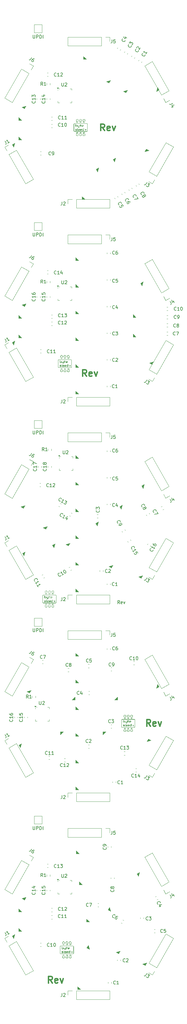
<source format=gbr>
%TF.GenerationSoftware,KiCad,Pcbnew,8.0.8*%
%TF.CreationDate,2025-04-07T12:48:12-04:00*%
%TF.ProjectId,pcb_tile_game_tile_panelized,7063625f-7469-46c6-955f-67616d655f74,rev?*%
%TF.SameCoordinates,Original*%
%TF.FileFunction,Legend,Top*%
%TF.FilePolarity,Positive*%
%FSLAX46Y46*%
G04 Gerber Fmt 4.6, Leading zero omitted, Abs format (unit mm)*
G04 Created by KiCad (PCBNEW 8.0.8) date 2025-04-07 12:48:12*
%MOMM*%
%LPD*%
G01*
G04 APERTURE LIST*
%ADD10C,0.400000*%
%ADD11C,0.200000*%
%ADD12C,0.150000*%
%ADD13C,0.120000*%
%ADD14C,0.000000*%
%ADD15C,0.100000*%
G04 APERTURE END LIST*
D10*
X62118602Y-62404438D02*
X61451935Y-61452057D01*
X60975745Y-62404438D02*
X60975745Y-60404438D01*
X60975745Y-60404438D02*
X61737650Y-60404438D01*
X61737650Y-60404438D02*
X61928126Y-60499676D01*
X61928126Y-60499676D02*
X62023364Y-60594914D01*
X62023364Y-60594914D02*
X62118602Y-60785390D01*
X62118602Y-60785390D02*
X62118602Y-61071104D01*
X62118602Y-61071104D02*
X62023364Y-61261580D01*
X62023364Y-61261580D02*
X61928126Y-61356819D01*
X61928126Y-61356819D02*
X61737650Y-61452057D01*
X61737650Y-61452057D02*
X60975745Y-61452057D01*
X63737650Y-62309200D02*
X63547174Y-62404438D01*
X63547174Y-62404438D02*
X63166221Y-62404438D01*
X63166221Y-62404438D02*
X62975745Y-62309200D01*
X62975745Y-62309200D02*
X62880507Y-62118723D01*
X62880507Y-62118723D02*
X62880507Y-61356819D01*
X62880507Y-61356819D02*
X62975745Y-61166342D01*
X62975745Y-61166342D02*
X63166221Y-61071104D01*
X63166221Y-61071104D02*
X63547174Y-61071104D01*
X63547174Y-61071104D02*
X63737650Y-61166342D01*
X63737650Y-61166342D02*
X63832888Y-61356819D01*
X63832888Y-61356819D02*
X63832888Y-61547295D01*
X63832888Y-61547295D02*
X62880507Y-61737771D01*
X64499555Y-61071104D02*
X64975745Y-62404438D01*
X64975745Y-62404438D02*
X65451936Y-61071104D01*
D11*
X40356699Y-33452219D02*
X40356699Y-34261742D01*
X40356699Y-34261742D02*
X40404318Y-34356980D01*
X40404318Y-34356980D02*
X40451937Y-34404600D01*
X40451937Y-34404600D02*
X40547175Y-34452219D01*
X40547175Y-34452219D02*
X40737651Y-34452219D01*
X40737651Y-34452219D02*
X40832889Y-34404600D01*
X40832889Y-34404600D02*
X40880508Y-34356980D01*
X40880508Y-34356980D02*
X40928127Y-34261742D01*
X40928127Y-34261742D02*
X40928127Y-33452219D01*
X41404318Y-34452219D02*
X41404318Y-33452219D01*
X41404318Y-33452219D02*
X41785270Y-33452219D01*
X41785270Y-33452219D02*
X41880508Y-33499838D01*
X41880508Y-33499838D02*
X41928127Y-33547457D01*
X41928127Y-33547457D02*
X41975746Y-33642695D01*
X41975746Y-33642695D02*
X41975746Y-33785552D01*
X41975746Y-33785552D02*
X41928127Y-33880790D01*
X41928127Y-33880790D02*
X41880508Y-33928409D01*
X41880508Y-33928409D02*
X41785270Y-33976028D01*
X41785270Y-33976028D02*
X41404318Y-33976028D01*
X42404318Y-34452219D02*
X42404318Y-33452219D01*
X42404318Y-33452219D02*
X42642413Y-33452219D01*
X42642413Y-33452219D02*
X42785270Y-33499838D01*
X42785270Y-33499838D02*
X42880508Y-33595076D01*
X42880508Y-33595076D02*
X42928127Y-33690314D01*
X42928127Y-33690314D02*
X42975746Y-33880790D01*
X42975746Y-33880790D02*
X42975746Y-34023647D01*
X42975746Y-34023647D02*
X42928127Y-34214123D01*
X42928127Y-34214123D02*
X42880508Y-34309361D01*
X42880508Y-34309361D02*
X42785270Y-34404600D01*
X42785270Y-34404600D02*
X42642413Y-34452219D01*
X42642413Y-34452219D02*
X42404318Y-34452219D01*
X43404318Y-34452219D02*
X43404318Y-33452219D01*
D10*
X56618602Y-136904438D02*
X55951935Y-135952057D01*
X55475745Y-136904438D02*
X55475745Y-134904438D01*
X55475745Y-134904438D02*
X56237650Y-134904438D01*
X56237650Y-134904438D02*
X56428126Y-134999676D01*
X56428126Y-134999676D02*
X56523364Y-135094914D01*
X56523364Y-135094914D02*
X56618602Y-135285390D01*
X56618602Y-135285390D02*
X56618602Y-135571104D01*
X56618602Y-135571104D02*
X56523364Y-135761580D01*
X56523364Y-135761580D02*
X56428126Y-135856819D01*
X56428126Y-135856819D02*
X56237650Y-135952057D01*
X56237650Y-135952057D02*
X55475745Y-135952057D01*
X58237650Y-136809200D02*
X58047174Y-136904438D01*
X58047174Y-136904438D02*
X57666221Y-136904438D01*
X57666221Y-136904438D02*
X57475745Y-136809200D01*
X57475745Y-136809200D02*
X57380507Y-136618723D01*
X57380507Y-136618723D02*
X57380507Y-135856819D01*
X57380507Y-135856819D02*
X57475745Y-135666342D01*
X57475745Y-135666342D02*
X57666221Y-135571104D01*
X57666221Y-135571104D02*
X58047174Y-135571104D01*
X58047174Y-135571104D02*
X58237650Y-135666342D01*
X58237650Y-135666342D02*
X58332888Y-135856819D01*
X58332888Y-135856819D02*
X58332888Y-136047295D01*
X58332888Y-136047295D02*
X57380507Y-136237771D01*
X58999555Y-135571104D02*
X59475745Y-136904438D01*
X59475745Y-136904438D02*
X59951936Y-135571104D01*
D11*
X40356699Y-93452219D02*
X40356699Y-94261742D01*
X40356699Y-94261742D02*
X40404318Y-94356980D01*
X40404318Y-94356980D02*
X40451937Y-94404600D01*
X40451937Y-94404600D02*
X40547175Y-94452219D01*
X40547175Y-94452219D02*
X40737651Y-94452219D01*
X40737651Y-94452219D02*
X40832889Y-94404600D01*
X40832889Y-94404600D02*
X40880508Y-94356980D01*
X40880508Y-94356980D02*
X40928127Y-94261742D01*
X40928127Y-94261742D02*
X40928127Y-93452219D01*
X41404318Y-94452219D02*
X41404318Y-93452219D01*
X41404318Y-93452219D02*
X41785270Y-93452219D01*
X41785270Y-93452219D02*
X41880508Y-93499838D01*
X41880508Y-93499838D02*
X41928127Y-93547457D01*
X41928127Y-93547457D02*
X41975746Y-93642695D01*
X41975746Y-93642695D02*
X41975746Y-93785552D01*
X41975746Y-93785552D02*
X41928127Y-93880790D01*
X41928127Y-93880790D02*
X41880508Y-93928409D01*
X41880508Y-93928409D02*
X41785270Y-93976028D01*
X41785270Y-93976028D02*
X41404318Y-93976028D01*
X42404318Y-94452219D02*
X42404318Y-93452219D01*
X42404318Y-93452219D02*
X42642413Y-93452219D01*
X42642413Y-93452219D02*
X42785270Y-93499838D01*
X42785270Y-93499838D02*
X42880508Y-93595076D01*
X42880508Y-93595076D02*
X42928127Y-93690314D01*
X42928127Y-93690314D02*
X42975746Y-93880790D01*
X42975746Y-93880790D02*
X42975746Y-94023647D01*
X42975746Y-94023647D02*
X42928127Y-94214123D01*
X42928127Y-94214123D02*
X42880508Y-94309361D01*
X42880508Y-94309361D02*
X42785270Y-94404600D01*
X42785270Y-94404600D02*
X42642413Y-94452219D01*
X42642413Y-94452219D02*
X42404318Y-94452219D01*
X43404318Y-94452219D02*
X43404318Y-93452219D01*
X66761459Y-205952219D02*
X66428126Y-205476028D01*
X66190031Y-205952219D02*
X66190031Y-204952219D01*
X66190031Y-204952219D02*
X66570983Y-204952219D01*
X66570983Y-204952219D02*
X66666221Y-204999838D01*
X66666221Y-204999838D02*
X66713840Y-205047457D01*
X66713840Y-205047457D02*
X66761459Y-205142695D01*
X66761459Y-205142695D02*
X66761459Y-205285552D01*
X66761459Y-205285552D02*
X66713840Y-205380790D01*
X66713840Y-205380790D02*
X66666221Y-205428409D01*
X66666221Y-205428409D02*
X66570983Y-205476028D01*
X66570983Y-205476028D02*
X66190031Y-205476028D01*
X67570983Y-205904600D02*
X67475745Y-205952219D01*
X67475745Y-205952219D02*
X67285269Y-205952219D01*
X67285269Y-205952219D02*
X67190031Y-205904600D01*
X67190031Y-205904600D02*
X67142412Y-205809361D01*
X67142412Y-205809361D02*
X67142412Y-205428409D01*
X67142412Y-205428409D02*
X67190031Y-205333171D01*
X67190031Y-205333171D02*
X67285269Y-205285552D01*
X67285269Y-205285552D02*
X67475745Y-205285552D01*
X67475745Y-205285552D02*
X67570983Y-205333171D01*
X67570983Y-205333171D02*
X67618602Y-205428409D01*
X67618602Y-205428409D02*
X67618602Y-205523647D01*
X67618602Y-205523647D02*
X67142412Y-205618885D01*
X67951936Y-205285552D02*
X68190031Y-205952219D01*
X68190031Y-205952219D02*
X68428126Y-205285552D01*
X40356699Y-153452219D02*
X40356699Y-154261742D01*
X40356699Y-154261742D02*
X40404318Y-154356980D01*
X40404318Y-154356980D02*
X40451937Y-154404600D01*
X40451937Y-154404600D02*
X40547175Y-154452219D01*
X40547175Y-154452219D02*
X40737651Y-154452219D01*
X40737651Y-154452219D02*
X40832889Y-154404600D01*
X40832889Y-154404600D02*
X40880508Y-154356980D01*
X40880508Y-154356980D02*
X40928127Y-154261742D01*
X40928127Y-154261742D02*
X40928127Y-153452219D01*
X41404318Y-154452219D02*
X41404318Y-153452219D01*
X41404318Y-153452219D02*
X41785270Y-153452219D01*
X41785270Y-153452219D02*
X41880508Y-153499838D01*
X41880508Y-153499838D02*
X41928127Y-153547457D01*
X41928127Y-153547457D02*
X41975746Y-153642695D01*
X41975746Y-153642695D02*
X41975746Y-153785552D01*
X41975746Y-153785552D02*
X41928127Y-153880790D01*
X41928127Y-153880790D02*
X41880508Y-153928409D01*
X41880508Y-153928409D02*
X41785270Y-153976028D01*
X41785270Y-153976028D02*
X41404318Y-153976028D01*
X42404318Y-154452219D02*
X42404318Y-153452219D01*
X42404318Y-153452219D02*
X42642413Y-153452219D01*
X42642413Y-153452219D02*
X42785270Y-153499838D01*
X42785270Y-153499838D02*
X42880508Y-153595076D01*
X42880508Y-153595076D02*
X42928127Y-153690314D01*
X42928127Y-153690314D02*
X42975746Y-153880790D01*
X42975746Y-153880790D02*
X42975746Y-154023647D01*
X42975746Y-154023647D02*
X42928127Y-154214123D01*
X42928127Y-154214123D02*
X42880508Y-154309361D01*
X42880508Y-154309361D02*
X42785270Y-154404600D01*
X42785270Y-154404600D02*
X42642413Y-154452219D01*
X42642413Y-154452219D02*
X42404318Y-154452219D01*
X43404318Y-154452219D02*
X43404318Y-153452219D01*
D10*
X76118602Y-243004438D02*
X75451935Y-242052057D01*
X74975745Y-243004438D02*
X74975745Y-241004438D01*
X74975745Y-241004438D02*
X75737650Y-241004438D01*
X75737650Y-241004438D02*
X75928126Y-241099676D01*
X75928126Y-241099676D02*
X76023364Y-241194914D01*
X76023364Y-241194914D02*
X76118602Y-241385390D01*
X76118602Y-241385390D02*
X76118602Y-241671104D01*
X76118602Y-241671104D02*
X76023364Y-241861580D01*
X76023364Y-241861580D02*
X75928126Y-241956819D01*
X75928126Y-241956819D02*
X75737650Y-242052057D01*
X75737650Y-242052057D02*
X74975745Y-242052057D01*
X77737650Y-242909200D02*
X77547174Y-243004438D01*
X77547174Y-243004438D02*
X77166221Y-243004438D01*
X77166221Y-243004438D02*
X76975745Y-242909200D01*
X76975745Y-242909200D02*
X76880507Y-242718723D01*
X76880507Y-242718723D02*
X76880507Y-241956819D01*
X76880507Y-241956819D02*
X76975745Y-241766342D01*
X76975745Y-241766342D02*
X77166221Y-241671104D01*
X77166221Y-241671104D02*
X77547174Y-241671104D01*
X77547174Y-241671104D02*
X77737650Y-241766342D01*
X77737650Y-241766342D02*
X77832888Y-241956819D01*
X77832888Y-241956819D02*
X77832888Y-242147295D01*
X77832888Y-242147295D02*
X76880507Y-242337771D01*
X78499555Y-241671104D02*
X78975745Y-243004438D01*
X78975745Y-243004438D02*
X79451936Y-241671104D01*
D11*
X40356699Y-213452219D02*
X40356699Y-214261742D01*
X40356699Y-214261742D02*
X40404318Y-214356980D01*
X40404318Y-214356980D02*
X40451937Y-214404600D01*
X40451937Y-214404600D02*
X40547175Y-214452219D01*
X40547175Y-214452219D02*
X40737651Y-214452219D01*
X40737651Y-214452219D02*
X40832889Y-214404600D01*
X40832889Y-214404600D02*
X40880508Y-214356980D01*
X40880508Y-214356980D02*
X40928127Y-214261742D01*
X40928127Y-214261742D02*
X40928127Y-213452219D01*
X41404318Y-214452219D02*
X41404318Y-213452219D01*
X41404318Y-213452219D02*
X41785270Y-213452219D01*
X41785270Y-213452219D02*
X41880508Y-213499838D01*
X41880508Y-213499838D02*
X41928127Y-213547457D01*
X41928127Y-213547457D02*
X41975746Y-213642695D01*
X41975746Y-213642695D02*
X41975746Y-213785552D01*
X41975746Y-213785552D02*
X41928127Y-213880790D01*
X41928127Y-213880790D02*
X41880508Y-213928409D01*
X41880508Y-213928409D02*
X41785270Y-213976028D01*
X41785270Y-213976028D02*
X41404318Y-213976028D01*
X42404318Y-214452219D02*
X42404318Y-213452219D01*
X42404318Y-213452219D02*
X42642413Y-213452219D01*
X42642413Y-213452219D02*
X42785270Y-213499838D01*
X42785270Y-213499838D02*
X42880508Y-213595076D01*
X42880508Y-213595076D02*
X42928127Y-213690314D01*
X42928127Y-213690314D02*
X42975746Y-213880790D01*
X42975746Y-213880790D02*
X42975746Y-214023647D01*
X42975746Y-214023647D02*
X42928127Y-214214123D01*
X42928127Y-214214123D02*
X42880508Y-214309361D01*
X42880508Y-214309361D02*
X42785270Y-214404600D01*
X42785270Y-214404600D02*
X42642413Y-214452219D01*
X42642413Y-214452219D02*
X42404318Y-214452219D01*
X43404318Y-214452219D02*
X43404318Y-213452219D01*
D10*
X46218602Y-320904438D02*
X45551935Y-319952057D01*
X45075745Y-320904438D02*
X45075745Y-318904438D01*
X45075745Y-318904438D02*
X45837650Y-318904438D01*
X45837650Y-318904438D02*
X46028126Y-318999676D01*
X46028126Y-318999676D02*
X46123364Y-319094914D01*
X46123364Y-319094914D02*
X46218602Y-319285390D01*
X46218602Y-319285390D02*
X46218602Y-319571104D01*
X46218602Y-319571104D02*
X46123364Y-319761580D01*
X46123364Y-319761580D02*
X46028126Y-319856819D01*
X46028126Y-319856819D02*
X45837650Y-319952057D01*
X45837650Y-319952057D02*
X45075745Y-319952057D01*
X47837650Y-320809200D02*
X47647174Y-320904438D01*
X47647174Y-320904438D02*
X47266221Y-320904438D01*
X47266221Y-320904438D02*
X47075745Y-320809200D01*
X47075745Y-320809200D02*
X46980507Y-320618723D01*
X46980507Y-320618723D02*
X46980507Y-319856819D01*
X46980507Y-319856819D02*
X47075745Y-319666342D01*
X47075745Y-319666342D02*
X47266221Y-319571104D01*
X47266221Y-319571104D02*
X47647174Y-319571104D01*
X47647174Y-319571104D02*
X47837650Y-319666342D01*
X47837650Y-319666342D02*
X47932888Y-319856819D01*
X47932888Y-319856819D02*
X47932888Y-320047295D01*
X47932888Y-320047295D02*
X46980507Y-320237771D01*
X48599555Y-319571104D02*
X49075745Y-320904438D01*
X49075745Y-320904438D02*
X49551936Y-319571104D01*
D11*
X40356699Y-273452219D02*
X40356699Y-274261742D01*
X40356699Y-274261742D02*
X40404318Y-274356980D01*
X40404318Y-274356980D02*
X40451937Y-274404600D01*
X40451937Y-274404600D02*
X40547175Y-274452219D01*
X40547175Y-274452219D02*
X40737651Y-274452219D01*
X40737651Y-274452219D02*
X40832889Y-274404600D01*
X40832889Y-274404600D02*
X40880508Y-274356980D01*
X40880508Y-274356980D02*
X40928127Y-274261742D01*
X40928127Y-274261742D02*
X40928127Y-273452219D01*
X41404318Y-274452219D02*
X41404318Y-273452219D01*
X41404318Y-273452219D02*
X41785270Y-273452219D01*
X41785270Y-273452219D02*
X41880508Y-273499838D01*
X41880508Y-273499838D02*
X41928127Y-273547457D01*
X41928127Y-273547457D02*
X41975746Y-273642695D01*
X41975746Y-273642695D02*
X41975746Y-273785552D01*
X41975746Y-273785552D02*
X41928127Y-273880790D01*
X41928127Y-273880790D02*
X41880508Y-273928409D01*
X41880508Y-273928409D02*
X41785270Y-273976028D01*
X41785270Y-273976028D02*
X41404318Y-273976028D01*
X42404318Y-274452219D02*
X42404318Y-273452219D01*
X42404318Y-273452219D02*
X42642413Y-273452219D01*
X42642413Y-273452219D02*
X42785270Y-273499838D01*
X42785270Y-273499838D02*
X42880508Y-273595076D01*
X42880508Y-273595076D02*
X42928127Y-273690314D01*
X42928127Y-273690314D02*
X42975746Y-273880790D01*
X42975746Y-273880790D02*
X42975746Y-274023647D01*
X42975746Y-274023647D02*
X42928127Y-274214123D01*
X42928127Y-274214123D02*
X42880508Y-274309361D01*
X42880508Y-274309361D02*
X42785270Y-274404600D01*
X42785270Y-274404600D02*
X42642413Y-274452219D01*
X42642413Y-274452219D02*
X42404318Y-274452219D01*
X43404318Y-274452219D02*
X43404318Y-273452219D01*
D12*
X72508581Y-38124127D02*
X72526010Y-38189176D01*
X72526010Y-38189176D02*
X72495821Y-38336703D01*
X72495821Y-38336703D02*
X72448202Y-38419182D01*
X72448202Y-38419182D02*
X72335534Y-38519090D01*
X72335534Y-38519090D02*
X72205437Y-38553950D01*
X72205437Y-38553950D02*
X72099148Y-38547570D01*
X72099148Y-38547570D02*
X71910382Y-38493571D01*
X71910382Y-38493571D02*
X71786664Y-38422143D01*
X71786664Y-38422143D02*
X71645516Y-38285665D01*
X71645516Y-38285665D02*
X71586847Y-38196807D01*
X71586847Y-38196807D02*
X71551987Y-38066709D01*
X71551987Y-38066709D02*
X71582177Y-37919182D01*
X71582177Y-37919182D02*
X71629796Y-37836703D01*
X71629796Y-37836703D02*
X71742464Y-37736795D01*
X71742464Y-37736795D02*
X71807512Y-37719365D01*
X71997989Y-37389451D02*
X71980559Y-37324402D01*
X71980559Y-37324402D02*
X71986939Y-37218114D01*
X71986939Y-37218114D02*
X72105986Y-37011917D01*
X72105986Y-37011917D02*
X72194845Y-36953248D01*
X72194845Y-36953248D02*
X72259893Y-36935818D01*
X72259893Y-36935818D02*
X72366182Y-36942198D01*
X72366182Y-36942198D02*
X72448660Y-36989817D01*
X72448660Y-36989817D02*
X72548569Y-37102485D01*
X72548569Y-37102485D02*
X72757726Y-37883071D01*
X72757726Y-37883071D02*
X73067250Y-37346960D01*
X48712650Y-58859582D02*
X48665031Y-58907202D01*
X48665031Y-58907202D02*
X48522174Y-58954821D01*
X48522174Y-58954821D02*
X48426936Y-58954821D01*
X48426936Y-58954821D02*
X48284079Y-58907202D01*
X48284079Y-58907202D02*
X48188841Y-58811963D01*
X48188841Y-58811963D02*
X48141222Y-58716725D01*
X48141222Y-58716725D02*
X48093603Y-58526249D01*
X48093603Y-58526249D02*
X48093603Y-58383392D01*
X48093603Y-58383392D02*
X48141222Y-58192916D01*
X48141222Y-58192916D02*
X48188841Y-58097678D01*
X48188841Y-58097678D02*
X48284079Y-58002440D01*
X48284079Y-58002440D02*
X48426936Y-57954821D01*
X48426936Y-57954821D02*
X48522174Y-57954821D01*
X48522174Y-57954821D02*
X48665031Y-58002440D01*
X48665031Y-58002440D02*
X48712650Y-58050059D01*
X49665031Y-58954821D02*
X49093603Y-58954821D01*
X49379317Y-58954821D02*
X49379317Y-57954821D01*
X49379317Y-57954821D02*
X49284079Y-58097678D01*
X49284079Y-58097678D02*
X49188841Y-58192916D01*
X49188841Y-58192916D02*
X49093603Y-58240535D01*
X50617412Y-58954821D02*
X50045984Y-58954821D01*
X50331698Y-58954821D02*
X50331698Y-57954821D01*
X50331698Y-57954821D02*
X50236460Y-58097678D01*
X50236460Y-58097678D02*
X50141222Y-58192916D01*
X50141222Y-58192916D02*
X50045984Y-58240535D01*
X70308582Y-36724127D02*
X70326011Y-36789176D01*
X70326011Y-36789176D02*
X70295822Y-36936703D01*
X70295822Y-36936703D02*
X70248203Y-37019182D01*
X70248203Y-37019182D02*
X70135535Y-37119090D01*
X70135535Y-37119090D02*
X70005438Y-37153950D01*
X70005438Y-37153950D02*
X69899149Y-37147570D01*
X69899149Y-37147570D02*
X69710383Y-37093571D01*
X69710383Y-37093571D02*
X69586665Y-37022143D01*
X69586665Y-37022143D02*
X69445517Y-36885665D01*
X69445517Y-36885665D02*
X69386848Y-36796807D01*
X69386848Y-36796807D02*
X69351988Y-36666709D01*
X69351988Y-36666709D02*
X69382178Y-36519182D01*
X69382178Y-36519182D02*
X69429797Y-36436703D01*
X69429797Y-36436703D02*
X69542465Y-36336795D01*
X69542465Y-36336795D02*
X69607513Y-36319365D01*
X69691702Y-35983071D02*
X70001225Y-35446960D01*
X70001225Y-35446960D02*
X70164473Y-35926111D01*
X70164473Y-35926111D02*
X70235902Y-35802393D01*
X70235902Y-35802393D02*
X70324760Y-35743724D01*
X70324760Y-35743724D02*
X70389809Y-35726295D01*
X70389809Y-35726295D02*
X70496097Y-35732674D01*
X70496097Y-35732674D02*
X70702294Y-35851722D01*
X70702294Y-35851722D02*
X70760963Y-35940580D01*
X70760963Y-35940580D02*
X70778392Y-36005629D01*
X70778392Y-36005629D02*
X70772013Y-36111917D01*
X70772013Y-36111917D02*
X70629155Y-36359353D01*
X70629155Y-36359353D02*
X70540297Y-36418022D01*
X70540297Y-36418022D02*
X70475248Y-36435452D01*
X49197174Y-84054819D02*
X49197174Y-84769104D01*
X49197174Y-84769104D02*
X49149555Y-84911961D01*
X49149555Y-84911961D02*
X49054317Y-85007200D01*
X49054317Y-85007200D02*
X48911460Y-85054819D01*
X48911460Y-85054819D02*
X48816222Y-85054819D01*
X49625746Y-84150057D02*
X49673365Y-84102438D01*
X49673365Y-84102438D02*
X49768603Y-84054819D01*
X49768603Y-84054819D02*
X50006698Y-84054819D01*
X50006698Y-84054819D02*
X50101936Y-84102438D01*
X50101936Y-84102438D02*
X50149555Y-84150057D01*
X50149555Y-84150057D02*
X50197174Y-84245295D01*
X50197174Y-84245295D02*
X50197174Y-84340533D01*
X50197174Y-84340533D02*
X50149555Y-84483390D01*
X50149555Y-84483390D02*
X49578127Y-85054819D01*
X49578127Y-85054819D02*
X50197174Y-85054819D01*
X43363841Y-48717319D02*
X43030508Y-48241128D01*
X42792413Y-48717319D02*
X42792413Y-47717319D01*
X42792413Y-47717319D02*
X43173365Y-47717319D01*
X43173365Y-47717319D02*
X43268603Y-47764938D01*
X43268603Y-47764938D02*
X43316222Y-47812557D01*
X43316222Y-47812557D02*
X43363841Y-47907795D01*
X43363841Y-47907795D02*
X43363841Y-48050652D01*
X43363841Y-48050652D02*
X43316222Y-48145890D01*
X43316222Y-48145890D02*
X43268603Y-48193509D01*
X43268603Y-48193509D02*
X43173365Y-48241128D01*
X43173365Y-48241128D02*
X42792413Y-48241128D01*
X44316222Y-48717319D02*
X43744794Y-48717319D01*
X44030508Y-48717319D02*
X44030508Y-47717319D01*
X44030508Y-47717319D02*
X43935270Y-47860176D01*
X43935270Y-47860176D02*
X43840032Y-47955414D01*
X43840032Y-47955414D02*
X43744794Y-48003033D01*
X73493300Y-81889137D02*
X73428251Y-81871707D01*
X73428251Y-81871707D02*
X73315583Y-81771799D01*
X73315583Y-81771799D02*
X73267964Y-81689320D01*
X73267964Y-81689320D02*
X73237775Y-81541793D01*
X73237775Y-81541793D02*
X73272635Y-81411695D01*
X73272635Y-81411695D02*
X73331304Y-81322837D01*
X73331304Y-81322837D02*
X73472451Y-81186359D01*
X73472451Y-81186359D02*
X73596169Y-81114931D01*
X73596169Y-81114931D02*
X73784936Y-81060932D01*
X73784936Y-81060932D02*
X73891224Y-81054552D01*
X73891224Y-81054552D02*
X74021322Y-81089412D01*
X74021322Y-81089412D02*
X74133990Y-81189320D01*
X74133990Y-81189320D02*
X74181609Y-81271799D01*
X74181609Y-81271799D02*
X74211798Y-81419326D01*
X74211798Y-81419326D02*
X74194368Y-81484375D01*
X74191408Y-82145913D02*
X74185028Y-82039625D01*
X74185028Y-82039625D02*
X74202458Y-81974576D01*
X74202458Y-81974576D02*
X74261127Y-81885718D01*
X74261127Y-81885718D02*
X74302366Y-81861908D01*
X74302366Y-81861908D02*
X74408654Y-81855529D01*
X74408654Y-81855529D02*
X74473703Y-81872958D01*
X74473703Y-81872958D02*
X74562561Y-81931628D01*
X74562561Y-81931628D02*
X74657799Y-82096585D01*
X74657799Y-82096585D02*
X74664179Y-82202873D01*
X74664179Y-82202873D02*
X74646749Y-82267922D01*
X74646749Y-82267922D02*
X74588080Y-82356780D01*
X74588080Y-82356780D02*
X74546841Y-82380590D01*
X74546841Y-82380590D02*
X74440553Y-82386969D01*
X74440553Y-82386969D02*
X74375504Y-82369540D01*
X74375504Y-82369540D02*
X74286646Y-82310870D01*
X74286646Y-82310870D02*
X74191408Y-82145913D01*
X74191408Y-82145913D02*
X74102549Y-82087244D01*
X74102549Y-82087244D02*
X74037500Y-82069814D01*
X74037500Y-82069814D02*
X73931212Y-82076194D01*
X73931212Y-82076194D02*
X73766255Y-82171432D01*
X73766255Y-82171432D02*
X73707586Y-82260291D01*
X73707586Y-82260291D02*
X73690156Y-82325339D01*
X73690156Y-82325339D02*
X73696536Y-82431628D01*
X73696536Y-82431628D02*
X73791774Y-82596585D01*
X73791774Y-82596585D02*
X73880632Y-82655254D01*
X73880632Y-82655254D02*
X73945681Y-82672684D01*
X73945681Y-82672684D02*
X74051969Y-82666304D01*
X74051969Y-82666304D02*
X74216926Y-82571066D01*
X74216926Y-82571066D02*
X74275596Y-82482207D01*
X74275596Y-82482207D02*
X74293025Y-82417159D01*
X74293025Y-82417159D02*
X74286646Y-82310870D01*
X43960088Y-53492857D02*
X44007708Y-53540476D01*
X44007708Y-53540476D02*
X44055327Y-53683333D01*
X44055327Y-53683333D02*
X44055327Y-53778571D01*
X44055327Y-53778571D02*
X44007708Y-53921428D01*
X44007708Y-53921428D02*
X43912469Y-54016666D01*
X43912469Y-54016666D02*
X43817231Y-54064285D01*
X43817231Y-54064285D02*
X43626755Y-54111904D01*
X43626755Y-54111904D02*
X43483898Y-54111904D01*
X43483898Y-54111904D02*
X43293422Y-54064285D01*
X43293422Y-54064285D02*
X43198184Y-54016666D01*
X43198184Y-54016666D02*
X43102946Y-53921428D01*
X43102946Y-53921428D02*
X43055327Y-53778571D01*
X43055327Y-53778571D02*
X43055327Y-53683333D01*
X43055327Y-53683333D02*
X43102946Y-53540476D01*
X43102946Y-53540476D02*
X43150565Y-53492857D01*
X44055327Y-52540476D02*
X44055327Y-53111904D01*
X44055327Y-52826190D02*
X43055327Y-52826190D01*
X43055327Y-52826190D02*
X43198184Y-52921428D01*
X43198184Y-52921428D02*
X43293422Y-53016666D01*
X43293422Y-53016666D02*
X43341041Y-53111904D01*
X43388660Y-51683333D02*
X44055327Y-51683333D01*
X43007708Y-51921428D02*
X43721993Y-52159523D01*
X43721993Y-52159523D02*
X43721993Y-51540476D01*
X68771562Y-83877070D02*
X68706513Y-83859640D01*
X68706513Y-83859640D02*
X68593845Y-83759732D01*
X68593845Y-83759732D02*
X68546226Y-83677253D01*
X68546226Y-83677253D02*
X68516037Y-83529726D01*
X68516037Y-83529726D02*
X68550897Y-83399628D01*
X68550897Y-83399628D02*
X68609566Y-83310770D01*
X68609566Y-83310770D02*
X68750713Y-83174292D01*
X68750713Y-83174292D02*
X68874431Y-83102864D01*
X68874431Y-83102864D02*
X69063198Y-83048865D01*
X69063198Y-83048865D02*
X69169486Y-83042485D01*
X69169486Y-83042485D02*
X69299584Y-83077345D01*
X69299584Y-83077345D02*
X69412252Y-83177253D01*
X69412252Y-83177253D02*
X69459871Y-83259732D01*
X69459871Y-83259732D02*
X69490060Y-83407259D01*
X69490060Y-83407259D02*
X69472630Y-83472308D01*
X69983680Y-84166996D02*
X69888442Y-84002039D01*
X69888442Y-84002039D02*
X69799584Y-83943370D01*
X69799584Y-83943370D02*
X69734535Y-83925940D01*
X69734535Y-83925940D02*
X69563198Y-83914890D01*
X69563198Y-83914890D02*
X69374431Y-83968889D01*
X69374431Y-83968889D02*
X69044517Y-84159365D01*
X69044517Y-84159365D02*
X68985848Y-84248224D01*
X68985848Y-84248224D02*
X68968418Y-84313272D01*
X68968418Y-84313272D02*
X68974798Y-84419561D01*
X68974798Y-84419561D02*
X69070036Y-84584518D01*
X69070036Y-84584518D02*
X69158894Y-84643187D01*
X69158894Y-84643187D02*
X69223943Y-84660617D01*
X69223943Y-84660617D02*
X69330231Y-84654237D01*
X69330231Y-84654237D02*
X69536428Y-84535189D01*
X69536428Y-84535189D02*
X69595097Y-84446331D01*
X69595097Y-84446331D02*
X69612527Y-84381282D01*
X69612527Y-84381282D02*
X69606147Y-84274994D01*
X69606147Y-84274994D02*
X69510909Y-84110037D01*
X69510909Y-84110037D02*
X69422050Y-84051368D01*
X69422050Y-84051368D02*
X69357002Y-84033938D01*
X69357002Y-84033938D02*
X69250713Y-84040318D01*
X75064423Y-78161192D02*
X74707280Y-78779782D01*
X74707280Y-78779782D02*
X74594612Y-78879690D01*
X74594612Y-78879690D02*
X74464514Y-78914550D01*
X74464514Y-78914550D02*
X74316987Y-78884360D01*
X74316987Y-78884360D02*
X74234508Y-78836741D01*
X75394337Y-78351669D02*
X75930448Y-78661192D01*
X75930448Y-78661192D02*
X75451297Y-78824440D01*
X75451297Y-78824440D02*
X75575015Y-78895869D01*
X75575015Y-78895869D02*
X75633684Y-78984727D01*
X75633684Y-78984727D02*
X75651114Y-79049776D01*
X75651114Y-79049776D02*
X75644734Y-79156064D01*
X75644734Y-79156064D02*
X75525686Y-79362261D01*
X75525686Y-79362261D02*
X75436828Y-79420930D01*
X75436828Y-79420930D02*
X75371779Y-79438359D01*
X75371779Y-79438359D02*
X75265491Y-79431980D01*
X75265491Y-79431980D02*
X75018055Y-79289122D01*
X75018055Y-79289122D02*
X74959386Y-79200264D01*
X74959386Y-79200264D02*
X74941956Y-79135215D01*
X47437650Y-45859580D02*
X47390031Y-45907200D01*
X47390031Y-45907200D02*
X47247174Y-45954819D01*
X47247174Y-45954819D02*
X47151936Y-45954819D01*
X47151936Y-45954819D02*
X47009079Y-45907200D01*
X47009079Y-45907200D02*
X46913841Y-45811961D01*
X46913841Y-45811961D02*
X46866222Y-45716723D01*
X46866222Y-45716723D02*
X46818603Y-45526247D01*
X46818603Y-45526247D02*
X46818603Y-45383390D01*
X46818603Y-45383390D02*
X46866222Y-45192914D01*
X46866222Y-45192914D02*
X46913841Y-45097676D01*
X46913841Y-45097676D02*
X47009079Y-45002438D01*
X47009079Y-45002438D02*
X47151936Y-44954819D01*
X47151936Y-44954819D02*
X47247174Y-44954819D01*
X47247174Y-44954819D02*
X47390031Y-45002438D01*
X47390031Y-45002438D02*
X47437650Y-45050057D01*
X48390031Y-45954819D02*
X47818603Y-45954819D01*
X48104317Y-45954819D02*
X48104317Y-44954819D01*
X48104317Y-44954819D02*
X48009079Y-45097676D01*
X48009079Y-45097676D02*
X47913841Y-45192914D01*
X47913841Y-45192914D02*
X47818603Y-45240533D01*
X48770984Y-45050057D02*
X48818603Y-45002438D01*
X48818603Y-45002438D02*
X48913841Y-44954819D01*
X48913841Y-44954819D02*
X49151936Y-44954819D01*
X49151936Y-44954819D02*
X49247174Y-45002438D01*
X49247174Y-45002438D02*
X49294793Y-45050057D01*
X49294793Y-45050057D02*
X49342412Y-45145295D01*
X49342412Y-45145295D02*
X49342412Y-45240533D01*
X49342412Y-45240533D02*
X49294793Y-45383390D01*
X49294793Y-45383390D02*
X48723365Y-45954819D01*
X48723365Y-45954819D02*
X49342412Y-45954819D01*
X48675150Y-61059580D02*
X48627531Y-61107200D01*
X48627531Y-61107200D02*
X48484674Y-61154819D01*
X48484674Y-61154819D02*
X48389436Y-61154819D01*
X48389436Y-61154819D02*
X48246579Y-61107200D01*
X48246579Y-61107200D02*
X48151341Y-61011961D01*
X48151341Y-61011961D02*
X48103722Y-60916723D01*
X48103722Y-60916723D02*
X48056103Y-60726247D01*
X48056103Y-60726247D02*
X48056103Y-60583390D01*
X48056103Y-60583390D02*
X48103722Y-60392914D01*
X48103722Y-60392914D02*
X48151341Y-60297676D01*
X48151341Y-60297676D02*
X48246579Y-60202438D01*
X48246579Y-60202438D02*
X48389436Y-60154819D01*
X48389436Y-60154819D02*
X48484674Y-60154819D01*
X48484674Y-60154819D02*
X48627531Y-60202438D01*
X48627531Y-60202438D02*
X48675150Y-60250057D01*
X49627531Y-61154819D02*
X49056103Y-61154819D01*
X49341817Y-61154819D02*
X49341817Y-60154819D01*
X49341817Y-60154819D02*
X49246579Y-60297676D01*
X49246579Y-60297676D02*
X49151341Y-60392914D01*
X49151341Y-60392914D02*
X49056103Y-60440533D01*
X50246579Y-60154819D02*
X50341817Y-60154819D01*
X50341817Y-60154819D02*
X50437055Y-60202438D01*
X50437055Y-60202438D02*
X50484674Y-60250057D01*
X50484674Y-60250057D02*
X50532293Y-60345295D01*
X50532293Y-60345295D02*
X50579912Y-60535771D01*
X50579912Y-60535771D02*
X50579912Y-60773866D01*
X50579912Y-60773866D02*
X50532293Y-60964342D01*
X50532293Y-60964342D02*
X50484674Y-61059580D01*
X50484674Y-61059580D02*
X50437055Y-61107200D01*
X50437055Y-61107200D02*
X50341817Y-61154819D01*
X50341817Y-61154819D02*
X50246579Y-61154819D01*
X50246579Y-61154819D02*
X50151341Y-61107200D01*
X50151341Y-61107200D02*
X50103722Y-61059580D01*
X50103722Y-61059580D02*
X50056103Y-60964342D01*
X50056103Y-60964342D02*
X50008484Y-60773866D01*
X50008484Y-60773866D02*
X50008484Y-60535771D01*
X50008484Y-60535771D02*
X50056103Y-60345295D01*
X50056103Y-60345295D02*
X50103722Y-60250057D01*
X50103722Y-60250057D02*
X50151341Y-60202438D01*
X50151341Y-60202438D02*
X50246579Y-60154819D01*
X39989423Y-40262893D02*
X39632280Y-40881483D01*
X39632280Y-40881483D02*
X39519612Y-40981391D01*
X39519612Y-40981391D02*
X39389514Y-41016251D01*
X39389514Y-41016251D02*
X39241987Y-40986061D01*
X39241987Y-40986061D02*
X39159508Y-40938442D01*
X40772970Y-40715274D02*
X40608012Y-40620036D01*
X40608012Y-40620036D02*
X40501724Y-40613656D01*
X40501724Y-40613656D02*
X40436676Y-40631086D01*
X40436676Y-40631086D02*
X40282768Y-40707185D01*
X40282768Y-40707185D02*
X40146291Y-40848333D01*
X40146291Y-40848333D02*
X39955815Y-41178247D01*
X39955815Y-41178247D02*
X39949435Y-41284535D01*
X39949435Y-41284535D02*
X39966865Y-41349584D01*
X39966865Y-41349584D02*
X40025534Y-41438443D01*
X40025534Y-41438443D02*
X40190491Y-41533681D01*
X40190491Y-41533681D02*
X40296779Y-41540060D01*
X40296779Y-41540060D02*
X40361828Y-41522631D01*
X40361828Y-41522631D02*
X40450686Y-41463962D01*
X40450686Y-41463962D02*
X40569734Y-41257765D01*
X40569734Y-41257765D02*
X40576114Y-41151477D01*
X40576114Y-41151477D02*
X40558684Y-41086428D01*
X40558684Y-41086428D02*
X40500015Y-40997570D01*
X40500015Y-40997570D02*
X40335058Y-40902332D01*
X40335058Y-40902332D02*
X40228770Y-40895952D01*
X40228770Y-40895952D02*
X40163721Y-40913382D01*
X40163721Y-40913382D02*
X40074862Y-40972051D01*
X66623109Y-84989618D02*
X66558060Y-84972188D01*
X66558060Y-84972188D02*
X66445392Y-84872280D01*
X66445392Y-84872280D02*
X66397773Y-84789801D01*
X66397773Y-84789801D02*
X66367584Y-84642274D01*
X66367584Y-84642274D02*
X66402444Y-84512176D01*
X66402444Y-84512176D02*
X66461113Y-84423318D01*
X66461113Y-84423318D02*
X66602260Y-84286840D01*
X66602260Y-84286840D02*
X66725978Y-84215412D01*
X66725978Y-84215412D02*
X66914745Y-84161413D01*
X66914745Y-84161413D02*
X67021033Y-84155033D01*
X67021033Y-84155033D02*
X67151131Y-84189893D01*
X67151131Y-84189893D02*
X67263799Y-84289801D01*
X67263799Y-84289801D02*
X67311418Y-84372280D01*
X67311418Y-84372280D02*
X67341607Y-84519807D01*
X67341607Y-84519807D02*
X67324177Y-84584856D01*
X67859037Y-85320784D02*
X67620942Y-84908391D01*
X67620942Y-84908391D02*
X67184739Y-85105247D01*
X67184739Y-85105247D02*
X67249788Y-85122676D01*
X67249788Y-85122676D02*
X67338646Y-85181345D01*
X67338646Y-85181345D02*
X67457694Y-85387542D01*
X67457694Y-85387542D02*
X67464074Y-85493830D01*
X67464074Y-85493830D02*
X67446644Y-85558879D01*
X67446644Y-85558879D02*
X67387975Y-85647737D01*
X67387975Y-85647737D02*
X67181778Y-85766785D01*
X67181778Y-85766785D02*
X67075490Y-85773165D01*
X67075490Y-85773165D02*
X67010441Y-85755735D01*
X67010441Y-85755735D02*
X66921583Y-85697066D01*
X66921583Y-85697066D02*
X66802535Y-85490869D01*
X66802535Y-85490869D02*
X66796156Y-85384581D01*
X66796156Y-85384581D02*
X66813585Y-85319532D01*
X74508581Y-39424127D02*
X74526010Y-39489176D01*
X74526010Y-39489176D02*
X74495821Y-39636703D01*
X74495821Y-39636703D02*
X74448202Y-39719182D01*
X74448202Y-39719182D02*
X74335534Y-39819090D01*
X74335534Y-39819090D02*
X74205437Y-39853950D01*
X74205437Y-39853950D02*
X74099148Y-39847570D01*
X74099148Y-39847570D02*
X73910382Y-39793571D01*
X73910382Y-39793571D02*
X73786664Y-39722143D01*
X73786664Y-39722143D02*
X73645516Y-39585665D01*
X73645516Y-39585665D02*
X73586847Y-39496807D01*
X73586847Y-39496807D02*
X73551987Y-39366709D01*
X73551987Y-39366709D02*
X73582177Y-39219182D01*
X73582177Y-39219182D02*
X73629796Y-39136703D01*
X73629796Y-39136703D02*
X73742464Y-39036795D01*
X73742464Y-39036795D02*
X73807512Y-39019365D01*
X75067250Y-38646960D02*
X74781535Y-39141832D01*
X74924393Y-38894396D02*
X74058367Y-38394396D01*
X74058367Y-38394396D02*
X74134466Y-38548303D01*
X74134466Y-38548303D02*
X74169326Y-38678401D01*
X74169326Y-38678401D02*
X74162946Y-38784689D01*
X82985981Y-54138735D02*
X82367392Y-54495878D01*
X82367392Y-54495878D02*
X82219864Y-54526067D01*
X82219864Y-54526067D02*
X82089767Y-54491207D01*
X82089767Y-54491207D02*
X81977099Y-54391299D01*
X81977099Y-54391299D02*
X81929480Y-54308820D01*
X83149687Y-55088948D02*
X82572337Y-55422282D01*
X83360554Y-54692276D02*
X82622917Y-54843222D01*
X82622917Y-54843222D02*
X82932441Y-55379333D01*
X71078236Y-82706125D02*
X71013187Y-82688695D01*
X71013187Y-82688695D02*
X70900519Y-82588787D01*
X70900519Y-82588787D02*
X70852900Y-82506308D01*
X70852900Y-82506308D02*
X70822711Y-82358781D01*
X70822711Y-82358781D02*
X70857571Y-82228683D01*
X70857571Y-82228683D02*
X70916240Y-82139825D01*
X70916240Y-82139825D02*
X71057387Y-82003347D01*
X71057387Y-82003347D02*
X71181105Y-81931919D01*
X71181105Y-81931919D02*
X71369872Y-81877920D01*
X71369872Y-81877920D02*
X71476160Y-81871540D01*
X71476160Y-81871540D02*
X71606258Y-81906400D01*
X71606258Y-81906400D02*
X71718926Y-82006308D01*
X71718926Y-82006308D02*
X71766545Y-82088787D01*
X71766545Y-82088787D02*
X71796734Y-82236314D01*
X71796734Y-82236314D02*
X71779304Y-82301363D01*
X72028450Y-82542419D02*
X72361783Y-83119769D01*
X72361783Y-83119769D02*
X71281472Y-83248616D01*
X31814242Y-65577278D02*
X32171385Y-66195867D01*
X32171385Y-66195867D02*
X32201574Y-66343395D01*
X32201574Y-66343395D02*
X32166714Y-66473492D01*
X32166714Y-66473492D02*
X32066806Y-66586160D01*
X32066806Y-66586160D02*
X31984327Y-66633779D01*
X33180267Y-65943303D02*
X32685396Y-66229017D01*
X32932832Y-66086160D02*
X32432832Y-65220135D01*
X32432832Y-65220135D02*
X32421782Y-65391472D01*
X32421782Y-65391472D02*
X32386922Y-65521569D01*
X32386922Y-65521569D02*
X32328253Y-65610428D01*
X68408581Y-35024127D02*
X68426010Y-35089176D01*
X68426010Y-35089176D02*
X68395821Y-35236703D01*
X68395821Y-35236703D02*
X68348202Y-35319182D01*
X68348202Y-35319182D02*
X68235534Y-35419090D01*
X68235534Y-35419090D02*
X68105437Y-35453950D01*
X68105437Y-35453950D02*
X67999148Y-35447570D01*
X67999148Y-35447570D02*
X67810382Y-35393571D01*
X67810382Y-35393571D02*
X67686664Y-35322143D01*
X67686664Y-35322143D02*
X67545516Y-35185665D01*
X67545516Y-35185665D02*
X67486847Y-35096807D01*
X67486847Y-35096807D02*
X67451987Y-34966709D01*
X67451987Y-34966709D02*
X67482177Y-34819182D01*
X67482177Y-34819182D02*
X67529796Y-34736703D01*
X67529796Y-34736703D02*
X67642464Y-34636795D01*
X67642464Y-34636795D02*
X67707512Y-34619365D01*
X68342280Y-33996105D02*
X68919631Y-34329439D01*
X67893318Y-34011826D02*
X68392860Y-34575165D01*
X68392860Y-34575165D02*
X68702384Y-34039054D01*
X64457174Y-34854819D02*
X64457174Y-35569104D01*
X64457174Y-35569104D02*
X64409555Y-35711961D01*
X64409555Y-35711961D02*
X64314317Y-35807200D01*
X64314317Y-35807200D02*
X64171460Y-35854819D01*
X64171460Y-35854819D02*
X64076222Y-35854819D01*
X65409555Y-34854819D02*
X64933365Y-34854819D01*
X64933365Y-34854819D02*
X64885746Y-35331009D01*
X64885746Y-35331009D02*
X64933365Y-35283390D01*
X64933365Y-35283390D02*
X65028603Y-35235771D01*
X65028603Y-35235771D02*
X65266698Y-35235771D01*
X65266698Y-35235771D02*
X65361936Y-35283390D01*
X65361936Y-35283390D02*
X65409555Y-35331009D01*
X65409555Y-35331009D02*
X65457174Y-35426247D01*
X65457174Y-35426247D02*
X65457174Y-35664342D01*
X65457174Y-35664342D02*
X65409555Y-35759580D01*
X65409555Y-35759580D02*
X65361936Y-35807200D01*
X65361936Y-35807200D02*
X65266698Y-35854819D01*
X65266698Y-35854819D02*
X65028603Y-35854819D01*
X65028603Y-35854819D02*
X64933365Y-35807200D01*
X64933365Y-35807200D02*
X64885746Y-35759580D01*
X49118603Y-47954819D02*
X49118603Y-48764342D01*
X49118603Y-48764342D02*
X49166222Y-48859580D01*
X49166222Y-48859580D02*
X49213841Y-48907200D01*
X49213841Y-48907200D02*
X49309079Y-48954819D01*
X49309079Y-48954819D02*
X49499555Y-48954819D01*
X49499555Y-48954819D02*
X49594793Y-48907200D01*
X49594793Y-48907200D02*
X49642412Y-48859580D01*
X49642412Y-48859580D02*
X49690031Y-48764342D01*
X49690031Y-48764342D02*
X49690031Y-47954819D01*
X50118603Y-48050057D02*
X50166222Y-48002438D01*
X50166222Y-48002438D02*
X50261460Y-47954819D01*
X50261460Y-47954819D02*
X50499555Y-47954819D01*
X50499555Y-47954819D02*
X50594793Y-48002438D01*
X50594793Y-48002438D02*
X50642412Y-48050057D01*
X50642412Y-48050057D02*
X50690031Y-48145295D01*
X50690031Y-48145295D02*
X50690031Y-48240533D01*
X50690031Y-48240533D02*
X50642412Y-48383390D01*
X50642412Y-48383390D02*
X50070984Y-48954819D01*
X50070984Y-48954819D02*
X50690031Y-48954819D01*
X40960088Y-53492857D02*
X41007708Y-53540476D01*
X41007708Y-53540476D02*
X41055327Y-53683333D01*
X41055327Y-53683333D02*
X41055327Y-53778571D01*
X41055327Y-53778571D02*
X41007708Y-53921428D01*
X41007708Y-53921428D02*
X40912469Y-54016666D01*
X40912469Y-54016666D02*
X40817231Y-54064285D01*
X40817231Y-54064285D02*
X40626755Y-54111904D01*
X40626755Y-54111904D02*
X40483898Y-54111904D01*
X40483898Y-54111904D02*
X40293422Y-54064285D01*
X40293422Y-54064285D02*
X40198184Y-54016666D01*
X40198184Y-54016666D02*
X40102946Y-53921428D01*
X40102946Y-53921428D02*
X40055327Y-53778571D01*
X40055327Y-53778571D02*
X40055327Y-53683333D01*
X40055327Y-53683333D02*
X40102946Y-53540476D01*
X40102946Y-53540476D02*
X40150565Y-53492857D01*
X41055327Y-52540476D02*
X41055327Y-53111904D01*
X41055327Y-52826190D02*
X40055327Y-52826190D01*
X40055327Y-52826190D02*
X40198184Y-52921428D01*
X40198184Y-52921428D02*
X40293422Y-53016666D01*
X40293422Y-53016666D02*
X40341041Y-53111904D01*
X40055327Y-52207142D02*
X40055327Y-51588095D01*
X40055327Y-51588095D02*
X40436279Y-51921428D01*
X40436279Y-51921428D02*
X40436279Y-51778571D01*
X40436279Y-51778571D02*
X40483898Y-51683333D01*
X40483898Y-51683333D02*
X40531517Y-51635714D01*
X40531517Y-51635714D02*
X40626755Y-51588095D01*
X40626755Y-51588095D02*
X40864850Y-51588095D01*
X40864850Y-51588095D02*
X40960088Y-51635714D01*
X40960088Y-51635714D02*
X41007708Y-51683333D01*
X41007708Y-51683333D02*
X41055327Y-51778571D01*
X41055327Y-51778571D02*
X41055327Y-52064285D01*
X41055327Y-52064285D02*
X41007708Y-52159523D01*
X41007708Y-52159523D02*
X40960088Y-52207142D01*
X45788841Y-69759580D02*
X45741222Y-69807200D01*
X45741222Y-69807200D02*
X45598365Y-69854819D01*
X45598365Y-69854819D02*
X45503127Y-69854819D01*
X45503127Y-69854819D02*
X45360270Y-69807200D01*
X45360270Y-69807200D02*
X45265032Y-69711961D01*
X45265032Y-69711961D02*
X45217413Y-69616723D01*
X45217413Y-69616723D02*
X45169794Y-69426247D01*
X45169794Y-69426247D02*
X45169794Y-69283390D01*
X45169794Y-69283390D02*
X45217413Y-69092914D01*
X45217413Y-69092914D02*
X45265032Y-68997676D01*
X45265032Y-68997676D02*
X45360270Y-68902438D01*
X45360270Y-68902438D02*
X45503127Y-68854819D01*
X45503127Y-68854819D02*
X45598365Y-68854819D01*
X45598365Y-68854819D02*
X45741222Y-68902438D01*
X45741222Y-68902438D02*
X45788841Y-68950057D01*
X46265032Y-69854819D02*
X46455508Y-69854819D01*
X46455508Y-69854819D02*
X46550746Y-69807200D01*
X46550746Y-69807200D02*
X46598365Y-69759580D01*
X46598365Y-69759580D02*
X46693603Y-69616723D01*
X46693603Y-69616723D02*
X46741222Y-69426247D01*
X46741222Y-69426247D02*
X46741222Y-69045295D01*
X46741222Y-69045295D02*
X46693603Y-68950057D01*
X46693603Y-68950057D02*
X46645984Y-68902438D01*
X46645984Y-68902438D02*
X46550746Y-68854819D01*
X46550746Y-68854819D02*
X46360270Y-68854819D01*
X46360270Y-68854819D02*
X46265032Y-68902438D01*
X46265032Y-68902438D02*
X46217413Y-68950057D01*
X46217413Y-68950057D02*
X46169794Y-69045295D01*
X46169794Y-69045295D02*
X46169794Y-69283390D01*
X46169794Y-69283390D02*
X46217413Y-69378628D01*
X46217413Y-69378628D02*
X46265032Y-69426247D01*
X46265032Y-69426247D02*
X46360270Y-69473866D01*
X46360270Y-69473866D02*
X46550746Y-69473866D01*
X46550746Y-69473866D02*
X46645984Y-69426247D01*
X46645984Y-69426247D02*
X46693603Y-69378628D01*
X46693603Y-69378628D02*
X46741222Y-69283390D01*
X65213841Y-132359580D02*
X65166222Y-132407200D01*
X65166222Y-132407200D02*
X65023365Y-132454819D01*
X65023365Y-132454819D02*
X64928127Y-132454819D01*
X64928127Y-132454819D02*
X64785270Y-132407200D01*
X64785270Y-132407200D02*
X64690032Y-132311961D01*
X64690032Y-132311961D02*
X64642413Y-132216723D01*
X64642413Y-132216723D02*
X64594794Y-132026247D01*
X64594794Y-132026247D02*
X64594794Y-131883390D01*
X64594794Y-131883390D02*
X64642413Y-131692914D01*
X64642413Y-131692914D02*
X64690032Y-131597676D01*
X64690032Y-131597676D02*
X64785270Y-131502438D01*
X64785270Y-131502438D02*
X64928127Y-131454819D01*
X64928127Y-131454819D02*
X65023365Y-131454819D01*
X65023365Y-131454819D02*
X65166222Y-131502438D01*
X65166222Y-131502438D02*
X65213841Y-131550057D01*
X65594794Y-131550057D02*
X65642413Y-131502438D01*
X65642413Y-131502438D02*
X65737651Y-131454819D01*
X65737651Y-131454819D02*
X65975746Y-131454819D01*
X65975746Y-131454819D02*
X66070984Y-131502438D01*
X66070984Y-131502438D02*
X66118603Y-131550057D01*
X66118603Y-131550057D02*
X66166222Y-131645295D01*
X66166222Y-131645295D02*
X66166222Y-131740533D01*
X66166222Y-131740533D02*
X66118603Y-131883390D01*
X66118603Y-131883390D02*
X65547175Y-132454819D01*
X65547175Y-132454819D02*
X66166222Y-132454819D01*
X48712650Y-118859582D02*
X48665031Y-118907202D01*
X48665031Y-118907202D02*
X48522174Y-118954821D01*
X48522174Y-118954821D02*
X48426936Y-118954821D01*
X48426936Y-118954821D02*
X48284079Y-118907202D01*
X48284079Y-118907202D02*
X48188841Y-118811963D01*
X48188841Y-118811963D02*
X48141222Y-118716725D01*
X48141222Y-118716725D02*
X48093603Y-118526249D01*
X48093603Y-118526249D02*
X48093603Y-118383392D01*
X48093603Y-118383392D02*
X48141222Y-118192916D01*
X48141222Y-118192916D02*
X48188841Y-118097678D01*
X48188841Y-118097678D02*
X48284079Y-118002440D01*
X48284079Y-118002440D02*
X48426936Y-117954821D01*
X48426936Y-117954821D02*
X48522174Y-117954821D01*
X48522174Y-117954821D02*
X48665031Y-118002440D01*
X48665031Y-118002440D02*
X48712650Y-118050059D01*
X49665031Y-118954821D02*
X49093603Y-118954821D01*
X49379317Y-118954821D02*
X49379317Y-117954821D01*
X49379317Y-117954821D02*
X49284079Y-118097678D01*
X49284079Y-118097678D02*
X49188841Y-118192916D01*
X49188841Y-118192916D02*
X49093603Y-118240535D01*
X49998365Y-117954821D02*
X50617412Y-117954821D01*
X50617412Y-117954821D02*
X50284079Y-118335773D01*
X50284079Y-118335773D02*
X50426936Y-118335773D01*
X50426936Y-118335773D02*
X50522174Y-118383392D01*
X50522174Y-118383392D02*
X50569793Y-118431011D01*
X50569793Y-118431011D02*
X50617412Y-118526249D01*
X50617412Y-118526249D02*
X50617412Y-118764344D01*
X50617412Y-118764344D02*
X50569793Y-118859582D01*
X50569793Y-118859582D02*
X50522174Y-118907202D01*
X50522174Y-118907202D02*
X50426936Y-118954821D01*
X50426936Y-118954821D02*
X50141222Y-118954821D01*
X50141222Y-118954821D02*
X50045984Y-118907202D01*
X50045984Y-118907202D02*
X49998365Y-118859582D01*
X65213841Y-124359580D02*
X65166222Y-124407200D01*
X65166222Y-124407200D02*
X65023365Y-124454819D01*
X65023365Y-124454819D02*
X64928127Y-124454819D01*
X64928127Y-124454819D02*
X64785270Y-124407200D01*
X64785270Y-124407200D02*
X64690032Y-124311961D01*
X64690032Y-124311961D02*
X64642413Y-124216723D01*
X64642413Y-124216723D02*
X64594794Y-124026247D01*
X64594794Y-124026247D02*
X64594794Y-123883390D01*
X64594794Y-123883390D02*
X64642413Y-123692914D01*
X64642413Y-123692914D02*
X64690032Y-123597676D01*
X64690032Y-123597676D02*
X64785270Y-123502438D01*
X64785270Y-123502438D02*
X64928127Y-123454819D01*
X64928127Y-123454819D02*
X65023365Y-123454819D01*
X65023365Y-123454819D02*
X65166222Y-123502438D01*
X65166222Y-123502438D02*
X65213841Y-123550057D01*
X65547175Y-123454819D02*
X66166222Y-123454819D01*
X66166222Y-123454819D02*
X65832889Y-123835771D01*
X65832889Y-123835771D02*
X65975746Y-123835771D01*
X65975746Y-123835771D02*
X66070984Y-123883390D01*
X66070984Y-123883390D02*
X66118603Y-123931009D01*
X66118603Y-123931009D02*
X66166222Y-124026247D01*
X66166222Y-124026247D02*
X66166222Y-124264342D01*
X66166222Y-124264342D02*
X66118603Y-124359580D01*
X66118603Y-124359580D02*
X66070984Y-124407200D01*
X66070984Y-124407200D02*
X65975746Y-124454819D01*
X65975746Y-124454819D02*
X65690032Y-124454819D01*
X65690032Y-124454819D02*
X65594794Y-124407200D01*
X65594794Y-124407200D02*
X65547175Y-124359580D01*
X49197174Y-144054819D02*
X49197174Y-144769104D01*
X49197174Y-144769104D02*
X49149555Y-144911961D01*
X49149555Y-144911961D02*
X49054317Y-145007200D01*
X49054317Y-145007200D02*
X48911460Y-145054819D01*
X48911460Y-145054819D02*
X48816222Y-145054819D01*
X49625746Y-144150057D02*
X49673365Y-144102438D01*
X49673365Y-144102438D02*
X49768603Y-144054819D01*
X49768603Y-144054819D02*
X50006698Y-144054819D01*
X50006698Y-144054819D02*
X50101936Y-144102438D01*
X50101936Y-144102438D02*
X50149555Y-144150057D01*
X50149555Y-144150057D02*
X50197174Y-144245295D01*
X50197174Y-144245295D02*
X50197174Y-144340533D01*
X50197174Y-144340533D02*
X50149555Y-144483390D01*
X50149555Y-144483390D02*
X49578127Y-145054819D01*
X49578127Y-145054819D02*
X50197174Y-145054819D01*
X43363841Y-108717319D02*
X43030508Y-108241128D01*
X42792413Y-108717319D02*
X42792413Y-107717319D01*
X42792413Y-107717319D02*
X43173365Y-107717319D01*
X43173365Y-107717319D02*
X43268603Y-107764938D01*
X43268603Y-107764938D02*
X43316222Y-107812557D01*
X43316222Y-107812557D02*
X43363841Y-107907795D01*
X43363841Y-107907795D02*
X43363841Y-108050652D01*
X43363841Y-108050652D02*
X43316222Y-108145890D01*
X43316222Y-108145890D02*
X43268603Y-108193509D01*
X43268603Y-108193509D02*
X43173365Y-108241128D01*
X43173365Y-108241128D02*
X42792413Y-108241128D01*
X44316222Y-108717319D02*
X43744794Y-108717319D01*
X44030508Y-108717319D02*
X44030508Y-107717319D01*
X44030508Y-107717319D02*
X43935270Y-107860176D01*
X43935270Y-107860176D02*
X43840032Y-107955414D01*
X43840032Y-107955414D02*
X43744794Y-108003033D01*
X83987650Y-116859580D02*
X83940031Y-116907200D01*
X83940031Y-116907200D02*
X83797174Y-116954819D01*
X83797174Y-116954819D02*
X83701936Y-116954819D01*
X83701936Y-116954819D02*
X83559079Y-116907200D01*
X83559079Y-116907200D02*
X83463841Y-116811961D01*
X83463841Y-116811961D02*
X83416222Y-116716723D01*
X83416222Y-116716723D02*
X83368603Y-116526247D01*
X83368603Y-116526247D02*
X83368603Y-116383390D01*
X83368603Y-116383390D02*
X83416222Y-116192914D01*
X83416222Y-116192914D02*
X83463841Y-116097676D01*
X83463841Y-116097676D02*
X83559079Y-116002438D01*
X83559079Y-116002438D02*
X83701936Y-115954819D01*
X83701936Y-115954819D02*
X83797174Y-115954819D01*
X83797174Y-115954819D02*
X83940031Y-116002438D01*
X83940031Y-116002438D02*
X83987650Y-116050057D01*
X84940031Y-116954819D02*
X84368603Y-116954819D01*
X84654317Y-116954819D02*
X84654317Y-115954819D01*
X84654317Y-115954819D02*
X84559079Y-116097676D01*
X84559079Y-116097676D02*
X84463841Y-116192914D01*
X84463841Y-116192914D02*
X84368603Y-116240533D01*
X85559079Y-115954819D02*
X85654317Y-115954819D01*
X85654317Y-115954819D02*
X85749555Y-116002438D01*
X85749555Y-116002438D02*
X85797174Y-116050057D01*
X85797174Y-116050057D02*
X85844793Y-116145295D01*
X85844793Y-116145295D02*
X85892412Y-116335771D01*
X85892412Y-116335771D02*
X85892412Y-116573866D01*
X85892412Y-116573866D02*
X85844793Y-116764342D01*
X85844793Y-116764342D02*
X85797174Y-116859580D01*
X85797174Y-116859580D02*
X85749555Y-116907200D01*
X85749555Y-116907200D02*
X85654317Y-116954819D01*
X85654317Y-116954819D02*
X85559079Y-116954819D01*
X85559079Y-116954819D02*
X85463841Y-116907200D01*
X85463841Y-116907200D02*
X85416222Y-116859580D01*
X85416222Y-116859580D02*
X85368603Y-116764342D01*
X85368603Y-116764342D02*
X85320984Y-116573866D01*
X85320984Y-116573866D02*
X85320984Y-116335771D01*
X85320984Y-116335771D02*
X85368603Y-116145295D01*
X85368603Y-116145295D02*
X85416222Y-116050057D01*
X85416222Y-116050057D02*
X85463841Y-116002438D01*
X85463841Y-116002438D02*
X85559079Y-115954819D01*
X43960088Y-113492857D02*
X44007708Y-113540476D01*
X44007708Y-113540476D02*
X44055327Y-113683333D01*
X44055327Y-113683333D02*
X44055327Y-113778571D01*
X44055327Y-113778571D02*
X44007708Y-113921428D01*
X44007708Y-113921428D02*
X43912469Y-114016666D01*
X43912469Y-114016666D02*
X43817231Y-114064285D01*
X43817231Y-114064285D02*
X43626755Y-114111904D01*
X43626755Y-114111904D02*
X43483898Y-114111904D01*
X43483898Y-114111904D02*
X43293422Y-114064285D01*
X43293422Y-114064285D02*
X43198184Y-114016666D01*
X43198184Y-114016666D02*
X43102946Y-113921428D01*
X43102946Y-113921428D02*
X43055327Y-113778571D01*
X43055327Y-113778571D02*
X43055327Y-113683333D01*
X43055327Y-113683333D02*
X43102946Y-113540476D01*
X43102946Y-113540476D02*
X43150565Y-113492857D01*
X44055327Y-112540476D02*
X44055327Y-113111904D01*
X44055327Y-112826190D02*
X43055327Y-112826190D01*
X43055327Y-112826190D02*
X43198184Y-112921428D01*
X43198184Y-112921428D02*
X43293422Y-113016666D01*
X43293422Y-113016666D02*
X43341041Y-113111904D01*
X43055327Y-111635714D02*
X43055327Y-112111904D01*
X43055327Y-112111904D02*
X43531517Y-112159523D01*
X43531517Y-112159523D02*
X43483898Y-112111904D01*
X43483898Y-112111904D02*
X43436279Y-112016666D01*
X43436279Y-112016666D02*
X43436279Y-111778571D01*
X43436279Y-111778571D02*
X43483898Y-111683333D01*
X43483898Y-111683333D02*
X43531517Y-111635714D01*
X43531517Y-111635714D02*
X43626755Y-111588095D01*
X43626755Y-111588095D02*
X43864850Y-111588095D01*
X43864850Y-111588095D02*
X43960088Y-111635714D01*
X43960088Y-111635714D02*
X44007708Y-111683333D01*
X44007708Y-111683333D02*
X44055327Y-111778571D01*
X44055327Y-111778571D02*
X44055327Y-112016666D01*
X44055327Y-112016666D02*
X44007708Y-112111904D01*
X44007708Y-112111904D02*
X43960088Y-112159523D01*
X65213841Y-108359580D02*
X65166222Y-108407200D01*
X65166222Y-108407200D02*
X65023365Y-108454819D01*
X65023365Y-108454819D02*
X64928127Y-108454819D01*
X64928127Y-108454819D02*
X64785270Y-108407200D01*
X64785270Y-108407200D02*
X64690032Y-108311961D01*
X64690032Y-108311961D02*
X64642413Y-108216723D01*
X64642413Y-108216723D02*
X64594794Y-108026247D01*
X64594794Y-108026247D02*
X64594794Y-107883390D01*
X64594794Y-107883390D02*
X64642413Y-107692914D01*
X64642413Y-107692914D02*
X64690032Y-107597676D01*
X64690032Y-107597676D02*
X64785270Y-107502438D01*
X64785270Y-107502438D02*
X64928127Y-107454819D01*
X64928127Y-107454819D02*
X65023365Y-107454819D01*
X65023365Y-107454819D02*
X65166222Y-107502438D01*
X65166222Y-107502438D02*
X65213841Y-107550057D01*
X66118603Y-107454819D02*
X65642413Y-107454819D01*
X65642413Y-107454819D02*
X65594794Y-107931009D01*
X65594794Y-107931009D02*
X65642413Y-107883390D01*
X65642413Y-107883390D02*
X65737651Y-107835771D01*
X65737651Y-107835771D02*
X65975746Y-107835771D01*
X65975746Y-107835771D02*
X66070984Y-107883390D01*
X66070984Y-107883390D02*
X66118603Y-107931009D01*
X66118603Y-107931009D02*
X66166222Y-108026247D01*
X66166222Y-108026247D02*
X66166222Y-108264342D01*
X66166222Y-108264342D02*
X66118603Y-108359580D01*
X66118603Y-108359580D02*
X66070984Y-108407200D01*
X66070984Y-108407200D02*
X65975746Y-108454819D01*
X65975746Y-108454819D02*
X65737651Y-108454819D01*
X65737651Y-108454819D02*
X65642413Y-108407200D01*
X65642413Y-108407200D02*
X65594794Y-108359580D01*
X83824572Y-121942691D02*
X83776953Y-121990311D01*
X83776953Y-121990311D02*
X83634096Y-122037930D01*
X83634096Y-122037930D02*
X83538858Y-122037930D01*
X83538858Y-122037930D02*
X83396001Y-121990311D01*
X83396001Y-121990311D02*
X83300763Y-121895072D01*
X83300763Y-121895072D02*
X83253144Y-121799834D01*
X83253144Y-121799834D02*
X83205525Y-121609358D01*
X83205525Y-121609358D02*
X83205525Y-121466501D01*
X83205525Y-121466501D02*
X83253144Y-121276025D01*
X83253144Y-121276025D02*
X83300763Y-121180787D01*
X83300763Y-121180787D02*
X83396001Y-121085549D01*
X83396001Y-121085549D02*
X83538858Y-121037930D01*
X83538858Y-121037930D02*
X83634096Y-121037930D01*
X83634096Y-121037930D02*
X83776953Y-121085549D01*
X83776953Y-121085549D02*
X83824572Y-121133168D01*
X84396001Y-121466501D02*
X84300763Y-121418882D01*
X84300763Y-121418882D02*
X84253144Y-121371263D01*
X84253144Y-121371263D02*
X84205525Y-121276025D01*
X84205525Y-121276025D02*
X84205525Y-121228406D01*
X84205525Y-121228406D02*
X84253144Y-121133168D01*
X84253144Y-121133168D02*
X84300763Y-121085549D01*
X84300763Y-121085549D02*
X84396001Y-121037930D01*
X84396001Y-121037930D02*
X84586477Y-121037930D01*
X84586477Y-121037930D02*
X84681715Y-121085549D01*
X84681715Y-121085549D02*
X84729334Y-121133168D01*
X84729334Y-121133168D02*
X84776953Y-121228406D01*
X84776953Y-121228406D02*
X84776953Y-121276025D01*
X84776953Y-121276025D02*
X84729334Y-121371263D01*
X84729334Y-121371263D02*
X84681715Y-121418882D01*
X84681715Y-121418882D02*
X84586477Y-121466501D01*
X84586477Y-121466501D02*
X84396001Y-121466501D01*
X84396001Y-121466501D02*
X84300763Y-121514120D01*
X84300763Y-121514120D02*
X84253144Y-121561739D01*
X84253144Y-121561739D02*
X84205525Y-121656977D01*
X84205525Y-121656977D02*
X84205525Y-121847453D01*
X84205525Y-121847453D02*
X84253144Y-121942691D01*
X84253144Y-121942691D02*
X84300763Y-121990311D01*
X84300763Y-121990311D02*
X84396001Y-122037930D01*
X84396001Y-122037930D02*
X84586477Y-122037930D01*
X84586477Y-122037930D02*
X84681715Y-121990311D01*
X84681715Y-121990311D02*
X84729334Y-121942691D01*
X84729334Y-121942691D02*
X84776953Y-121847453D01*
X84776953Y-121847453D02*
X84776953Y-121656977D01*
X84776953Y-121656977D02*
X84729334Y-121561739D01*
X84729334Y-121561739D02*
X84681715Y-121514120D01*
X84681715Y-121514120D02*
X84586477Y-121466501D01*
X65213841Y-99859580D02*
X65166222Y-99907200D01*
X65166222Y-99907200D02*
X65023365Y-99954819D01*
X65023365Y-99954819D02*
X64928127Y-99954819D01*
X64928127Y-99954819D02*
X64785270Y-99907200D01*
X64785270Y-99907200D02*
X64690032Y-99811961D01*
X64690032Y-99811961D02*
X64642413Y-99716723D01*
X64642413Y-99716723D02*
X64594794Y-99526247D01*
X64594794Y-99526247D02*
X64594794Y-99383390D01*
X64594794Y-99383390D02*
X64642413Y-99192914D01*
X64642413Y-99192914D02*
X64690032Y-99097676D01*
X64690032Y-99097676D02*
X64785270Y-99002438D01*
X64785270Y-99002438D02*
X64928127Y-98954819D01*
X64928127Y-98954819D02*
X65023365Y-98954819D01*
X65023365Y-98954819D02*
X65166222Y-99002438D01*
X65166222Y-99002438D02*
X65213841Y-99050057D01*
X66070984Y-98954819D02*
X65880508Y-98954819D01*
X65880508Y-98954819D02*
X65785270Y-99002438D01*
X65785270Y-99002438D02*
X65737651Y-99050057D01*
X65737651Y-99050057D02*
X65642413Y-99192914D01*
X65642413Y-99192914D02*
X65594794Y-99383390D01*
X65594794Y-99383390D02*
X65594794Y-99764342D01*
X65594794Y-99764342D02*
X65642413Y-99859580D01*
X65642413Y-99859580D02*
X65690032Y-99907200D01*
X65690032Y-99907200D02*
X65785270Y-99954819D01*
X65785270Y-99954819D02*
X65975746Y-99954819D01*
X65975746Y-99954819D02*
X66070984Y-99907200D01*
X66070984Y-99907200D02*
X66118603Y-99859580D01*
X66118603Y-99859580D02*
X66166222Y-99764342D01*
X66166222Y-99764342D02*
X66166222Y-99526247D01*
X66166222Y-99526247D02*
X66118603Y-99431009D01*
X66118603Y-99431009D02*
X66070984Y-99383390D01*
X66070984Y-99383390D02*
X65975746Y-99335771D01*
X65975746Y-99335771D02*
X65785270Y-99335771D01*
X65785270Y-99335771D02*
X65690032Y-99383390D01*
X65690032Y-99383390D02*
X65642413Y-99431009D01*
X65642413Y-99431009D02*
X65594794Y-99526247D01*
X75059423Y-138068440D02*
X74702280Y-138687030D01*
X74702280Y-138687030D02*
X74589612Y-138786938D01*
X74589612Y-138786938D02*
X74459514Y-138821798D01*
X74459514Y-138821798D02*
X74311987Y-138791608D01*
X74311987Y-138791608D02*
X74229508Y-138743989D01*
X75389337Y-138258917D02*
X75925448Y-138568440D01*
X75925448Y-138568440D02*
X75446297Y-138731688D01*
X75446297Y-138731688D02*
X75570015Y-138803117D01*
X75570015Y-138803117D02*
X75628684Y-138891975D01*
X75628684Y-138891975D02*
X75646114Y-138957024D01*
X75646114Y-138957024D02*
X75639734Y-139063312D01*
X75639734Y-139063312D02*
X75520686Y-139269509D01*
X75520686Y-139269509D02*
X75431828Y-139328178D01*
X75431828Y-139328178D02*
X75366779Y-139345607D01*
X75366779Y-139345607D02*
X75260491Y-139339228D01*
X75260491Y-139339228D02*
X75013055Y-139196370D01*
X75013055Y-139196370D02*
X74954386Y-139107512D01*
X74954386Y-139107512D02*
X74936956Y-139042463D01*
X47437650Y-105859580D02*
X47390031Y-105907200D01*
X47390031Y-105907200D02*
X47247174Y-105954819D01*
X47247174Y-105954819D02*
X47151936Y-105954819D01*
X47151936Y-105954819D02*
X47009079Y-105907200D01*
X47009079Y-105907200D02*
X46913841Y-105811961D01*
X46913841Y-105811961D02*
X46866222Y-105716723D01*
X46866222Y-105716723D02*
X46818603Y-105526247D01*
X46818603Y-105526247D02*
X46818603Y-105383390D01*
X46818603Y-105383390D02*
X46866222Y-105192914D01*
X46866222Y-105192914D02*
X46913841Y-105097676D01*
X46913841Y-105097676D02*
X47009079Y-105002438D01*
X47009079Y-105002438D02*
X47151936Y-104954819D01*
X47151936Y-104954819D02*
X47247174Y-104954819D01*
X47247174Y-104954819D02*
X47390031Y-105002438D01*
X47390031Y-105002438D02*
X47437650Y-105050057D01*
X48390031Y-105954819D02*
X47818603Y-105954819D01*
X48104317Y-105954819D02*
X48104317Y-104954819D01*
X48104317Y-104954819D02*
X48009079Y-105097676D01*
X48009079Y-105097676D02*
X47913841Y-105192914D01*
X47913841Y-105192914D02*
X47818603Y-105240533D01*
X49247174Y-105288152D02*
X49247174Y-105954819D01*
X49009079Y-104907200D02*
X48770984Y-105621485D01*
X48770984Y-105621485D02*
X49390031Y-105621485D01*
X48675150Y-121059580D02*
X48627531Y-121107200D01*
X48627531Y-121107200D02*
X48484674Y-121154819D01*
X48484674Y-121154819D02*
X48389436Y-121154819D01*
X48389436Y-121154819D02*
X48246579Y-121107200D01*
X48246579Y-121107200D02*
X48151341Y-121011961D01*
X48151341Y-121011961D02*
X48103722Y-120916723D01*
X48103722Y-120916723D02*
X48056103Y-120726247D01*
X48056103Y-120726247D02*
X48056103Y-120583390D01*
X48056103Y-120583390D02*
X48103722Y-120392914D01*
X48103722Y-120392914D02*
X48151341Y-120297676D01*
X48151341Y-120297676D02*
X48246579Y-120202438D01*
X48246579Y-120202438D02*
X48389436Y-120154819D01*
X48389436Y-120154819D02*
X48484674Y-120154819D01*
X48484674Y-120154819D02*
X48627531Y-120202438D01*
X48627531Y-120202438D02*
X48675150Y-120250057D01*
X49627531Y-121154819D02*
X49056103Y-121154819D01*
X49341817Y-121154819D02*
X49341817Y-120154819D01*
X49341817Y-120154819D02*
X49246579Y-120297676D01*
X49246579Y-120297676D02*
X49151341Y-120392914D01*
X49151341Y-120392914D02*
X49056103Y-120440533D01*
X50008484Y-120250057D02*
X50056103Y-120202438D01*
X50056103Y-120202438D02*
X50151341Y-120154819D01*
X50151341Y-120154819D02*
X50389436Y-120154819D01*
X50389436Y-120154819D02*
X50484674Y-120202438D01*
X50484674Y-120202438D02*
X50532293Y-120250057D01*
X50532293Y-120250057D02*
X50579912Y-120345295D01*
X50579912Y-120345295D02*
X50579912Y-120440533D01*
X50579912Y-120440533D02*
X50532293Y-120583390D01*
X50532293Y-120583390D02*
X49960865Y-121154819D01*
X49960865Y-121154819D02*
X50579912Y-121154819D01*
X39989423Y-100262893D02*
X39632280Y-100881483D01*
X39632280Y-100881483D02*
X39519612Y-100981391D01*
X39519612Y-100981391D02*
X39389514Y-101016251D01*
X39389514Y-101016251D02*
X39241987Y-100986061D01*
X39241987Y-100986061D02*
X39159508Y-100938442D01*
X40772970Y-100715274D02*
X40608012Y-100620036D01*
X40608012Y-100620036D02*
X40501724Y-100613656D01*
X40501724Y-100613656D02*
X40436676Y-100631086D01*
X40436676Y-100631086D02*
X40282768Y-100707185D01*
X40282768Y-100707185D02*
X40146291Y-100848333D01*
X40146291Y-100848333D02*
X39955815Y-101178247D01*
X39955815Y-101178247D02*
X39949435Y-101284535D01*
X39949435Y-101284535D02*
X39966865Y-101349584D01*
X39966865Y-101349584D02*
X40025534Y-101438443D01*
X40025534Y-101438443D02*
X40190491Y-101533681D01*
X40190491Y-101533681D02*
X40296779Y-101540060D01*
X40296779Y-101540060D02*
X40361828Y-101522631D01*
X40361828Y-101522631D02*
X40450686Y-101463962D01*
X40450686Y-101463962D02*
X40569734Y-101257765D01*
X40569734Y-101257765D02*
X40576114Y-101151477D01*
X40576114Y-101151477D02*
X40558684Y-101086428D01*
X40558684Y-101086428D02*
X40500015Y-100997570D01*
X40500015Y-100997570D02*
X40335058Y-100902332D01*
X40335058Y-100902332D02*
X40228770Y-100895952D01*
X40228770Y-100895952D02*
X40163721Y-100913382D01*
X40163721Y-100913382D02*
X40074862Y-100972051D01*
X83713841Y-124359580D02*
X83666222Y-124407200D01*
X83666222Y-124407200D02*
X83523365Y-124454819D01*
X83523365Y-124454819D02*
X83428127Y-124454819D01*
X83428127Y-124454819D02*
X83285270Y-124407200D01*
X83285270Y-124407200D02*
X83190032Y-124311961D01*
X83190032Y-124311961D02*
X83142413Y-124216723D01*
X83142413Y-124216723D02*
X83094794Y-124026247D01*
X83094794Y-124026247D02*
X83094794Y-123883390D01*
X83094794Y-123883390D02*
X83142413Y-123692914D01*
X83142413Y-123692914D02*
X83190032Y-123597676D01*
X83190032Y-123597676D02*
X83285270Y-123502438D01*
X83285270Y-123502438D02*
X83428127Y-123454819D01*
X83428127Y-123454819D02*
X83523365Y-123454819D01*
X83523365Y-123454819D02*
X83666222Y-123502438D01*
X83666222Y-123502438D02*
X83713841Y-123550057D01*
X84047175Y-123454819D02*
X84713841Y-123454819D01*
X84713841Y-123454819D02*
X84285270Y-124454819D01*
X65113841Y-140359580D02*
X65066222Y-140407200D01*
X65066222Y-140407200D02*
X64923365Y-140454819D01*
X64923365Y-140454819D02*
X64828127Y-140454819D01*
X64828127Y-140454819D02*
X64685270Y-140407200D01*
X64685270Y-140407200D02*
X64590032Y-140311961D01*
X64590032Y-140311961D02*
X64542413Y-140216723D01*
X64542413Y-140216723D02*
X64494794Y-140026247D01*
X64494794Y-140026247D02*
X64494794Y-139883390D01*
X64494794Y-139883390D02*
X64542413Y-139692914D01*
X64542413Y-139692914D02*
X64590032Y-139597676D01*
X64590032Y-139597676D02*
X64685270Y-139502438D01*
X64685270Y-139502438D02*
X64828127Y-139454819D01*
X64828127Y-139454819D02*
X64923365Y-139454819D01*
X64923365Y-139454819D02*
X65066222Y-139502438D01*
X65066222Y-139502438D02*
X65113841Y-139550057D01*
X66066222Y-140454819D02*
X65494794Y-140454819D01*
X65780508Y-140454819D02*
X65780508Y-139454819D01*
X65780508Y-139454819D02*
X65685270Y-139597676D01*
X65685270Y-139597676D02*
X65590032Y-139692914D01*
X65590032Y-139692914D02*
X65494794Y-139740533D01*
X82107591Y-114169344D02*
X82464734Y-114787933D01*
X82464734Y-114787933D02*
X82494923Y-114935461D01*
X82494923Y-114935461D02*
X82460063Y-115065558D01*
X82460063Y-115065558D02*
X82360155Y-115178226D01*
X82360155Y-115178226D02*
X82277676Y-115225845D01*
X83057804Y-114005638D02*
X83391138Y-114582988D01*
X82661132Y-113794771D02*
X82812078Y-114532408D01*
X82812078Y-114532408D02*
X83348189Y-114222884D01*
X83963841Y-119359580D02*
X83916222Y-119407200D01*
X83916222Y-119407200D02*
X83773365Y-119454819D01*
X83773365Y-119454819D02*
X83678127Y-119454819D01*
X83678127Y-119454819D02*
X83535270Y-119407200D01*
X83535270Y-119407200D02*
X83440032Y-119311961D01*
X83440032Y-119311961D02*
X83392413Y-119216723D01*
X83392413Y-119216723D02*
X83344794Y-119026247D01*
X83344794Y-119026247D02*
X83344794Y-118883390D01*
X83344794Y-118883390D02*
X83392413Y-118692914D01*
X83392413Y-118692914D02*
X83440032Y-118597676D01*
X83440032Y-118597676D02*
X83535270Y-118502438D01*
X83535270Y-118502438D02*
X83678127Y-118454819D01*
X83678127Y-118454819D02*
X83773365Y-118454819D01*
X83773365Y-118454819D02*
X83916222Y-118502438D01*
X83916222Y-118502438D02*
X83963841Y-118550057D01*
X84440032Y-119454819D02*
X84630508Y-119454819D01*
X84630508Y-119454819D02*
X84725746Y-119407200D01*
X84725746Y-119407200D02*
X84773365Y-119359580D01*
X84773365Y-119359580D02*
X84868603Y-119216723D01*
X84868603Y-119216723D02*
X84916222Y-119026247D01*
X84916222Y-119026247D02*
X84916222Y-118645295D01*
X84916222Y-118645295D02*
X84868603Y-118550057D01*
X84868603Y-118550057D02*
X84820984Y-118502438D01*
X84820984Y-118502438D02*
X84725746Y-118454819D01*
X84725746Y-118454819D02*
X84535270Y-118454819D01*
X84535270Y-118454819D02*
X84440032Y-118502438D01*
X84440032Y-118502438D02*
X84392413Y-118550057D01*
X84392413Y-118550057D02*
X84344794Y-118645295D01*
X84344794Y-118645295D02*
X84344794Y-118883390D01*
X84344794Y-118883390D02*
X84392413Y-118978628D01*
X84392413Y-118978628D02*
X84440032Y-119026247D01*
X84440032Y-119026247D02*
X84535270Y-119073866D01*
X84535270Y-119073866D02*
X84725746Y-119073866D01*
X84725746Y-119073866D02*
X84820984Y-119026247D01*
X84820984Y-119026247D02*
X84868603Y-118978628D01*
X84868603Y-118978628D02*
X84916222Y-118883390D01*
X31814242Y-125577278D02*
X32171385Y-126195867D01*
X32171385Y-126195867D02*
X32201574Y-126343395D01*
X32201574Y-126343395D02*
X32166714Y-126473492D01*
X32166714Y-126473492D02*
X32066806Y-126586160D01*
X32066806Y-126586160D02*
X31984327Y-126633779D01*
X33180267Y-125943303D02*
X32685396Y-126229017D01*
X32932832Y-126086160D02*
X32432832Y-125220135D01*
X32432832Y-125220135D02*
X32421782Y-125391472D01*
X32421782Y-125391472D02*
X32386922Y-125521569D01*
X32386922Y-125521569D02*
X32328253Y-125610428D01*
X65213841Y-116359580D02*
X65166222Y-116407200D01*
X65166222Y-116407200D02*
X65023365Y-116454819D01*
X65023365Y-116454819D02*
X64928127Y-116454819D01*
X64928127Y-116454819D02*
X64785270Y-116407200D01*
X64785270Y-116407200D02*
X64690032Y-116311961D01*
X64690032Y-116311961D02*
X64642413Y-116216723D01*
X64642413Y-116216723D02*
X64594794Y-116026247D01*
X64594794Y-116026247D02*
X64594794Y-115883390D01*
X64594794Y-115883390D02*
X64642413Y-115692914D01*
X64642413Y-115692914D02*
X64690032Y-115597676D01*
X64690032Y-115597676D02*
X64785270Y-115502438D01*
X64785270Y-115502438D02*
X64928127Y-115454819D01*
X64928127Y-115454819D02*
X65023365Y-115454819D01*
X65023365Y-115454819D02*
X65166222Y-115502438D01*
X65166222Y-115502438D02*
X65213841Y-115550057D01*
X66070984Y-115788152D02*
X66070984Y-116454819D01*
X65832889Y-115407200D02*
X65594794Y-116121485D01*
X65594794Y-116121485D02*
X66213841Y-116121485D01*
X64457174Y-94854819D02*
X64457174Y-95569104D01*
X64457174Y-95569104D02*
X64409555Y-95711961D01*
X64409555Y-95711961D02*
X64314317Y-95807200D01*
X64314317Y-95807200D02*
X64171460Y-95854819D01*
X64171460Y-95854819D02*
X64076222Y-95854819D01*
X65409555Y-94854819D02*
X64933365Y-94854819D01*
X64933365Y-94854819D02*
X64885746Y-95331009D01*
X64885746Y-95331009D02*
X64933365Y-95283390D01*
X64933365Y-95283390D02*
X65028603Y-95235771D01*
X65028603Y-95235771D02*
X65266698Y-95235771D01*
X65266698Y-95235771D02*
X65361936Y-95283390D01*
X65361936Y-95283390D02*
X65409555Y-95331009D01*
X65409555Y-95331009D02*
X65457174Y-95426247D01*
X65457174Y-95426247D02*
X65457174Y-95664342D01*
X65457174Y-95664342D02*
X65409555Y-95759580D01*
X65409555Y-95759580D02*
X65361936Y-95807200D01*
X65361936Y-95807200D02*
X65266698Y-95854819D01*
X65266698Y-95854819D02*
X65028603Y-95854819D01*
X65028603Y-95854819D02*
X64933365Y-95807200D01*
X64933365Y-95807200D02*
X64885746Y-95759580D01*
X49118603Y-107954819D02*
X49118603Y-108764342D01*
X49118603Y-108764342D02*
X49166222Y-108859580D01*
X49166222Y-108859580D02*
X49213841Y-108907200D01*
X49213841Y-108907200D02*
X49309079Y-108954819D01*
X49309079Y-108954819D02*
X49499555Y-108954819D01*
X49499555Y-108954819D02*
X49594793Y-108907200D01*
X49594793Y-108907200D02*
X49642412Y-108859580D01*
X49642412Y-108859580D02*
X49690031Y-108764342D01*
X49690031Y-108764342D02*
X49690031Y-107954819D01*
X50118603Y-108050057D02*
X50166222Y-108002438D01*
X50166222Y-108002438D02*
X50261460Y-107954819D01*
X50261460Y-107954819D02*
X50499555Y-107954819D01*
X50499555Y-107954819D02*
X50594793Y-108002438D01*
X50594793Y-108002438D02*
X50642412Y-108050057D01*
X50642412Y-108050057D02*
X50690031Y-108145295D01*
X50690031Y-108145295D02*
X50690031Y-108240533D01*
X50690031Y-108240533D02*
X50642412Y-108383390D01*
X50642412Y-108383390D02*
X50070984Y-108954819D01*
X50070984Y-108954819D02*
X50690031Y-108954819D01*
X40960088Y-113492857D02*
X41007708Y-113540476D01*
X41007708Y-113540476D02*
X41055327Y-113683333D01*
X41055327Y-113683333D02*
X41055327Y-113778571D01*
X41055327Y-113778571D02*
X41007708Y-113921428D01*
X41007708Y-113921428D02*
X40912469Y-114016666D01*
X40912469Y-114016666D02*
X40817231Y-114064285D01*
X40817231Y-114064285D02*
X40626755Y-114111904D01*
X40626755Y-114111904D02*
X40483898Y-114111904D01*
X40483898Y-114111904D02*
X40293422Y-114064285D01*
X40293422Y-114064285D02*
X40198184Y-114016666D01*
X40198184Y-114016666D02*
X40102946Y-113921428D01*
X40102946Y-113921428D02*
X40055327Y-113778571D01*
X40055327Y-113778571D02*
X40055327Y-113683333D01*
X40055327Y-113683333D02*
X40102946Y-113540476D01*
X40102946Y-113540476D02*
X40150565Y-113492857D01*
X41055327Y-112540476D02*
X41055327Y-113111904D01*
X41055327Y-112826190D02*
X40055327Y-112826190D01*
X40055327Y-112826190D02*
X40198184Y-112921428D01*
X40198184Y-112921428D02*
X40293422Y-113016666D01*
X40293422Y-113016666D02*
X40341041Y-113111904D01*
X40055327Y-111683333D02*
X40055327Y-111873809D01*
X40055327Y-111873809D02*
X40102946Y-111969047D01*
X40102946Y-111969047D02*
X40150565Y-112016666D01*
X40150565Y-112016666D02*
X40293422Y-112111904D01*
X40293422Y-112111904D02*
X40483898Y-112159523D01*
X40483898Y-112159523D02*
X40864850Y-112159523D01*
X40864850Y-112159523D02*
X40960088Y-112111904D01*
X40960088Y-112111904D02*
X41007708Y-112064285D01*
X41007708Y-112064285D02*
X41055327Y-111969047D01*
X41055327Y-111969047D02*
X41055327Y-111778571D01*
X41055327Y-111778571D02*
X41007708Y-111683333D01*
X41007708Y-111683333D02*
X40960088Y-111635714D01*
X40960088Y-111635714D02*
X40864850Y-111588095D01*
X40864850Y-111588095D02*
X40626755Y-111588095D01*
X40626755Y-111588095D02*
X40531517Y-111635714D01*
X40531517Y-111635714D02*
X40483898Y-111683333D01*
X40483898Y-111683333D02*
X40436279Y-111778571D01*
X40436279Y-111778571D02*
X40436279Y-111969047D01*
X40436279Y-111969047D02*
X40483898Y-112064285D01*
X40483898Y-112064285D02*
X40531517Y-112111904D01*
X40531517Y-112111904D02*
X40626755Y-112159523D01*
X45312650Y-129759580D02*
X45265031Y-129807200D01*
X45265031Y-129807200D02*
X45122174Y-129854819D01*
X45122174Y-129854819D02*
X45026936Y-129854819D01*
X45026936Y-129854819D02*
X44884079Y-129807200D01*
X44884079Y-129807200D02*
X44788841Y-129711961D01*
X44788841Y-129711961D02*
X44741222Y-129616723D01*
X44741222Y-129616723D02*
X44693603Y-129426247D01*
X44693603Y-129426247D02*
X44693603Y-129283390D01*
X44693603Y-129283390D02*
X44741222Y-129092914D01*
X44741222Y-129092914D02*
X44788841Y-128997676D01*
X44788841Y-128997676D02*
X44884079Y-128902438D01*
X44884079Y-128902438D02*
X45026936Y-128854819D01*
X45026936Y-128854819D02*
X45122174Y-128854819D01*
X45122174Y-128854819D02*
X45265031Y-128902438D01*
X45265031Y-128902438D02*
X45312650Y-128950057D01*
X46265031Y-129854819D02*
X45693603Y-129854819D01*
X45979317Y-129854819D02*
X45979317Y-128854819D01*
X45979317Y-128854819D02*
X45884079Y-128997676D01*
X45884079Y-128997676D02*
X45788841Y-129092914D01*
X45788841Y-129092914D02*
X45693603Y-129140533D01*
X47217412Y-129854819D02*
X46645984Y-129854819D01*
X46931698Y-129854819D02*
X46931698Y-128854819D01*
X46931698Y-128854819D02*
X46836460Y-128997676D01*
X46836460Y-128997676D02*
X46741222Y-129092914D01*
X46741222Y-129092914D02*
X46645984Y-129140533D01*
X63013841Y-196394580D02*
X62966222Y-196442200D01*
X62966222Y-196442200D02*
X62823365Y-196489819D01*
X62823365Y-196489819D02*
X62728127Y-196489819D01*
X62728127Y-196489819D02*
X62585270Y-196442200D01*
X62585270Y-196442200D02*
X62490032Y-196346961D01*
X62490032Y-196346961D02*
X62442413Y-196251723D01*
X62442413Y-196251723D02*
X62394794Y-196061247D01*
X62394794Y-196061247D02*
X62394794Y-195918390D01*
X62394794Y-195918390D02*
X62442413Y-195727914D01*
X62442413Y-195727914D02*
X62490032Y-195632676D01*
X62490032Y-195632676D02*
X62585270Y-195537438D01*
X62585270Y-195537438D02*
X62728127Y-195489819D01*
X62728127Y-195489819D02*
X62823365Y-195489819D01*
X62823365Y-195489819D02*
X62966222Y-195537438D01*
X62966222Y-195537438D02*
X63013841Y-195585057D01*
X63394794Y-195585057D02*
X63442413Y-195537438D01*
X63442413Y-195537438D02*
X63537651Y-195489819D01*
X63537651Y-195489819D02*
X63775746Y-195489819D01*
X63775746Y-195489819D02*
X63870984Y-195537438D01*
X63870984Y-195537438D02*
X63918603Y-195585057D01*
X63918603Y-195585057D02*
X63966222Y-195680295D01*
X63966222Y-195680295D02*
X63966222Y-195775533D01*
X63966222Y-195775533D02*
X63918603Y-195918390D01*
X63918603Y-195918390D02*
X63347175Y-196489819D01*
X63347175Y-196489819D02*
X63966222Y-196489819D01*
X49043986Y-179489977D02*
X48978938Y-179507407D01*
X48978938Y-179507407D02*
X48831410Y-179477218D01*
X48831410Y-179477218D02*
X48748931Y-179429599D01*
X48748931Y-179429599D02*
X48649023Y-179316931D01*
X48649023Y-179316931D02*
X48614164Y-179186833D01*
X48614164Y-179186833D02*
X48620543Y-179080545D01*
X48620543Y-179080545D02*
X48674542Y-178891778D01*
X48674542Y-178891778D02*
X48745971Y-178768060D01*
X48745971Y-178768060D02*
X48882448Y-178626913D01*
X48882448Y-178626913D02*
X48971306Y-178568244D01*
X48971306Y-178568244D02*
X49101404Y-178533384D01*
X49101404Y-178533384D02*
X49248931Y-178563573D01*
X49248931Y-178563573D02*
X49331410Y-178611192D01*
X49331410Y-178611192D02*
X49431318Y-178723860D01*
X49431318Y-178723860D02*
X49448748Y-178788909D01*
X49821153Y-180048646D02*
X49326282Y-179762932D01*
X49573718Y-179905789D02*
X50073718Y-179039764D01*
X50073718Y-179039764D02*
X49919810Y-179115863D01*
X49919810Y-179115863D02*
X49789713Y-179150722D01*
X49789713Y-179150722D02*
X49683425Y-179144342D01*
X50896794Y-179899867D02*
X50563461Y-180477218D01*
X50881074Y-179450905D02*
X50317735Y-179950447D01*
X50317735Y-179950447D02*
X50853846Y-180259971D01*
X60522588Y-177566666D02*
X60570208Y-177614285D01*
X60570208Y-177614285D02*
X60617827Y-177757142D01*
X60617827Y-177757142D02*
X60617827Y-177852380D01*
X60617827Y-177852380D02*
X60570208Y-177995237D01*
X60570208Y-177995237D02*
X60474969Y-178090475D01*
X60474969Y-178090475D02*
X60379731Y-178138094D01*
X60379731Y-178138094D02*
X60189255Y-178185713D01*
X60189255Y-178185713D02*
X60046398Y-178185713D01*
X60046398Y-178185713D02*
X59855922Y-178138094D01*
X59855922Y-178138094D02*
X59760684Y-178090475D01*
X59760684Y-178090475D02*
X59665446Y-177995237D01*
X59665446Y-177995237D02*
X59617827Y-177852380D01*
X59617827Y-177852380D02*
X59617827Y-177757142D01*
X59617827Y-177757142D02*
X59665446Y-177614285D01*
X59665446Y-177614285D02*
X59713065Y-177566666D01*
X59617827Y-177233332D02*
X59617827Y-176614285D01*
X59617827Y-176614285D02*
X59998779Y-176947618D01*
X59998779Y-176947618D02*
X59998779Y-176804761D01*
X59998779Y-176804761D02*
X60046398Y-176709523D01*
X60046398Y-176709523D02*
X60094017Y-176661904D01*
X60094017Y-176661904D02*
X60189255Y-176614285D01*
X60189255Y-176614285D02*
X60427350Y-176614285D01*
X60427350Y-176614285D02*
X60522588Y-176661904D01*
X60522588Y-176661904D02*
X60570208Y-176709523D01*
X60570208Y-176709523D02*
X60617827Y-176804761D01*
X60617827Y-176804761D02*
X60617827Y-177090475D01*
X60617827Y-177090475D02*
X60570208Y-177185713D01*
X60570208Y-177185713D02*
X60522588Y-177233332D01*
X49197174Y-204054819D02*
X49197174Y-204769104D01*
X49197174Y-204769104D02*
X49149555Y-204911961D01*
X49149555Y-204911961D02*
X49054317Y-205007200D01*
X49054317Y-205007200D02*
X48911460Y-205054819D01*
X48911460Y-205054819D02*
X48816222Y-205054819D01*
X49625746Y-204150057D02*
X49673365Y-204102438D01*
X49673365Y-204102438D02*
X49768603Y-204054819D01*
X49768603Y-204054819D02*
X50006698Y-204054819D01*
X50006698Y-204054819D02*
X50101936Y-204102438D01*
X50101936Y-204102438D02*
X50149555Y-204150057D01*
X50149555Y-204150057D02*
X50197174Y-204245295D01*
X50197174Y-204245295D02*
X50197174Y-204340533D01*
X50197174Y-204340533D02*
X50149555Y-204483390D01*
X50149555Y-204483390D02*
X49578127Y-205054819D01*
X49578127Y-205054819D02*
X50197174Y-205054819D01*
X43753227Y-159554819D02*
X43419894Y-159078628D01*
X43181799Y-159554819D02*
X43181799Y-158554819D01*
X43181799Y-158554819D02*
X43562751Y-158554819D01*
X43562751Y-158554819D02*
X43657989Y-158602438D01*
X43657989Y-158602438D02*
X43705608Y-158650057D01*
X43705608Y-158650057D02*
X43753227Y-158745295D01*
X43753227Y-158745295D02*
X43753227Y-158888152D01*
X43753227Y-158888152D02*
X43705608Y-158983390D01*
X43705608Y-158983390D02*
X43657989Y-159031009D01*
X43657989Y-159031009D02*
X43562751Y-159078628D01*
X43562751Y-159078628D02*
X43181799Y-159078628D01*
X44705608Y-159554819D02*
X44134180Y-159554819D01*
X44419894Y-159554819D02*
X44419894Y-158554819D01*
X44419894Y-158554819D02*
X44324656Y-158697676D01*
X44324656Y-158697676D02*
X44229418Y-158792914D01*
X44229418Y-158792914D02*
X44134180Y-158840533D01*
X40994620Y-199091809D02*
X40929571Y-199074380D01*
X40929571Y-199074380D02*
X40816903Y-198974471D01*
X40816903Y-198974471D02*
X40769284Y-198891993D01*
X40769284Y-198891993D02*
X40739095Y-198744465D01*
X40739095Y-198744465D02*
X40773954Y-198614367D01*
X40773954Y-198614367D02*
X40832623Y-198525509D01*
X40832623Y-198525509D02*
X40973771Y-198389032D01*
X40973771Y-198389032D02*
X41097489Y-198317603D01*
X41097489Y-198317603D02*
X41286256Y-198263604D01*
X41286256Y-198263604D02*
X41392544Y-198257225D01*
X41392544Y-198257225D02*
X41522641Y-198292084D01*
X41522641Y-198292084D02*
X41635309Y-198391993D01*
X41635309Y-198391993D02*
X41682928Y-198474471D01*
X41682928Y-198474471D02*
X41713118Y-198621999D01*
X41713118Y-198621999D02*
X41695688Y-198687047D01*
X41388332Y-199964214D02*
X41102617Y-199469343D01*
X41245474Y-199716779D02*
X42111500Y-199216779D01*
X42111500Y-199216779D02*
X41940163Y-199205729D01*
X41940163Y-199205729D02*
X41810065Y-199170869D01*
X41810065Y-199170869D02*
X41721207Y-199112200D01*
X41864522Y-200789001D02*
X41578808Y-200294129D01*
X41721665Y-200541565D02*
X42587690Y-200041565D01*
X42587690Y-200041565D02*
X42416353Y-200030515D01*
X42416353Y-200030515D02*
X42286256Y-199995655D01*
X42286256Y-199995655D02*
X42197397Y-199936986D01*
X44349474Y-165017857D02*
X44397094Y-165065476D01*
X44397094Y-165065476D02*
X44444713Y-165208333D01*
X44444713Y-165208333D02*
X44444713Y-165303571D01*
X44444713Y-165303571D02*
X44397094Y-165446428D01*
X44397094Y-165446428D02*
X44301855Y-165541666D01*
X44301855Y-165541666D02*
X44206617Y-165589285D01*
X44206617Y-165589285D02*
X44016141Y-165636904D01*
X44016141Y-165636904D02*
X43873284Y-165636904D01*
X43873284Y-165636904D02*
X43682808Y-165589285D01*
X43682808Y-165589285D02*
X43587570Y-165541666D01*
X43587570Y-165541666D02*
X43492332Y-165446428D01*
X43492332Y-165446428D02*
X43444713Y-165303571D01*
X43444713Y-165303571D02*
X43444713Y-165208333D01*
X43444713Y-165208333D02*
X43492332Y-165065476D01*
X43492332Y-165065476D02*
X43539951Y-165017857D01*
X44444713Y-164065476D02*
X44444713Y-164636904D01*
X44444713Y-164351190D02*
X43444713Y-164351190D01*
X43444713Y-164351190D02*
X43587570Y-164446428D01*
X43587570Y-164446428D02*
X43682808Y-164541666D01*
X43682808Y-164541666D02*
X43730427Y-164636904D01*
X43873284Y-163494047D02*
X43825665Y-163589285D01*
X43825665Y-163589285D02*
X43778046Y-163636904D01*
X43778046Y-163636904D02*
X43682808Y-163684523D01*
X43682808Y-163684523D02*
X43635189Y-163684523D01*
X43635189Y-163684523D02*
X43539951Y-163636904D01*
X43539951Y-163636904D02*
X43492332Y-163589285D01*
X43492332Y-163589285D02*
X43444713Y-163494047D01*
X43444713Y-163494047D02*
X43444713Y-163303571D01*
X43444713Y-163303571D02*
X43492332Y-163208333D01*
X43492332Y-163208333D02*
X43539951Y-163160714D01*
X43539951Y-163160714D02*
X43635189Y-163113095D01*
X43635189Y-163113095D02*
X43682808Y-163113095D01*
X43682808Y-163113095D02*
X43778046Y-163160714D01*
X43778046Y-163160714D02*
X43825665Y-163208333D01*
X43825665Y-163208333D02*
X43873284Y-163303571D01*
X43873284Y-163303571D02*
X43873284Y-163494047D01*
X43873284Y-163494047D02*
X43920903Y-163589285D01*
X43920903Y-163589285D02*
X43968522Y-163636904D01*
X43968522Y-163636904D02*
X44063760Y-163684523D01*
X44063760Y-163684523D02*
X44254236Y-163684523D01*
X44254236Y-163684523D02*
X44349474Y-163636904D01*
X44349474Y-163636904D02*
X44397094Y-163589285D01*
X44397094Y-163589285D02*
X44444713Y-163494047D01*
X44444713Y-163494047D02*
X44444713Y-163303571D01*
X44444713Y-163303571D02*
X44397094Y-163208333D01*
X44397094Y-163208333D02*
X44349474Y-163160714D01*
X44349474Y-163160714D02*
X44254236Y-163113095D01*
X44254236Y-163113095D02*
X44063760Y-163113095D01*
X44063760Y-163113095D02*
X43968522Y-163160714D01*
X43968522Y-163160714D02*
X43920903Y-163208333D01*
X43920903Y-163208333D02*
X43873284Y-163303571D01*
X65213841Y-168359580D02*
X65166222Y-168407200D01*
X65166222Y-168407200D02*
X65023365Y-168454819D01*
X65023365Y-168454819D02*
X64928127Y-168454819D01*
X64928127Y-168454819D02*
X64785270Y-168407200D01*
X64785270Y-168407200D02*
X64690032Y-168311961D01*
X64690032Y-168311961D02*
X64642413Y-168216723D01*
X64642413Y-168216723D02*
X64594794Y-168026247D01*
X64594794Y-168026247D02*
X64594794Y-167883390D01*
X64594794Y-167883390D02*
X64642413Y-167692914D01*
X64642413Y-167692914D02*
X64690032Y-167597676D01*
X64690032Y-167597676D02*
X64785270Y-167502438D01*
X64785270Y-167502438D02*
X64928127Y-167454819D01*
X64928127Y-167454819D02*
X65023365Y-167454819D01*
X65023365Y-167454819D02*
X65166222Y-167502438D01*
X65166222Y-167502438D02*
X65213841Y-167550057D01*
X66118603Y-167454819D02*
X65642413Y-167454819D01*
X65642413Y-167454819D02*
X65594794Y-167931009D01*
X65594794Y-167931009D02*
X65642413Y-167883390D01*
X65642413Y-167883390D02*
X65737651Y-167835771D01*
X65737651Y-167835771D02*
X65975746Y-167835771D01*
X65975746Y-167835771D02*
X66070984Y-167883390D01*
X66070984Y-167883390D02*
X66118603Y-167931009D01*
X66118603Y-167931009D02*
X66166222Y-168026247D01*
X66166222Y-168026247D02*
X66166222Y-168264342D01*
X66166222Y-168264342D02*
X66118603Y-168359580D01*
X66118603Y-168359580D02*
X66070984Y-168407200D01*
X66070984Y-168407200D02*
X65975746Y-168454819D01*
X65975746Y-168454819D02*
X65737651Y-168454819D01*
X65737651Y-168454819D02*
X65642413Y-168407200D01*
X65642413Y-168407200D02*
X65594794Y-168359580D01*
X66264879Y-181488563D02*
X66199830Y-181471133D01*
X66199830Y-181471133D02*
X66087162Y-181371225D01*
X66087162Y-181371225D02*
X66039543Y-181288746D01*
X66039543Y-181288746D02*
X66009354Y-181141219D01*
X66009354Y-181141219D02*
X66044214Y-181011121D01*
X66044214Y-181011121D02*
X66102883Y-180922263D01*
X66102883Y-180922263D02*
X66244030Y-180785785D01*
X66244030Y-180785785D02*
X66367748Y-180714357D01*
X66367748Y-180714357D02*
X66556515Y-180660358D01*
X66556515Y-180660358D02*
X66662803Y-180653978D01*
X66662803Y-180653978D02*
X66792901Y-180688838D01*
X66792901Y-180688838D02*
X66905569Y-180788746D01*
X66905569Y-180788746D02*
X66953188Y-180871225D01*
X66953188Y-180871225D02*
X66983377Y-181018752D01*
X66983377Y-181018752D02*
X66965947Y-181083801D01*
X66420496Y-181948575D02*
X66515734Y-182113532D01*
X66515734Y-182113532D02*
X66604592Y-182172201D01*
X66604592Y-182172201D02*
X66669641Y-182189631D01*
X66669641Y-182189631D02*
X66840978Y-182200681D01*
X66840978Y-182200681D02*
X67029745Y-182146682D01*
X67029745Y-182146682D02*
X67359659Y-181956206D01*
X67359659Y-181956206D02*
X67418328Y-181867348D01*
X67418328Y-181867348D02*
X67435758Y-181802299D01*
X67435758Y-181802299D02*
X67429378Y-181696011D01*
X67429378Y-181696011D02*
X67334140Y-181531054D01*
X67334140Y-181531054D02*
X67245282Y-181472384D01*
X67245282Y-181472384D02*
X67180233Y-181454955D01*
X67180233Y-181454955D02*
X67073945Y-181461334D01*
X67073945Y-181461334D02*
X66867748Y-181580382D01*
X66867748Y-181580382D02*
X66809079Y-181669240D01*
X66809079Y-181669240D02*
X66791650Y-181734289D01*
X66791650Y-181734289D02*
X66798029Y-181840577D01*
X66798029Y-181840577D02*
X66893267Y-182005535D01*
X66893267Y-182005535D02*
X66982126Y-182064204D01*
X66982126Y-182064204D02*
X67047175Y-182081633D01*
X67047175Y-182081633D02*
X67153463Y-182075254D01*
X65213841Y-159859580D02*
X65166222Y-159907200D01*
X65166222Y-159907200D02*
X65023365Y-159954819D01*
X65023365Y-159954819D02*
X64928127Y-159954819D01*
X64928127Y-159954819D02*
X64785270Y-159907200D01*
X64785270Y-159907200D02*
X64690032Y-159811961D01*
X64690032Y-159811961D02*
X64642413Y-159716723D01*
X64642413Y-159716723D02*
X64594794Y-159526247D01*
X64594794Y-159526247D02*
X64594794Y-159383390D01*
X64594794Y-159383390D02*
X64642413Y-159192914D01*
X64642413Y-159192914D02*
X64690032Y-159097676D01*
X64690032Y-159097676D02*
X64785270Y-159002438D01*
X64785270Y-159002438D02*
X64928127Y-158954819D01*
X64928127Y-158954819D02*
X65023365Y-158954819D01*
X65023365Y-158954819D02*
X65166222Y-159002438D01*
X65166222Y-159002438D02*
X65213841Y-159050057D01*
X66070984Y-158954819D02*
X65880508Y-158954819D01*
X65880508Y-158954819D02*
X65785270Y-159002438D01*
X65785270Y-159002438D02*
X65737651Y-159050057D01*
X65737651Y-159050057D02*
X65642413Y-159192914D01*
X65642413Y-159192914D02*
X65594794Y-159383390D01*
X65594794Y-159383390D02*
X65594794Y-159764342D01*
X65594794Y-159764342D02*
X65642413Y-159859580D01*
X65642413Y-159859580D02*
X65690032Y-159907200D01*
X65690032Y-159907200D02*
X65785270Y-159954819D01*
X65785270Y-159954819D02*
X65975746Y-159954819D01*
X65975746Y-159954819D02*
X66070984Y-159907200D01*
X66070984Y-159907200D02*
X66118603Y-159859580D01*
X66118603Y-159859580D02*
X66166222Y-159764342D01*
X66166222Y-159764342D02*
X66166222Y-159526247D01*
X66166222Y-159526247D02*
X66118603Y-159431009D01*
X66118603Y-159431009D02*
X66070984Y-159383390D01*
X66070984Y-159383390D02*
X65975746Y-159335771D01*
X65975746Y-159335771D02*
X65785270Y-159335771D01*
X65785270Y-159335771D02*
X65690032Y-159383390D01*
X65690032Y-159383390D02*
X65642413Y-159431009D01*
X65642413Y-159431009D02*
X65594794Y-159526247D01*
X75059423Y-198068440D02*
X74702280Y-198687030D01*
X74702280Y-198687030D02*
X74589612Y-198786938D01*
X74589612Y-198786938D02*
X74459514Y-198821798D01*
X74459514Y-198821798D02*
X74311987Y-198791608D01*
X74311987Y-198791608D02*
X74229508Y-198743989D01*
X75389337Y-198258917D02*
X75925448Y-198568440D01*
X75925448Y-198568440D02*
X75446297Y-198731688D01*
X75446297Y-198731688D02*
X75570015Y-198803117D01*
X75570015Y-198803117D02*
X75628684Y-198891975D01*
X75628684Y-198891975D02*
X75646114Y-198957024D01*
X75646114Y-198957024D02*
X75639734Y-199063312D01*
X75639734Y-199063312D02*
X75520686Y-199269509D01*
X75520686Y-199269509D02*
X75431828Y-199328178D01*
X75431828Y-199328178D02*
X75366779Y-199345607D01*
X75366779Y-199345607D02*
X75260491Y-199339228D01*
X75260491Y-199339228D02*
X75013055Y-199196370D01*
X75013055Y-199196370D02*
X74954386Y-199107512D01*
X74954386Y-199107512D02*
X74936956Y-199042463D01*
X70579821Y-189376816D02*
X70514772Y-189359387D01*
X70514772Y-189359387D02*
X70402104Y-189259478D01*
X70402104Y-189259478D02*
X70354485Y-189177000D01*
X70354485Y-189177000D02*
X70324296Y-189029472D01*
X70324296Y-189029472D02*
X70359155Y-188899374D01*
X70359155Y-188899374D02*
X70417824Y-188810516D01*
X70417824Y-188810516D02*
X70558972Y-188674039D01*
X70558972Y-188674039D02*
X70682690Y-188602610D01*
X70682690Y-188602610D02*
X70871457Y-188548611D01*
X70871457Y-188548611D02*
X70977745Y-188542232D01*
X70977745Y-188542232D02*
X71107842Y-188577091D01*
X71107842Y-188577091D02*
X71220510Y-188677000D01*
X71220510Y-188677000D02*
X71268129Y-188759478D01*
X71268129Y-188759478D02*
X71298319Y-188907006D01*
X71298319Y-188907006D02*
X71280889Y-188972054D01*
X70973533Y-190249221D02*
X70687818Y-189754350D01*
X70830675Y-190001786D02*
X71696701Y-189501786D01*
X71696701Y-189501786D02*
X71525364Y-189490736D01*
X71525364Y-189490736D02*
X71395266Y-189455876D01*
X71395266Y-189455876D02*
X71306408Y-189397207D01*
X72291939Y-190532768D02*
X72053844Y-190120375D01*
X72053844Y-190120375D02*
X71617641Y-190317231D01*
X71617641Y-190317231D02*
X71682690Y-190334661D01*
X71682690Y-190334661D02*
X71771548Y-190393330D01*
X71771548Y-190393330D02*
X71890596Y-190599527D01*
X71890596Y-190599527D02*
X71896976Y-190705815D01*
X71896976Y-190705815D02*
X71879546Y-190770864D01*
X71879546Y-190770864D02*
X71820877Y-190859722D01*
X71820877Y-190859722D02*
X71614680Y-190978770D01*
X71614680Y-190978770D02*
X71508392Y-190985149D01*
X71508392Y-190985149D02*
X71443343Y-190967719D01*
X71443343Y-190967719D02*
X71354485Y-190909050D01*
X71354485Y-190909050D02*
X71235437Y-190702854D01*
X71235437Y-190702854D02*
X71229058Y-190596566D01*
X71229058Y-190596566D02*
X71246487Y-190531517D01*
X77185768Y-178235453D02*
X77120719Y-178218023D01*
X77120719Y-178218023D02*
X77008051Y-178118115D01*
X77008051Y-178118115D02*
X76960432Y-178035636D01*
X76960432Y-178035636D02*
X76930243Y-177888109D01*
X76930243Y-177888109D02*
X76965103Y-177758011D01*
X76965103Y-177758011D02*
X77023772Y-177669153D01*
X77023772Y-177669153D02*
X77164919Y-177532675D01*
X77164919Y-177532675D02*
X77288637Y-177461247D01*
X77288637Y-177461247D02*
X77477404Y-177407248D01*
X77477404Y-177407248D02*
X77583692Y-177400868D01*
X77583692Y-177400868D02*
X77713790Y-177435728D01*
X77713790Y-177435728D02*
X77826458Y-177535636D01*
X77826458Y-177535636D02*
X77874077Y-177618115D01*
X77874077Y-177618115D02*
X77904266Y-177765642D01*
X77904266Y-177765642D02*
X77886836Y-177830691D01*
X78135982Y-178071747D02*
X78469315Y-178649097D01*
X78469315Y-178649097D02*
X77389004Y-178777944D01*
X76940151Y-189604574D02*
X76957581Y-189669622D01*
X76957581Y-189669622D02*
X76927392Y-189817150D01*
X76927392Y-189817150D02*
X76879773Y-189899629D01*
X76879773Y-189899629D02*
X76767105Y-189999537D01*
X76767105Y-189999537D02*
X76637007Y-190034396D01*
X76637007Y-190034396D02*
X76530719Y-190028017D01*
X76530719Y-190028017D02*
X76341952Y-189974018D01*
X76341952Y-189974018D02*
X76218234Y-189902589D01*
X76218234Y-189902589D02*
X76077087Y-189766112D01*
X76077087Y-189766112D02*
X76018418Y-189677254D01*
X76018418Y-189677254D02*
X75983558Y-189547156D01*
X75983558Y-189547156D02*
X76013747Y-189399629D01*
X76013747Y-189399629D02*
X76061366Y-189317150D01*
X76061366Y-189317150D02*
X76174034Y-189217242D01*
X76174034Y-189217242D02*
X76239083Y-189199812D01*
X77498820Y-188827407D02*
X77213106Y-189322278D01*
X77355963Y-189074842D02*
X76489938Y-188574842D01*
X76489938Y-188574842D02*
X76566037Y-188728750D01*
X76566037Y-188728750D02*
X76600896Y-188858847D01*
X76600896Y-188858847D02*
X76594516Y-188965135D01*
X77061366Y-187585099D02*
X76966128Y-187750056D01*
X76966128Y-187750056D02*
X76959748Y-187856344D01*
X76959748Y-187856344D02*
X76977178Y-187921393D01*
X76977178Y-187921393D02*
X77053277Y-188075300D01*
X77053277Y-188075300D02*
X77194425Y-188211778D01*
X77194425Y-188211778D02*
X77524339Y-188402254D01*
X77524339Y-188402254D02*
X77630627Y-188408634D01*
X77630627Y-188408634D02*
X77695676Y-188391204D01*
X77695676Y-188391204D02*
X77784535Y-188332535D01*
X77784535Y-188332535D02*
X77879773Y-188167578D01*
X77879773Y-188167578D02*
X77886152Y-188061290D01*
X77886152Y-188061290D02*
X77868723Y-187996241D01*
X77868723Y-187996241D02*
X77810054Y-187907382D01*
X77810054Y-187907382D02*
X77603857Y-187788335D01*
X77603857Y-187788335D02*
X77497569Y-187781955D01*
X77497569Y-187781955D02*
X77432520Y-187799385D01*
X77432520Y-187799385D02*
X77343662Y-187858054D01*
X77343662Y-187858054D02*
X77248424Y-188023011D01*
X77248424Y-188023011D02*
X77242044Y-188129299D01*
X77242044Y-188129299D02*
X77259474Y-188194348D01*
X77259474Y-188194348D02*
X77318143Y-188283206D01*
X48643985Y-174789977D02*
X48578937Y-174807407D01*
X48578937Y-174807407D02*
X48431409Y-174777218D01*
X48431409Y-174777218D02*
X48348930Y-174729599D01*
X48348930Y-174729599D02*
X48249022Y-174616931D01*
X48249022Y-174616931D02*
X48214163Y-174486833D01*
X48214163Y-174486833D02*
X48220542Y-174380545D01*
X48220542Y-174380545D02*
X48274541Y-174191778D01*
X48274541Y-174191778D02*
X48345970Y-174068060D01*
X48345970Y-174068060D02*
X48482447Y-173926913D01*
X48482447Y-173926913D02*
X48571305Y-173868244D01*
X48571305Y-173868244D02*
X48701403Y-173833384D01*
X48701403Y-173833384D02*
X48848930Y-173863573D01*
X48848930Y-173863573D02*
X48931409Y-173911192D01*
X48931409Y-173911192D02*
X49031317Y-174023860D01*
X49031317Y-174023860D02*
X49048747Y-174088909D01*
X49421152Y-175348646D02*
X48926281Y-175062932D01*
X49173717Y-175205789D02*
X49673717Y-174339764D01*
X49673717Y-174339764D02*
X49519809Y-174415863D01*
X49519809Y-174415863D02*
X49389712Y-174450722D01*
X49389712Y-174450722D02*
X49283424Y-174444342D01*
X50209828Y-174649288D02*
X50745939Y-174958811D01*
X50745939Y-174958811D02*
X50266787Y-175122059D01*
X50266787Y-175122059D02*
X50390505Y-175193488D01*
X50390505Y-175193488D02*
X50449174Y-175282346D01*
X50449174Y-175282346D02*
X50466604Y-175347395D01*
X50466604Y-175347395D02*
X50460224Y-175453683D01*
X50460224Y-175453683D02*
X50341177Y-175659880D01*
X50341177Y-175659880D02*
X50252318Y-175718549D01*
X50252318Y-175718549D02*
X50187269Y-175735978D01*
X50187269Y-175735978D02*
X50080981Y-175729599D01*
X50080981Y-175729599D02*
X49833546Y-175586741D01*
X49833546Y-175586741D02*
X49774876Y-175497883D01*
X49774876Y-175497883D02*
X49757447Y-175432834D01*
X39989423Y-160262893D02*
X39632280Y-160881483D01*
X39632280Y-160881483D02*
X39519612Y-160981391D01*
X39519612Y-160981391D02*
X39389514Y-161016251D01*
X39389514Y-161016251D02*
X39241987Y-160986061D01*
X39241987Y-160986061D02*
X39159508Y-160938442D01*
X40772970Y-160715274D02*
X40608012Y-160620036D01*
X40608012Y-160620036D02*
X40501724Y-160613656D01*
X40501724Y-160613656D02*
X40436676Y-160631086D01*
X40436676Y-160631086D02*
X40282768Y-160707185D01*
X40282768Y-160707185D02*
X40146291Y-160848333D01*
X40146291Y-160848333D02*
X39955815Y-161178247D01*
X39955815Y-161178247D02*
X39949435Y-161284535D01*
X39949435Y-161284535D02*
X39966865Y-161349584D01*
X39966865Y-161349584D02*
X40025534Y-161438443D01*
X40025534Y-161438443D02*
X40190491Y-161533681D01*
X40190491Y-161533681D02*
X40296779Y-161540060D01*
X40296779Y-161540060D02*
X40361828Y-161522631D01*
X40361828Y-161522631D02*
X40450686Y-161463962D01*
X40450686Y-161463962D02*
X40569734Y-161257765D01*
X40569734Y-161257765D02*
X40576114Y-161151477D01*
X40576114Y-161151477D02*
X40558684Y-161086428D01*
X40558684Y-161086428D02*
X40500015Y-160997570D01*
X40500015Y-160997570D02*
X40335058Y-160902332D01*
X40335058Y-160902332D02*
X40228770Y-160895952D01*
X40228770Y-160895952D02*
X40163721Y-160913382D01*
X40163721Y-160913382D02*
X40074862Y-160972051D01*
X73679518Y-176572962D02*
X73614469Y-176555532D01*
X73614469Y-176555532D02*
X73501801Y-176455624D01*
X73501801Y-176455624D02*
X73454182Y-176373145D01*
X73454182Y-176373145D02*
X73423993Y-176225618D01*
X73423993Y-176225618D02*
X73458853Y-176095520D01*
X73458853Y-176095520D02*
X73517522Y-176006662D01*
X73517522Y-176006662D02*
X73658669Y-175870184D01*
X73658669Y-175870184D02*
X73782387Y-175798756D01*
X73782387Y-175798756D02*
X73971154Y-175744757D01*
X73971154Y-175744757D02*
X74077442Y-175738377D01*
X74077442Y-175738377D02*
X74207540Y-175773237D01*
X74207540Y-175773237D02*
X74320208Y-175873145D01*
X74320208Y-175873145D02*
X74367827Y-175955624D01*
X74367827Y-175955624D02*
X74398016Y-176103151D01*
X74398016Y-176103151D02*
X74380586Y-176168200D01*
X74377626Y-176829738D02*
X74371246Y-176723450D01*
X74371246Y-176723450D02*
X74388676Y-176658401D01*
X74388676Y-176658401D02*
X74447345Y-176569543D01*
X74447345Y-176569543D02*
X74488584Y-176545733D01*
X74488584Y-176545733D02*
X74594872Y-176539354D01*
X74594872Y-176539354D02*
X74659921Y-176556783D01*
X74659921Y-176556783D02*
X74748779Y-176615453D01*
X74748779Y-176615453D02*
X74844017Y-176780410D01*
X74844017Y-176780410D02*
X74850397Y-176886698D01*
X74850397Y-176886698D02*
X74832967Y-176951747D01*
X74832967Y-176951747D02*
X74774298Y-177040605D01*
X74774298Y-177040605D02*
X74733059Y-177064415D01*
X74733059Y-177064415D02*
X74626771Y-177070794D01*
X74626771Y-177070794D02*
X74561722Y-177053365D01*
X74561722Y-177053365D02*
X74472864Y-176994695D01*
X74472864Y-176994695D02*
X74377626Y-176829738D01*
X74377626Y-176829738D02*
X74288767Y-176771069D01*
X74288767Y-176771069D02*
X74223718Y-176753639D01*
X74223718Y-176753639D02*
X74117430Y-176760019D01*
X74117430Y-176760019D02*
X73952473Y-176855257D01*
X73952473Y-176855257D02*
X73893804Y-176944116D01*
X73893804Y-176944116D02*
X73876374Y-177009164D01*
X73876374Y-177009164D02*
X73882754Y-177115453D01*
X73882754Y-177115453D02*
X73977992Y-177280410D01*
X73977992Y-177280410D02*
X74066850Y-177339079D01*
X74066850Y-177339079D02*
X74131899Y-177356509D01*
X74131899Y-177356509D02*
X74238187Y-177350129D01*
X74238187Y-177350129D02*
X74403144Y-177254891D01*
X74403144Y-177254891D02*
X74461814Y-177166032D01*
X74461814Y-177166032D02*
X74479243Y-177100984D01*
X74479243Y-177100984D02*
X74472864Y-176994695D01*
X65113841Y-200359580D02*
X65066222Y-200407200D01*
X65066222Y-200407200D02*
X64923365Y-200454819D01*
X64923365Y-200454819D02*
X64828127Y-200454819D01*
X64828127Y-200454819D02*
X64685270Y-200407200D01*
X64685270Y-200407200D02*
X64590032Y-200311961D01*
X64590032Y-200311961D02*
X64542413Y-200216723D01*
X64542413Y-200216723D02*
X64494794Y-200026247D01*
X64494794Y-200026247D02*
X64494794Y-199883390D01*
X64494794Y-199883390D02*
X64542413Y-199692914D01*
X64542413Y-199692914D02*
X64590032Y-199597676D01*
X64590032Y-199597676D02*
X64685270Y-199502438D01*
X64685270Y-199502438D02*
X64828127Y-199454819D01*
X64828127Y-199454819D02*
X64923365Y-199454819D01*
X64923365Y-199454819D02*
X65066222Y-199502438D01*
X65066222Y-199502438D02*
X65113841Y-199550057D01*
X66066222Y-200454819D02*
X65494794Y-200454819D01*
X65780508Y-200454819D02*
X65780508Y-199454819D01*
X65780508Y-199454819D02*
X65685270Y-199597676D01*
X65685270Y-199597676D02*
X65590032Y-199692914D01*
X65590032Y-199692914D02*
X65494794Y-199740533D01*
X82107591Y-174169344D02*
X82464734Y-174787933D01*
X82464734Y-174787933D02*
X82494923Y-174935461D01*
X82494923Y-174935461D02*
X82460063Y-175065558D01*
X82460063Y-175065558D02*
X82360155Y-175178226D01*
X82360155Y-175178226D02*
X82277676Y-175225845D01*
X83057804Y-174005638D02*
X83391138Y-174582988D01*
X82661132Y-173794771D02*
X82812078Y-174532408D01*
X82812078Y-174532408D02*
X83348189Y-174222884D01*
X48824569Y-197364084D02*
X48807140Y-197429133D01*
X48807140Y-197429133D02*
X48707231Y-197541801D01*
X48707231Y-197541801D02*
X48624753Y-197589420D01*
X48624753Y-197589420D02*
X48477225Y-197619609D01*
X48477225Y-197619609D02*
X48347127Y-197584750D01*
X48347127Y-197584750D02*
X48258269Y-197526081D01*
X48258269Y-197526081D02*
X48121792Y-197384933D01*
X48121792Y-197384933D02*
X48050363Y-197261215D01*
X48050363Y-197261215D02*
X47996364Y-197072448D01*
X47996364Y-197072448D02*
X47989985Y-196966160D01*
X47989985Y-196966160D02*
X48024844Y-196836063D01*
X48024844Y-196836063D02*
X48124753Y-196723395D01*
X48124753Y-196723395D02*
X48207231Y-196675776D01*
X48207231Y-196675776D02*
X48354759Y-196645586D01*
X48354759Y-196645586D02*
X48419807Y-196663016D01*
X49696974Y-196970372D02*
X49202103Y-197256087D01*
X49449539Y-197113230D02*
X48949539Y-196247204D01*
X48949539Y-196247204D02*
X48938489Y-196418541D01*
X48938489Y-196418541D02*
X48903629Y-196548639D01*
X48903629Y-196548639D02*
X48844960Y-196637497D01*
X49733085Y-195794823D02*
X49815564Y-195747204D01*
X49815564Y-195747204D02*
X49921852Y-195740824D01*
X49921852Y-195740824D02*
X49986901Y-195758254D01*
X49986901Y-195758254D02*
X50075759Y-195816923D01*
X50075759Y-195816923D02*
X50212237Y-195958071D01*
X50212237Y-195958071D02*
X50331284Y-196164268D01*
X50331284Y-196164268D02*
X50385283Y-196353034D01*
X50385283Y-196353034D02*
X50391663Y-196459322D01*
X50391663Y-196459322D02*
X50374233Y-196524371D01*
X50374233Y-196524371D02*
X50315564Y-196613230D01*
X50315564Y-196613230D02*
X50233085Y-196660849D01*
X50233085Y-196660849D02*
X50126797Y-196667228D01*
X50126797Y-196667228D02*
X50061749Y-196649799D01*
X50061749Y-196649799D02*
X49972890Y-196591130D01*
X49972890Y-196591130D02*
X49836413Y-196449982D01*
X49836413Y-196449982D02*
X49717365Y-196243785D01*
X49717365Y-196243785D02*
X49663366Y-196055019D01*
X49663366Y-196055019D02*
X49656987Y-195948730D01*
X49656987Y-195948730D02*
X49674416Y-195883682D01*
X49674416Y-195883682D02*
X49733085Y-195794823D01*
X31814242Y-185577278D02*
X32171385Y-186195867D01*
X32171385Y-186195867D02*
X32201574Y-186343395D01*
X32201574Y-186343395D02*
X32166714Y-186473492D01*
X32166714Y-186473492D02*
X32066806Y-186586160D01*
X32066806Y-186586160D02*
X31984327Y-186633779D01*
X33180267Y-185943303D02*
X32685396Y-186229017D01*
X32932832Y-186086160D02*
X32432832Y-185220135D01*
X32432832Y-185220135D02*
X32421782Y-185391472D01*
X32421782Y-185391472D02*
X32386922Y-185521569D01*
X32386922Y-185521569D02*
X32328253Y-185610428D01*
X65213841Y-176359580D02*
X65166222Y-176407200D01*
X65166222Y-176407200D02*
X65023365Y-176454819D01*
X65023365Y-176454819D02*
X64928127Y-176454819D01*
X64928127Y-176454819D02*
X64785270Y-176407200D01*
X64785270Y-176407200D02*
X64690032Y-176311961D01*
X64690032Y-176311961D02*
X64642413Y-176216723D01*
X64642413Y-176216723D02*
X64594794Y-176026247D01*
X64594794Y-176026247D02*
X64594794Y-175883390D01*
X64594794Y-175883390D02*
X64642413Y-175692914D01*
X64642413Y-175692914D02*
X64690032Y-175597676D01*
X64690032Y-175597676D02*
X64785270Y-175502438D01*
X64785270Y-175502438D02*
X64928127Y-175454819D01*
X64928127Y-175454819D02*
X65023365Y-175454819D01*
X65023365Y-175454819D02*
X65166222Y-175502438D01*
X65166222Y-175502438D02*
X65213841Y-175550057D01*
X66070984Y-175788152D02*
X66070984Y-176454819D01*
X65832889Y-175407200D02*
X65594794Y-176121485D01*
X65594794Y-176121485D02*
X66213841Y-176121485D01*
X64457174Y-154854819D02*
X64457174Y-155569104D01*
X64457174Y-155569104D02*
X64409555Y-155711961D01*
X64409555Y-155711961D02*
X64314317Y-155807200D01*
X64314317Y-155807200D02*
X64171460Y-155854819D01*
X64171460Y-155854819D02*
X64076222Y-155854819D01*
X65409555Y-154854819D02*
X64933365Y-154854819D01*
X64933365Y-154854819D02*
X64885746Y-155331009D01*
X64885746Y-155331009D02*
X64933365Y-155283390D01*
X64933365Y-155283390D02*
X65028603Y-155235771D01*
X65028603Y-155235771D02*
X65266698Y-155235771D01*
X65266698Y-155235771D02*
X65361936Y-155283390D01*
X65361936Y-155283390D02*
X65409555Y-155331009D01*
X65409555Y-155331009D02*
X65457174Y-155426247D01*
X65457174Y-155426247D02*
X65457174Y-155664342D01*
X65457174Y-155664342D02*
X65409555Y-155759580D01*
X65409555Y-155759580D02*
X65361936Y-155807200D01*
X65361936Y-155807200D02*
X65266698Y-155854819D01*
X65266698Y-155854819D02*
X65028603Y-155854819D01*
X65028603Y-155854819D02*
X64933365Y-155807200D01*
X64933365Y-155807200D02*
X64885746Y-155759580D01*
X49507989Y-159479819D02*
X49507989Y-160289342D01*
X49507989Y-160289342D02*
X49555608Y-160384580D01*
X49555608Y-160384580D02*
X49603227Y-160432200D01*
X49603227Y-160432200D02*
X49698465Y-160479819D01*
X49698465Y-160479819D02*
X49888941Y-160479819D01*
X49888941Y-160479819D02*
X49984179Y-160432200D01*
X49984179Y-160432200D02*
X50031798Y-160384580D01*
X50031798Y-160384580D02*
X50079417Y-160289342D01*
X50079417Y-160289342D02*
X50079417Y-159479819D01*
X50507989Y-159575057D02*
X50555608Y-159527438D01*
X50555608Y-159527438D02*
X50650846Y-159479819D01*
X50650846Y-159479819D02*
X50888941Y-159479819D01*
X50888941Y-159479819D02*
X50984179Y-159527438D01*
X50984179Y-159527438D02*
X51031798Y-159575057D01*
X51031798Y-159575057D02*
X51079417Y-159670295D01*
X51079417Y-159670295D02*
X51079417Y-159765533D01*
X51079417Y-159765533D02*
X51031798Y-159908390D01*
X51031798Y-159908390D02*
X50460370Y-160479819D01*
X50460370Y-160479819D02*
X51079417Y-160479819D01*
X41349474Y-165017857D02*
X41397094Y-165065476D01*
X41397094Y-165065476D02*
X41444713Y-165208333D01*
X41444713Y-165208333D02*
X41444713Y-165303571D01*
X41444713Y-165303571D02*
X41397094Y-165446428D01*
X41397094Y-165446428D02*
X41301855Y-165541666D01*
X41301855Y-165541666D02*
X41206617Y-165589285D01*
X41206617Y-165589285D02*
X41016141Y-165636904D01*
X41016141Y-165636904D02*
X40873284Y-165636904D01*
X40873284Y-165636904D02*
X40682808Y-165589285D01*
X40682808Y-165589285D02*
X40587570Y-165541666D01*
X40587570Y-165541666D02*
X40492332Y-165446428D01*
X40492332Y-165446428D02*
X40444713Y-165303571D01*
X40444713Y-165303571D02*
X40444713Y-165208333D01*
X40444713Y-165208333D02*
X40492332Y-165065476D01*
X40492332Y-165065476D02*
X40539951Y-165017857D01*
X41444713Y-164065476D02*
X41444713Y-164636904D01*
X41444713Y-164351190D02*
X40444713Y-164351190D01*
X40444713Y-164351190D02*
X40587570Y-164446428D01*
X40587570Y-164446428D02*
X40682808Y-164541666D01*
X40682808Y-164541666D02*
X40730427Y-164636904D01*
X40444713Y-163732142D02*
X40444713Y-163065476D01*
X40444713Y-163065476D02*
X41444713Y-163494047D01*
X45112650Y-170359580D02*
X45065031Y-170407200D01*
X45065031Y-170407200D02*
X44922174Y-170454819D01*
X44922174Y-170454819D02*
X44826936Y-170454819D01*
X44826936Y-170454819D02*
X44684079Y-170407200D01*
X44684079Y-170407200D02*
X44588841Y-170311961D01*
X44588841Y-170311961D02*
X44541222Y-170216723D01*
X44541222Y-170216723D02*
X44493603Y-170026247D01*
X44493603Y-170026247D02*
X44493603Y-169883390D01*
X44493603Y-169883390D02*
X44541222Y-169692914D01*
X44541222Y-169692914D02*
X44588841Y-169597676D01*
X44588841Y-169597676D02*
X44684079Y-169502438D01*
X44684079Y-169502438D02*
X44826936Y-169454819D01*
X44826936Y-169454819D02*
X44922174Y-169454819D01*
X44922174Y-169454819D02*
X45065031Y-169502438D01*
X45065031Y-169502438D02*
X45112650Y-169550057D01*
X46065031Y-170454819D02*
X45493603Y-170454819D01*
X45779317Y-170454819D02*
X45779317Y-169454819D01*
X45779317Y-169454819D02*
X45684079Y-169597676D01*
X45684079Y-169597676D02*
X45588841Y-169692914D01*
X45588841Y-169692914D02*
X45493603Y-169740533D01*
X46445984Y-169550057D02*
X46493603Y-169502438D01*
X46493603Y-169502438D02*
X46588841Y-169454819D01*
X46588841Y-169454819D02*
X46826936Y-169454819D01*
X46826936Y-169454819D02*
X46922174Y-169502438D01*
X46922174Y-169502438D02*
X46969793Y-169550057D01*
X46969793Y-169550057D02*
X47017412Y-169645295D01*
X47017412Y-169645295D02*
X47017412Y-169740533D01*
X47017412Y-169740533D02*
X46969793Y-169883390D01*
X46969793Y-169883390D02*
X46398365Y-170454819D01*
X46398365Y-170454819D02*
X47017412Y-170454819D01*
X57113841Y-247959580D02*
X57066222Y-248007200D01*
X57066222Y-248007200D02*
X56923365Y-248054819D01*
X56923365Y-248054819D02*
X56828127Y-248054819D01*
X56828127Y-248054819D02*
X56685270Y-248007200D01*
X56685270Y-248007200D02*
X56590032Y-247911961D01*
X56590032Y-247911961D02*
X56542413Y-247816723D01*
X56542413Y-247816723D02*
X56494794Y-247626247D01*
X56494794Y-247626247D02*
X56494794Y-247483390D01*
X56494794Y-247483390D02*
X56542413Y-247292914D01*
X56542413Y-247292914D02*
X56590032Y-247197676D01*
X56590032Y-247197676D02*
X56685270Y-247102438D01*
X56685270Y-247102438D02*
X56828127Y-247054819D01*
X56828127Y-247054819D02*
X56923365Y-247054819D01*
X56923365Y-247054819D02*
X57066222Y-247102438D01*
X57066222Y-247102438D02*
X57113841Y-247150057D01*
X57494794Y-247150057D02*
X57542413Y-247102438D01*
X57542413Y-247102438D02*
X57637651Y-247054819D01*
X57637651Y-247054819D02*
X57875746Y-247054819D01*
X57875746Y-247054819D02*
X57970984Y-247102438D01*
X57970984Y-247102438D02*
X58018603Y-247150057D01*
X58018603Y-247150057D02*
X58066222Y-247245295D01*
X58066222Y-247245295D02*
X58066222Y-247340533D01*
X58066222Y-247340533D02*
X58018603Y-247483390D01*
X58018603Y-247483390D02*
X57447175Y-248054819D01*
X57447175Y-248054819D02*
X58066222Y-248054819D01*
X67637650Y-249959580D02*
X67590031Y-250007200D01*
X67590031Y-250007200D02*
X67447174Y-250054819D01*
X67447174Y-250054819D02*
X67351936Y-250054819D01*
X67351936Y-250054819D02*
X67209079Y-250007200D01*
X67209079Y-250007200D02*
X67113841Y-249911961D01*
X67113841Y-249911961D02*
X67066222Y-249816723D01*
X67066222Y-249816723D02*
X67018603Y-249626247D01*
X67018603Y-249626247D02*
X67018603Y-249483390D01*
X67018603Y-249483390D02*
X67066222Y-249292914D01*
X67066222Y-249292914D02*
X67113841Y-249197676D01*
X67113841Y-249197676D02*
X67209079Y-249102438D01*
X67209079Y-249102438D02*
X67351936Y-249054819D01*
X67351936Y-249054819D02*
X67447174Y-249054819D01*
X67447174Y-249054819D02*
X67590031Y-249102438D01*
X67590031Y-249102438D02*
X67637650Y-249150057D01*
X68590031Y-250054819D02*
X68018603Y-250054819D01*
X68304317Y-250054819D02*
X68304317Y-249054819D01*
X68304317Y-249054819D02*
X68209079Y-249197676D01*
X68209079Y-249197676D02*
X68113841Y-249292914D01*
X68113841Y-249292914D02*
X68018603Y-249340533D01*
X68923365Y-249054819D02*
X69542412Y-249054819D01*
X69542412Y-249054819D02*
X69209079Y-249435771D01*
X69209079Y-249435771D02*
X69351936Y-249435771D01*
X69351936Y-249435771D02*
X69447174Y-249483390D01*
X69447174Y-249483390D02*
X69494793Y-249531009D01*
X69494793Y-249531009D02*
X69542412Y-249626247D01*
X69542412Y-249626247D02*
X69542412Y-249864342D01*
X69542412Y-249864342D02*
X69494793Y-249959580D01*
X69494793Y-249959580D02*
X69447174Y-250007200D01*
X69447174Y-250007200D02*
X69351936Y-250054819D01*
X69351936Y-250054819D02*
X69066222Y-250054819D01*
X69066222Y-250054819D02*
X68970984Y-250007200D01*
X68970984Y-250007200D02*
X68923365Y-249959580D01*
X64013841Y-241959580D02*
X63966222Y-242007200D01*
X63966222Y-242007200D02*
X63823365Y-242054819D01*
X63823365Y-242054819D02*
X63728127Y-242054819D01*
X63728127Y-242054819D02*
X63585270Y-242007200D01*
X63585270Y-242007200D02*
X63490032Y-241911961D01*
X63490032Y-241911961D02*
X63442413Y-241816723D01*
X63442413Y-241816723D02*
X63394794Y-241626247D01*
X63394794Y-241626247D02*
X63394794Y-241483390D01*
X63394794Y-241483390D02*
X63442413Y-241292914D01*
X63442413Y-241292914D02*
X63490032Y-241197676D01*
X63490032Y-241197676D02*
X63585270Y-241102438D01*
X63585270Y-241102438D02*
X63728127Y-241054819D01*
X63728127Y-241054819D02*
X63823365Y-241054819D01*
X63823365Y-241054819D02*
X63966222Y-241102438D01*
X63966222Y-241102438D02*
X64013841Y-241150057D01*
X64347175Y-241054819D02*
X64966222Y-241054819D01*
X64966222Y-241054819D02*
X64632889Y-241435771D01*
X64632889Y-241435771D02*
X64775746Y-241435771D01*
X64775746Y-241435771D02*
X64870984Y-241483390D01*
X64870984Y-241483390D02*
X64918603Y-241531009D01*
X64918603Y-241531009D02*
X64966222Y-241626247D01*
X64966222Y-241626247D02*
X64966222Y-241864342D01*
X64966222Y-241864342D02*
X64918603Y-241959580D01*
X64918603Y-241959580D02*
X64870984Y-242007200D01*
X64870984Y-242007200D02*
X64775746Y-242054819D01*
X64775746Y-242054819D02*
X64490032Y-242054819D01*
X64490032Y-242054819D02*
X64394794Y-242007200D01*
X64394794Y-242007200D02*
X64347175Y-241959580D01*
X49197174Y-264054819D02*
X49197174Y-264769104D01*
X49197174Y-264769104D02*
X49149555Y-264911961D01*
X49149555Y-264911961D02*
X49054317Y-265007200D01*
X49054317Y-265007200D02*
X48911460Y-265054819D01*
X48911460Y-265054819D02*
X48816222Y-265054819D01*
X49625746Y-264150057D02*
X49673365Y-264102438D01*
X49673365Y-264102438D02*
X49768603Y-264054819D01*
X49768603Y-264054819D02*
X50006698Y-264054819D01*
X50006698Y-264054819D02*
X50101936Y-264102438D01*
X50101936Y-264102438D02*
X50149555Y-264150057D01*
X50149555Y-264150057D02*
X50197174Y-264245295D01*
X50197174Y-264245295D02*
X50197174Y-264340533D01*
X50197174Y-264340533D02*
X50149555Y-264483390D01*
X50149555Y-264483390D02*
X49578127Y-265054819D01*
X49578127Y-265054819D02*
X50197174Y-265054819D01*
X38913841Y-234554819D02*
X38580508Y-234078628D01*
X38342413Y-234554819D02*
X38342413Y-233554819D01*
X38342413Y-233554819D02*
X38723365Y-233554819D01*
X38723365Y-233554819D02*
X38818603Y-233602438D01*
X38818603Y-233602438D02*
X38866222Y-233650057D01*
X38866222Y-233650057D02*
X38913841Y-233745295D01*
X38913841Y-233745295D02*
X38913841Y-233888152D01*
X38913841Y-233888152D02*
X38866222Y-233983390D01*
X38866222Y-233983390D02*
X38818603Y-234031009D01*
X38818603Y-234031009D02*
X38723365Y-234078628D01*
X38723365Y-234078628D02*
X38342413Y-234078628D01*
X39866222Y-234554819D02*
X39294794Y-234554819D01*
X39580508Y-234554819D02*
X39580508Y-233554819D01*
X39580508Y-233554819D02*
X39485270Y-233697676D01*
X39485270Y-233697676D02*
X39390032Y-233792914D01*
X39390032Y-233792914D02*
X39294794Y-233840533D01*
X70437650Y-222859580D02*
X70390031Y-222907200D01*
X70390031Y-222907200D02*
X70247174Y-222954819D01*
X70247174Y-222954819D02*
X70151936Y-222954819D01*
X70151936Y-222954819D02*
X70009079Y-222907200D01*
X70009079Y-222907200D02*
X69913841Y-222811961D01*
X69913841Y-222811961D02*
X69866222Y-222716723D01*
X69866222Y-222716723D02*
X69818603Y-222526247D01*
X69818603Y-222526247D02*
X69818603Y-222383390D01*
X69818603Y-222383390D02*
X69866222Y-222192914D01*
X69866222Y-222192914D02*
X69913841Y-222097676D01*
X69913841Y-222097676D02*
X70009079Y-222002438D01*
X70009079Y-222002438D02*
X70151936Y-221954819D01*
X70151936Y-221954819D02*
X70247174Y-221954819D01*
X70247174Y-221954819D02*
X70390031Y-222002438D01*
X70390031Y-222002438D02*
X70437650Y-222050057D01*
X71390031Y-222954819D02*
X70818603Y-222954819D01*
X71104317Y-222954819D02*
X71104317Y-221954819D01*
X71104317Y-221954819D02*
X71009079Y-222097676D01*
X71009079Y-222097676D02*
X70913841Y-222192914D01*
X70913841Y-222192914D02*
X70818603Y-222240533D01*
X72009079Y-221954819D02*
X72104317Y-221954819D01*
X72104317Y-221954819D02*
X72199555Y-222002438D01*
X72199555Y-222002438D02*
X72247174Y-222050057D01*
X72247174Y-222050057D02*
X72294793Y-222145295D01*
X72294793Y-222145295D02*
X72342412Y-222335771D01*
X72342412Y-222335771D02*
X72342412Y-222573866D01*
X72342412Y-222573866D02*
X72294793Y-222764342D01*
X72294793Y-222764342D02*
X72247174Y-222859580D01*
X72247174Y-222859580D02*
X72199555Y-222907200D01*
X72199555Y-222907200D02*
X72104317Y-222954819D01*
X72104317Y-222954819D02*
X72009079Y-222954819D01*
X72009079Y-222954819D02*
X71913841Y-222907200D01*
X71913841Y-222907200D02*
X71866222Y-222859580D01*
X71866222Y-222859580D02*
X71818603Y-222764342D01*
X71818603Y-222764342D02*
X71770984Y-222573866D01*
X71770984Y-222573866D02*
X71770984Y-222335771D01*
X71770984Y-222335771D02*
X71818603Y-222145295D01*
X71818603Y-222145295D02*
X71866222Y-222050057D01*
X71866222Y-222050057D02*
X71913841Y-222002438D01*
X71913841Y-222002438D02*
X72009079Y-221954819D01*
X37110088Y-241042857D02*
X37157708Y-241090476D01*
X37157708Y-241090476D02*
X37205327Y-241233333D01*
X37205327Y-241233333D02*
X37205327Y-241328571D01*
X37205327Y-241328571D02*
X37157708Y-241471428D01*
X37157708Y-241471428D02*
X37062469Y-241566666D01*
X37062469Y-241566666D02*
X36967231Y-241614285D01*
X36967231Y-241614285D02*
X36776755Y-241661904D01*
X36776755Y-241661904D02*
X36633898Y-241661904D01*
X36633898Y-241661904D02*
X36443422Y-241614285D01*
X36443422Y-241614285D02*
X36348184Y-241566666D01*
X36348184Y-241566666D02*
X36252946Y-241471428D01*
X36252946Y-241471428D02*
X36205327Y-241328571D01*
X36205327Y-241328571D02*
X36205327Y-241233333D01*
X36205327Y-241233333D02*
X36252946Y-241090476D01*
X36252946Y-241090476D02*
X36300565Y-241042857D01*
X37205327Y-240090476D02*
X37205327Y-240661904D01*
X37205327Y-240376190D02*
X36205327Y-240376190D01*
X36205327Y-240376190D02*
X36348184Y-240471428D01*
X36348184Y-240471428D02*
X36443422Y-240566666D01*
X36443422Y-240566666D02*
X36491041Y-240661904D01*
X36205327Y-239185714D02*
X36205327Y-239661904D01*
X36205327Y-239661904D02*
X36681517Y-239709523D01*
X36681517Y-239709523D02*
X36633898Y-239661904D01*
X36633898Y-239661904D02*
X36586279Y-239566666D01*
X36586279Y-239566666D02*
X36586279Y-239328571D01*
X36586279Y-239328571D02*
X36633898Y-239233333D01*
X36633898Y-239233333D02*
X36681517Y-239185714D01*
X36681517Y-239185714D02*
X36776755Y-239138095D01*
X36776755Y-239138095D02*
X37014850Y-239138095D01*
X37014850Y-239138095D02*
X37110088Y-239185714D01*
X37110088Y-239185714D02*
X37157708Y-239233333D01*
X37157708Y-239233333D02*
X37205327Y-239328571D01*
X37205327Y-239328571D02*
X37205327Y-239566666D01*
X37205327Y-239566666D02*
X37157708Y-239661904D01*
X37157708Y-239661904D02*
X37110088Y-239709523D01*
X57213841Y-223559580D02*
X57166222Y-223607200D01*
X57166222Y-223607200D02*
X57023365Y-223654819D01*
X57023365Y-223654819D02*
X56928127Y-223654819D01*
X56928127Y-223654819D02*
X56785270Y-223607200D01*
X56785270Y-223607200D02*
X56690032Y-223511961D01*
X56690032Y-223511961D02*
X56642413Y-223416723D01*
X56642413Y-223416723D02*
X56594794Y-223226247D01*
X56594794Y-223226247D02*
X56594794Y-223083390D01*
X56594794Y-223083390D02*
X56642413Y-222892914D01*
X56642413Y-222892914D02*
X56690032Y-222797676D01*
X56690032Y-222797676D02*
X56785270Y-222702438D01*
X56785270Y-222702438D02*
X56928127Y-222654819D01*
X56928127Y-222654819D02*
X57023365Y-222654819D01*
X57023365Y-222654819D02*
X57166222Y-222702438D01*
X57166222Y-222702438D02*
X57213841Y-222750057D01*
X58118603Y-222654819D02*
X57642413Y-222654819D01*
X57642413Y-222654819D02*
X57594794Y-223131009D01*
X57594794Y-223131009D02*
X57642413Y-223083390D01*
X57642413Y-223083390D02*
X57737651Y-223035771D01*
X57737651Y-223035771D02*
X57975746Y-223035771D01*
X57975746Y-223035771D02*
X58070984Y-223083390D01*
X58070984Y-223083390D02*
X58118603Y-223131009D01*
X58118603Y-223131009D02*
X58166222Y-223226247D01*
X58166222Y-223226247D02*
X58166222Y-223464342D01*
X58166222Y-223464342D02*
X58118603Y-223559580D01*
X58118603Y-223559580D02*
X58070984Y-223607200D01*
X58070984Y-223607200D02*
X57975746Y-223654819D01*
X57975746Y-223654819D02*
X57737651Y-223654819D01*
X57737651Y-223654819D02*
X57642413Y-223607200D01*
X57642413Y-223607200D02*
X57594794Y-223559580D01*
X51013841Y-224859580D02*
X50966222Y-224907200D01*
X50966222Y-224907200D02*
X50823365Y-224954819D01*
X50823365Y-224954819D02*
X50728127Y-224954819D01*
X50728127Y-224954819D02*
X50585270Y-224907200D01*
X50585270Y-224907200D02*
X50490032Y-224811961D01*
X50490032Y-224811961D02*
X50442413Y-224716723D01*
X50442413Y-224716723D02*
X50394794Y-224526247D01*
X50394794Y-224526247D02*
X50394794Y-224383390D01*
X50394794Y-224383390D02*
X50442413Y-224192914D01*
X50442413Y-224192914D02*
X50490032Y-224097676D01*
X50490032Y-224097676D02*
X50585270Y-224002438D01*
X50585270Y-224002438D02*
X50728127Y-223954819D01*
X50728127Y-223954819D02*
X50823365Y-223954819D01*
X50823365Y-223954819D02*
X50966222Y-224002438D01*
X50966222Y-224002438D02*
X51013841Y-224050057D01*
X51585270Y-224383390D02*
X51490032Y-224335771D01*
X51490032Y-224335771D02*
X51442413Y-224288152D01*
X51442413Y-224288152D02*
X51394794Y-224192914D01*
X51394794Y-224192914D02*
X51394794Y-224145295D01*
X51394794Y-224145295D02*
X51442413Y-224050057D01*
X51442413Y-224050057D02*
X51490032Y-224002438D01*
X51490032Y-224002438D02*
X51585270Y-223954819D01*
X51585270Y-223954819D02*
X51775746Y-223954819D01*
X51775746Y-223954819D02*
X51870984Y-224002438D01*
X51870984Y-224002438D02*
X51918603Y-224050057D01*
X51918603Y-224050057D02*
X51966222Y-224145295D01*
X51966222Y-224145295D02*
X51966222Y-224192914D01*
X51966222Y-224192914D02*
X51918603Y-224288152D01*
X51918603Y-224288152D02*
X51870984Y-224335771D01*
X51870984Y-224335771D02*
X51775746Y-224383390D01*
X51775746Y-224383390D02*
X51585270Y-224383390D01*
X51585270Y-224383390D02*
X51490032Y-224431009D01*
X51490032Y-224431009D02*
X51442413Y-224478628D01*
X51442413Y-224478628D02*
X51394794Y-224573866D01*
X51394794Y-224573866D02*
X51394794Y-224764342D01*
X51394794Y-224764342D02*
X51442413Y-224859580D01*
X51442413Y-224859580D02*
X51490032Y-224907200D01*
X51490032Y-224907200D02*
X51585270Y-224954819D01*
X51585270Y-224954819D02*
X51775746Y-224954819D01*
X51775746Y-224954819D02*
X51870984Y-224907200D01*
X51870984Y-224907200D02*
X51918603Y-224859580D01*
X51918603Y-224859580D02*
X51966222Y-224764342D01*
X51966222Y-224764342D02*
X51966222Y-224573866D01*
X51966222Y-224573866D02*
X51918603Y-224478628D01*
X51918603Y-224478628D02*
X51870984Y-224431009D01*
X51870984Y-224431009D02*
X51775746Y-224383390D01*
X65213841Y-219859580D02*
X65166222Y-219907200D01*
X65166222Y-219907200D02*
X65023365Y-219954819D01*
X65023365Y-219954819D02*
X64928127Y-219954819D01*
X64928127Y-219954819D02*
X64785270Y-219907200D01*
X64785270Y-219907200D02*
X64690032Y-219811961D01*
X64690032Y-219811961D02*
X64642413Y-219716723D01*
X64642413Y-219716723D02*
X64594794Y-219526247D01*
X64594794Y-219526247D02*
X64594794Y-219383390D01*
X64594794Y-219383390D02*
X64642413Y-219192914D01*
X64642413Y-219192914D02*
X64690032Y-219097676D01*
X64690032Y-219097676D02*
X64785270Y-219002438D01*
X64785270Y-219002438D02*
X64928127Y-218954819D01*
X64928127Y-218954819D02*
X65023365Y-218954819D01*
X65023365Y-218954819D02*
X65166222Y-219002438D01*
X65166222Y-219002438D02*
X65213841Y-219050057D01*
X66070984Y-218954819D02*
X65880508Y-218954819D01*
X65880508Y-218954819D02*
X65785270Y-219002438D01*
X65785270Y-219002438D02*
X65737651Y-219050057D01*
X65737651Y-219050057D02*
X65642413Y-219192914D01*
X65642413Y-219192914D02*
X65594794Y-219383390D01*
X65594794Y-219383390D02*
X65594794Y-219764342D01*
X65594794Y-219764342D02*
X65642413Y-219859580D01*
X65642413Y-219859580D02*
X65690032Y-219907200D01*
X65690032Y-219907200D02*
X65785270Y-219954819D01*
X65785270Y-219954819D02*
X65975746Y-219954819D01*
X65975746Y-219954819D02*
X66070984Y-219907200D01*
X66070984Y-219907200D02*
X66118603Y-219859580D01*
X66118603Y-219859580D02*
X66166222Y-219764342D01*
X66166222Y-219764342D02*
X66166222Y-219526247D01*
X66166222Y-219526247D02*
X66118603Y-219431009D01*
X66118603Y-219431009D02*
X66070984Y-219383390D01*
X66070984Y-219383390D02*
X65975746Y-219335771D01*
X65975746Y-219335771D02*
X65785270Y-219335771D01*
X65785270Y-219335771D02*
X65690032Y-219383390D01*
X65690032Y-219383390D02*
X65642413Y-219431009D01*
X65642413Y-219431009D02*
X65594794Y-219526247D01*
X75059423Y-258068440D02*
X74702280Y-258687030D01*
X74702280Y-258687030D02*
X74589612Y-258786938D01*
X74589612Y-258786938D02*
X74459514Y-258821798D01*
X74459514Y-258821798D02*
X74311987Y-258791608D01*
X74311987Y-258791608D02*
X74229508Y-258743989D01*
X75389337Y-258258917D02*
X75925448Y-258568440D01*
X75925448Y-258568440D02*
X75446297Y-258731688D01*
X75446297Y-258731688D02*
X75570015Y-258803117D01*
X75570015Y-258803117D02*
X75628684Y-258891975D01*
X75628684Y-258891975D02*
X75646114Y-258957024D01*
X75646114Y-258957024D02*
X75639734Y-259063312D01*
X75639734Y-259063312D02*
X75520686Y-259269509D01*
X75520686Y-259269509D02*
X75431828Y-259328178D01*
X75431828Y-259328178D02*
X75366779Y-259345607D01*
X75366779Y-259345607D02*
X75260491Y-259339228D01*
X75260491Y-259339228D02*
X75013055Y-259196370D01*
X75013055Y-259196370D02*
X74954386Y-259107512D01*
X74954386Y-259107512D02*
X74936956Y-259042463D01*
X71037650Y-258459580D02*
X70990031Y-258507200D01*
X70990031Y-258507200D02*
X70847174Y-258554819D01*
X70847174Y-258554819D02*
X70751936Y-258554819D01*
X70751936Y-258554819D02*
X70609079Y-258507200D01*
X70609079Y-258507200D02*
X70513841Y-258411961D01*
X70513841Y-258411961D02*
X70466222Y-258316723D01*
X70466222Y-258316723D02*
X70418603Y-258126247D01*
X70418603Y-258126247D02*
X70418603Y-257983390D01*
X70418603Y-257983390D02*
X70466222Y-257792914D01*
X70466222Y-257792914D02*
X70513841Y-257697676D01*
X70513841Y-257697676D02*
X70609079Y-257602438D01*
X70609079Y-257602438D02*
X70751936Y-257554819D01*
X70751936Y-257554819D02*
X70847174Y-257554819D01*
X70847174Y-257554819D02*
X70990031Y-257602438D01*
X70990031Y-257602438D02*
X71037650Y-257650057D01*
X71990031Y-258554819D02*
X71418603Y-258554819D01*
X71704317Y-258554819D02*
X71704317Y-257554819D01*
X71704317Y-257554819D02*
X71609079Y-257697676D01*
X71609079Y-257697676D02*
X71513841Y-257792914D01*
X71513841Y-257792914D02*
X71418603Y-257840533D01*
X72847174Y-257888152D02*
X72847174Y-258554819D01*
X72609079Y-257507200D02*
X72370984Y-258221485D01*
X72370984Y-258221485D02*
X72990031Y-258221485D01*
X49337650Y-255259580D02*
X49290031Y-255307200D01*
X49290031Y-255307200D02*
X49147174Y-255354819D01*
X49147174Y-255354819D02*
X49051936Y-255354819D01*
X49051936Y-255354819D02*
X48909079Y-255307200D01*
X48909079Y-255307200D02*
X48813841Y-255211961D01*
X48813841Y-255211961D02*
X48766222Y-255116723D01*
X48766222Y-255116723D02*
X48718603Y-254926247D01*
X48718603Y-254926247D02*
X48718603Y-254783390D01*
X48718603Y-254783390D02*
X48766222Y-254592914D01*
X48766222Y-254592914D02*
X48813841Y-254497676D01*
X48813841Y-254497676D02*
X48909079Y-254402438D01*
X48909079Y-254402438D02*
X49051936Y-254354819D01*
X49051936Y-254354819D02*
X49147174Y-254354819D01*
X49147174Y-254354819D02*
X49290031Y-254402438D01*
X49290031Y-254402438D02*
X49337650Y-254450057D01*
X50290031Y-255354819D02*
X49718603Y-255354819D01*
X50004317Y-255354819D02*
X50004317Y-254354819D01*
X50004317Y-254354819D02*
X49909079Y-254497676D01*
X49909079Y-254497676D02*
X49813841Y-254592914D01*
X49813841Y-254592914D02*
X49718603Y-254640533D01*
X50670984Y-254450057D02*
X50718603Y-254402438D01*
X50718603Y-254402438D02*
X50813841Y-254354819D01*
X50813841Y-254354819D02*
X51051936Y-254354819D01*
X51051936Y-254354819D02*
X51147174Y-254402438D01*
X51147174Y-254402438D02*
X51194793Y-254450057D01*
X51194793Y-254450057D02*
X51242412Y-254545295D01*
X51242412Y-254545295D02*
X51242412Y-254640533D01*
X51242412Y-254640533D02*
X51194793Y-254783390D01*
X51194793Y-254783390D02*
X50623365Y-255354819D01*
X50623365Y-255354819D02*
X51242412Y-255354819D01*
X39989423Y-220262893D02*
X39632280Y-220881483D01*
X39632280Y-220881483D02*
X39519612Y-220981391D01*
X39519612Y-220981391D02*
X39389514Y-221016251D01*
X39389514Y-221016251D02*
X39241987Y-220986061D01*
X39241987Y-220986061D02*
X39159508Y-220938442D01*
X40772970Y-220715274D02*
X40608012Y-220620036D01*
X40608012Y-220620036D02*
X40501724Y-220613656D01*
X40501724Y-220613656D02*
X40436676Y-220631086D01*
X40436676Y-220631086D02*
X40282768Y-220707185D01*
X40282768Y-220707185D02*
X40146291Y-220848333D01*
X40146291Y-220848333D02*
X39955815Y-221178247D01*
X39955815Y-221178247D02*
X39949435Y-221284535D01*
X39949435Y-221284535D02*
X39966865Y-221349584D01*
X39966865Y-221349584D02*
X40025534Y-221438443D01*
X40025534Y-221438443D02*
X40190491Y-221533681D01*
X40190491Y-221533681D02*
X40296779Y-221540060D01*
X40296779Y-221540060D02*
X40361828Y-221522631D01*
X40361828Y-221522631D02*
X40450686Y-221463962D01*
X40450686Y-221463962D02*
X40569734Y-221257765D01*
X40569734Y-221257765D02*
X40576114Y-221151477D01*
X40576114Y-221151477D02*
X40558684Y-221086428D01*
X40558684Y-221086428D02*
X40500015Y-220997570D01*
X40500015Y-220997570D02*
X40335058Y-220902332D01*
X40335058Y-220902332D02*
X40228770Y-220895952D01*
X40228770Y-220895952D02*
X40163721Y-220913382D01*
X40163721Y-220913382D02*
X40074862Y-220972051D01*
X43213841Y-222459580D02*
X43166222Y-222507200D01*
X43166222Y-222507200D02*
X43023365Y-222554819D01*
X43023365Y-222554819D02*
X42928127Y-222554819D01*
X42928127Y-222554819D02*
X42785270Y-222507200D01*
X42785270Y-222507200D02*
X42690032Y-222411961D01*
X42690032Y-222411961D02*
X42642413Y-222316723D01*
X42642413Y-222316723D02*
X42594794Y-222126247D01*
X42594794Y-222126247D02*
X42594794Y-221983390D01*
X42594794Y-221983390D02*
X42642413Y-221792914D01*
X42642413Y-221792914D02*
X42690032Y-221697676D01*
X42690032Y-221697676D02*
X42785270Y-221602438D01*
X42785270Y-221602438D02*
X42928127Y-221554819D01*
X42928127Y-221554819D02*
X43023365Y-221554819D01*
X43023365Y-221554819D02*
X43166222Y-221602438D01*
X43166222Y-221602438D02*
X43213841Y-221650057D01*
X43547175Y-221554819D02*
X44213841Y-221554819D01*
X44213841Y-221554819D02*
X43785270Y-222554819D01*
X66813841Y-260459580D02*
X66766222Y-260507200D01*
X66766222Y-260507200D02*
X66623365Y-260554819D01*
X66623365Y-260554819D02*
X66528127Y-260554819D01*
X66528127Y-260554819D02*
X66385270Y-260507200D01*
X66385270Y-260507200D02*
X66290032Y-260411961D01*
X66290032Y-260411961D02*
X66242413Y-260316723D01*
X66242413Y-260316723D02*
X66194794Y-260126247D01*
X66194794Y-260126247D02*
X66194794Y-259983390D01*
X66194794Y-259983390D02*
X66242413Y-259792914D01*
X66242413Y-259792914D02*
X66290032Y-259697676D01*
X66290032Y-259697676D02*
X66385270Y-259602438D01*
X66385270Y-259602438D02*
X66528127Y-259554819D01*
X66528127Y-259554819D02*
X66623365Y-259554819D01*
X66623365Y-259554819D02*
X66766222Y-259602438D01*
X66766222Y-259602438D02*
X66813841Y-259650057D01*
X67766222Y-260554819D02*
X67194794Y-260554819D01*
X67480508Y-260554819D02*
X67480508Y-259554819D01*
X67480508Y-259554819D02*
X67385270Y-259697676D01*
X67385270Y-259697676D02*
X67290032Y-259792914D01*
X67290032Y-259792914D02*
X67194794Y-259840533D01*
X82107591Y-234169344D02*
X82464734Y-234787933D01*
X82464734Y-234787933D02*
X82494923Y-234935461D01*
X82494923Y-234935461D02*
X82460063Y-235065558D01*
X82460063Y-235065558D02*
X82360155Y-235178226D01*
X82360155Y-235178226D02*
X82277676Y-235225845D01*
X83057804Y-234005638D02*
X83391138Y-234582988D01*
X82661132Y-233794771D02*
X82812078Y-234532408D01*
X82812078Y-234532408D02*
X83348189Y-234222884D01*
X64113841Y-224759580D02*
X64066222Y-224807200D01*
X64066222Y-224807200D02*
X63923365Y-224854819D01*
X63923365Y-224854819D02*
X63828127Y-224854819D01*
X63828127Y-224854819D02*
X63685270Y-224807200D01*
X63685270Y-224807200D02*
X63590032Y-224711961D01*
X63590032Y-224711961D02*
X63542413Y-224616723D01*
X63542413Y-224616723D02*
X63494794Y-224426247D01*
X63494794Y-224426247D02*
X63494794Y-224283390D01*
X63494794Y-224283390D02*
X63542413Y-224092914D01*
X63542413Y-224092914D02*
X63590032Y-223997676D01*
X63590032Y-223997676D02*
X63685270Y-223902438D01*
X63685270Y-223902438D02*
X63828127Y-223854819D01*
X63828127Y-223854819D02*
X63923365Y-223854819D01*
X63923365Y-223854819D02*
X64066222Y-223902438D01*
X64066222Y-223902438D02*
X64113841Y-223950057D01*
X64590032Y-224854819D02*
X64780508Y-224854819D01*
X64780508Y-224854819D02*
X64875746Y-224807200D01*
X64875746Y-224807200D02*
X64923365Y-224759580D01*
X64923365Y-224759580D02*
X65018603Y-224616723D01*
X65018603Y-224616723D02*
X65066222Y-224426247D01*
X65066222Y-224426247D02*
X65066222Y-224045295D01*
X65066222Y-224045295D02*
X65018603Y-223950057D01*
X65018603Y-223950057D02*
X64970984Y-223902438D01*
X64970984Y-223902438D02*
X64875746Y-223854819D01*
X64875746Y-223854819D02*
X64685270Y-223854819D01*
X64685270Y-223854819D02*
X64590032Y-223902438D01*
X64590032Y-223902438D02*
X64542413Y-223950057D01*
X64542413Y-223950057D02*
X64494794Y-224045295D01*
X64494794Y-224045295D02*
X64494794Y-224283390D01*
X64494794Y-224283390D02*
X64542413Y-224378628D01*
X64542413Y-224378628D02*
X64590032Y-224426247D01*
X64590032Y-224426247D02*
X64685270Y-224473866D01*
X64685270Y-224473866D02*
X64875746Y-224473866D01*
X64875746Y-224473866D02*
X64970984Y-224426247D01*
X64970984Y-224426247D02*
X65018603Y-224378628D01*
X65018603Y-224378628D02*
X65066222Y-224283390D01*
X31814242Y-245577278D02*
X32171385Y-246195867D01*
X32171385Y-246195867D02*
X32201574Y-246343395D01*
X32201574Y-246343395D02*
X32166714Y-246473492D01*
X32166714Y-246473492D02*
X32066806Y-246586160D01*
X32066806Y-246586160D02*
X31984327Y-246633779D01*
X33180267Y-245943303D02*
X32685396Y-246229017D01*
X32932832Y-246086160D02*
X32432832Y-245220135D01*
X32432832Y-245220135D02*
X32421782Y-245391472D01*
X32421782Y-245391472D02*
X32386922Y-245521569D01*
X32386922Y-245521569D02*
X32328253Y-245610428D01*
X54413841Y-233359580D02*
X54366222Y-233407200D01*
X54366222Y-233407200D02*
X54223365Y-233454819D01*
X54223365Y-233454819D02*
X54128127Y-233454819D01*
X54128127Y-233454819D02*
X53985270Y-233407200D01*
X53985270Y-233407200D02*
X53890032Y-233311961D01*
X53890032Y-233311961D02*
X53842413Y-233216723D01*
X53842413Y-233216723D02*
X53794794Y-233026247D01*
X53794794Y-233026247D02*
X53794794Y-232883390D01*
X53794794Y-232883390D02*
X53842413Y-232692914D01*
X53842413Y-232692914D02*
X53890032Y-232597676D01*
X53890032Y-232597676D02*
X53985270Y-232502438D01*
X53985270Y-232502438D02*
X54128127Y-232454819D01*
X54128127Y-232454819D02*
X54223365Y-232454819D01*
X54223365Y-232454819D02*
X54366222Y-232502438D01*
X54366222Y-232502438D02*
X54413841Y-232550057D01*
X55270984Y-232788152D02*
X55270984Y-233454819D01*
X55032889Y-232407200D02*
X54794794Y-233121485D01*
X54794794Y-233121485D02*
X55413841Y-233121485D01*
X64457174Y-214854819D02*
X64457174Y-215569104D01*
X64457174Y-215569104D02*
X64409555Y-215711961D01*
X64409555Y-215711961D02*
X64314317Y-215807200D01*
X64314317Y-215807200D02*
X64171460Y-215854819D01*
X64171460Y-215854819D02*
X64076222Y-215854819D01*
X65409555Y-214854819D02*
X64933365Y-214854819D01*
X64933365Y-214854819D02*
X64885746Y-215331009D01*
X64885746Y-215331009D02*
X64933365Y-215283390D01*
X64933365Y-215283390D02*
X65028603Y-215235771D01*
X65028603Y-215235771D02*
X65266698Y-215235771D01*
X65266698Y-215235771D02*
X65361936Y-215283390D01*
X65361936Y-215283390D02*
X65409555Y-215331009D01*
X65409555Y-215331009D02*
X65457174Y-215426247D01*
X65457174Y-215426247D02*
X65457174Y-215664342D01*
X65457174Y-215664342D02*
X65409555Y-215759580D01*
X65409555Y-215759580D02*
X65361936Y-215807200D01*
X65361936Y-215807200D02*
X65266698Y-215854819D01*
X65266698Y-215854819D02*
X65028603Y-215854819D01*
X65028603Y-215854819D02*
X64933365Y-215807200D01*
X64933365Y-215807200D02*
X64885746Y-215759580D01*
X42268603Y-235504819D02*
X42268603Y-236314342D01*
X42268603Y-236314342D02*
X42316222Y-236409580D01*
X42316222Y-236409580D02*
X42363841Y-236457200D01*
X42363841Y-236457200D02*
X42459079Y-236504819D01*
X42459079Y-236504819D02*
X42649555Y-236504819D01*
X42649555Y-236504819D02*
X42744793Y-236457200D01*
X42744793Y-236457200D02*
X42792412Y-236409580D01*
X42792412Y-236409580D02*
X42840031Y-236314342D01*
X42840031Y-236314342D02*
X42840031Y-235504819D01*
X43268603Y-235600057D02*
X43316222Y-235552438D01*
X43316222Y-235552438D02*
X43411460Y-235504819D01*
X43411460Y-235504819D02*
X43649555Y-235504819D01*
X43649555Y-235504819D02*
X43744793Y-235552438D01*
X43744793Y-235552438D02*
X43792412Y-235600057D01*
X43792412Y-235600057D02*
X43840031Y-235695295D01*
X43840031Y-235695295D02*
X43840031Y-235790533D01*
X43840031Y-235790533D02*
X43792412Y-235933390D01*
X43792412Y-235933390D02*
X43220984Y-236504819D01*
X43220984Y-236504819D02*
X43840031Y-236504819D01*
X34110088Y-241042857D02*
X34157708Y-241090476D01*
X34157708Y-241090476D02*
X34205327Y-241233333D01*
X34205327Y-241233333D02*
X34205327Y-241328571D01*
X34205327Y-241328571D02*
X34157708Y-241471428D01*
X34157708Y-241471428D02*
X34062469Y-241566666D01*
X34062469Y-241566666D02*
X33967231Y-241614285D01*
X33967231Y-241614285D02*
X33776755Y-241661904D01*
X33776755Y-241661904D02*
X33633898Y-241661904D01*
X33633898Y-241661904D02*
X33443422Y-241614285D01*
X33443422Y-241614285D02*
X33348184Y-241566666D01*
X33348184Y-241566666D02*
X33252946Y-241471428D01*
X33252946Y-241471428D02*
X33205327Y-241328571D01*
X33205327Y-241328571D02*
X33205327Y-241233333D01*
X33205327Y-241233333D02*
X33252946Y-241090476D01*
X33252946Y-241090476D02*
X33300565Y-241042857D01*
X34205327Y-240090476D02*
X34205327Y-240661904D01*
X34205327Y-240376190D02*
X33205327Y-240376190D01*
X33205327Y-240376190D02*
X33348184Y-240471428D01*
X33348184Y-240471428D02*
X33443422Y-240566666D01*
X33443422Y-240566666D02*
X33491041Y-240661904D01*
X33205327Y-239233333D02*
X33205327Y-239423809D01*
X33205327Y-239423809D02*
X33252946Y-239519047D01*
X33252946Y-239519047D02*
X33300565Y-239566666D01*
X33300565Y-239566666D02*
X33443422Y-239661904D01*
X33443422Y-239661904D02*
X33633898Y-239709523D01*
X33633898Y-239709523D02*
X34014850Y-239709523D01*
X34014850Y-239709523D02*
X34110088Y-239661904D01*
X34110088Y-239661904D02*
X34157708Y-239614285D01*
X34157708Y-239614285D02*
X34205327Y-239519047D01*
X34205327Y-239519047D02*
X34205327Y-239328571D01*
X34205327Y-239328571D02*
X34157708Y-239233333D01*
X34157708Y-239233333D02*
X34110088Y-239185714D01*
X34110088Y-239185714D02*
X34014850Y-239138095D01*
X34014850Y-239138095D02*
X33776755Y-239138095D01*
X33776755Y-239138095D02*
X33681517Y-239185714D01*
X33681517Y-239185714D02*
X33633898Y-239233333D01*
X33633898Y-239233333D02*
X33586279Y-239328571D01*
X33586279Y-239328571D02*
X33586279Y-239519047D01*
X33586279Y-239519047D02*
X33633898Y-239614285D01*
X33633898Y-239614285D02*
X33681517Y-239661904D01*
X33681517Y-239661904D02*
X33776755Y-239709523D01*
X44737650Y-251559580D02*
X44690031Y-251607200D01*
X44690031Y-251607200D02*
X44547174Y-251654819D01*
X44547174Y-251654819D02*
X44451936Y-251654819D01*
X44451936Y-251654819D02*
X44309079Y-251607200D01*
X44309079Y-251607200D02*
X44213841Y-251511961D01*
X44213841Y-251511961D02*
X44166222Y-251416723D01*
X44166222Y-251416723D02*
X44118603Y-251226247D01*
X44118603Y-251226247D02*
X44118603Y-251083390D01*
X44118603Y-251083390D02*
X44166222Y-250892914D01*
X44166222Y-250892914D02*
X44213841Y-250797676D01*
X44213841Y-250797676D02*
X44309079Y-250702438D01*
X44309079Y-250702438D02*
X44451936Y-250654819D01*
X44451936Y-250654819D02*
X44547174Y-250654819D01*
X44547174Y-250654819D02*
X44690031Y-250702438D01*
X44690031Y-250702438D02*
X44737650Y-250750057D01*
X45690031Y-251654819D02*
X45118603Y-251654819D01*
X45404317Y-251654819D02*
X45404317Y-250654819D01*
X45404317Y-250654819D02*
X45309079Y-250797676D01*
X45309079Y-250797676D02*
X45213841Y-250892914D01*
X45213841Y-250892914D02*
X45118603Y-250940533D01*
X46642412Y-251654819D02*
X46070984Y-251654819D01*
X46356698Y-251654819D02*
X46356698Y-250654819D01*
X46356698Y-250654819D02*
X46261460Y-250797676D01*
X46261460Y-250797676D02*
X46166222Y-250892914D01*
X46166222Y-250892914D02*
X46070984Y-250940533D01*
X68413841Y-314469580D02*
X68366222Y-314517200D01*
X68366222Y-314517200D02*
X68223365Y-314564819D01*
X68223365Y-314564819D02*
X68128127Y-314564819D01*
X68128127Y-314564819D02*
X67985270Y-314517200D01*
X67985270Y-314517200D02*
X67890032Y-314421961D01*
X67890032Y-314421961D02*
X67842413Y-314326723D01*
X67842413Y-314326723D02*
X67794794Y-314136247D01*
X67794794Y-314136247D02*
X67794794Y-313993390D01*
X67794794Y-313993390D02*
X67842413Y-313802914D01*
X67842413Y-313802914D02*
X67890032Y-313707676D01*
X67890032Y-313707676D02*
X67985270Y-313612438D01*
X67985270Y-313612438D02*
X68128127Y-313564819D01*
X68128127Y-313564819D02*
X68223365Y-313564819D01*
X68223365Y-313564819D02*
X68366222Y-313612438D01*
X68366222Y-313612438D02*
X68413841Y-313660057D01*
X68794794Y-313660057D02*
X68842413Y-313612438D01*
X68842413Y-313612438D02*
X68937651Y-313564819D01*
X68937651Y-313564819D02*
X69175746Y-313564819D01*
X69175746Y-313564819D02*
X69270984Y-313612438D01*
X69270984Y-313612438D02*
X69318603Y-313660057D01*
X69318603Y-313660057D02*
X69366222Y-313755295D01*
X69366222Y-313755295D02*
X69366222Y-313850533D01*
X69366222Y-313850533D02*
X69318603Y-313993390D01*
X69318603Y-313993390D02*
X68747175Y-314564819D01*
X68747175Y-314564819D02*
X69366222Y-314564819D01*
X48712650Y-298859582D02*
X48665031Y-298907202D01*
X48665031Y-298907202D02*
X48522174Y-298954821D01*
X48522174Y-298954821D02*
X48426936Y-298954821D01*
X48426936Y-298954821D02*
X48284079Y-298907202D01*
X48284079Y-298907202D02*
X48188841Y-298811963D01*
X48188841Y-298811963D02*
X48141222Y-298716725D01*
X48141222Y-298716725D02*
X48093603Y-298526249D01*
X48093603Y-298526249D02*
X48093603Y-298383392D01*
X48093603Y-298383392D02*
X48141222Y-298192916D01*
X48141222Y-298192916D02*
X48188841Y-298097678D01*
X48188841Y-298097678D02*
X48284079Y-298002440D01*
X48284079Y-298002440D02*
X48426936Y-297954821D01*
X48426936Y-297954821D02*
X48522174Y-297954821D01*
X48522174Y-297954821D02*
X48665031Y-298002440D01*
X48665031Y-298002440D02*
X48712650Y-298050059D01*
X49665031Y-298954821D02*
X49093603Y-298954821D01*
X49379317Y-298954821D02*
X49379317Y-297954821D01*
X49379317Y-297954821D02*
X49284079Y-298097678D01*
X49284079Y-298097678D02*
X49188841Y-298192916D01*
X49188841Y-298192916D02*
X49093603Y-298240535D01*
X50045984Y-298050059D02*
X50093603Y-298002440D01*
X50093603Y-298002440D02*
X50188841Y-297954821D01*
X50188841Y-297954821D02*
X50426936Y-297954821D01*
X50426936Y-297954821D02*
X50522174Y-298002440D01*
X50522174Y-298002440D02*
X50569793Y-298050059D01*
X50569793Y-298050059D02*
X50617412Y-298145297D01*
X50617412Y-298145297D02*
X50617412Y-298240535D01*
X50617412Y-298240535D02*
X50569793Y-298383392D01*
X50569793Y-298383392D02*
X49998365Y-298954821D01*
X49998365Y-298954821D02*
X50617412Y-298954821D01*
X75413841Y-301767080D02*
X75366222Y-301814700D01*
X75366222Y-301814700D02*
X75223365Y-301862319D01*
X75223365Y-301862319D02*
X75128127Y-301862319D01*
X75128127Y-301862319D02*
X74985270Y-301814700D01*
X74985270Y-301814700D02*
X74890032Y-301719461D01*
X74890032Y-301719461D02*
X74842413Y-301624223D01*
X74842413Y-301624223D02*
X74794794Y-301433747D01*
X74794794Y-301433747D02*
X74794794Y-301290890D01*
X74794794Y-301290890D02*
X74842413Y-301100414D01*
X74842413Y-301100414D02*
X74890032Y-301005176D01*
X74890032Y-301005176D02*
X74985270Y-300909938D01*
X74985270Y-300909938D02*
X75128127Y-300862319D01*
X75128127Y-300862319D02*
X75223365Y-300862319D01*
X75223365Y-300862319D02*
X75366222Y-300909938D01*
X75366222Y-300909938D02*
X75413841Y-300957557D01*
X75747175Y-300862319D02*
X76366222Y-300862319D01*
X76366222Y-300862319D02*
X76032889Y-301243271D01*
X76032889Y-301243271D02*
X76175746Y-301243271D01*
X76175746Y-301243271D02*
X76270984Y-301290890D01*
X76270984Y-301290890D02*
X76318603Y-301338509D01*
X76318603Y-301338509D02*
X76366222Y-301433747D01*
X76366222Y-301433747D02*
X76366222Y-301671842D01*
X76366222Y-301671842D02*
X76318603Y-301767080D01*
X76318603Y-301767080D02*
X76270984Y-301814700D01*
X76270984Y-301814700D02*
X76175746Y-301862319D01*
X76175746Y-301862319D02*
X75890032Y-301862319D01*
X75890032Y-301862319D02*
X75794794Y-301814700D01*
X75794794Y-301814700D02*
X75747175Y-301767080D01*
X49197174Y-324054819D02*
X49197174Y-324769104D01*
X49197174Y-324769104D02*
X49149555Y-324911961D01*
X49149555Y-324911961D02*
X49054317Y-325007200D01*
X49054317Y-325007200D02*
X48911460Y-325054819D01*
X48911460Y-325054819D02*
X48816222Y-325054819D01*
X49625746Y-324150057D02*
X49673365Y-324102438D01*
X49673365Y-324102438D02*
X49768603Y-324054819D01*
X49768603Y-324054819D02*
X50006698Y-324054819D01*
X50006698Y-324054819D02*
X50101936Y-324102438D01*
X50101936Y-324102438D02*
X50149555Y-324150057D01*
X50149555Y-324150057D02*
X50197174Y-324245295D01*
X50197174Y-324245295D02*
X50197174Y-324340533D01*
X50197174Y-324340533D02*
X50149555Y-324483390D01*
X50149555Y-324483390D02*
X49578127Y-325054819D01*
X49578127Y-325054819D02*
X50197174Y-325054819D01*
X43363841Y-288717319D02*
X43030508Y-288241128D01*
X42792413Y-288717319D02*
X42792413Y-287717319D01*
X42792413Y-287717319D02*
X43173365Y-287717319D01*
X43173365Y-287717319D02*
X43268603Y-287764938D01*
X43268603Y-287764938D02*
X43316222Y-287812557D01*
X43316222Y-287812557D02*
X43363841Y-287907795D01*
X43363841Y-287907795D02*
X43363841Y-288050652D01*
X43363841Y-288050652D02*
X43316222Y-288145890D01*
X43316222Y-288145890D02*
X43268603Y-288193509D01*
X43268603Y-288193509D02*
X43173365Y-288241128D01*
X43173365Y-288241128D02*
X42792413Y-288241128D01*
X44316222Y-288717319D02*
X43744794Y-288717319D01*
X44030508Y-288717319D02*
X44030508Y-287717319D01*
X44030508Y-287717319D02*
X43935270Y-287860176D01*
X43935270Y-287860176D02*
X43840032Y-287955414D01*
X43840032Y-287955414D02*
X43744794Y-288003033D01*
X64940088Y-292666666D02*
X64987708Y-292714285D01*
X64987708Y-292714285D02*
X65035327Y-292857142D01*
X65035327Y-292857142D02*
X65035327Y-292952380D01*
X65035327Y-292952380D02*
X64987708Y-293095237D01*
X64987708Y-293095237D02*
X64892469Y-293190475D01*
X64892469Y-293190475D02*
X64797231Y-293238094D01*
X64797231Y-293238094D02*
X64606755Y-293285713D01*
X64606755Y-293285713D02*
X64463898Y-293285713D01*
X64463898Y-293285713D02*
X64273422Y-293238094D01*
X64273422Y-293238094D02*
X64178184Y-293190475D01*
X64178184Y-293190475D02*
X64082946Y-293095237D01*
X64082946Y-293095237D02*
X64035327Y-292952380D01*
X64035327Y-292952380D02*
X64035327Y-292857142D01*
X64035327Y-292857142D02*
X64082946Y-292714285D01*
X64082946Y-292714285D02*
X64130565Y-292666666D01*
X64463898Y-292095237D02*
X64416279Y-292190475D01*
X64416279Y-292190475D02*
X64368660Y-292238094D01*
X64368660Y-292238094D02*
X64273422Y-292285713D01*
X64273422Y-292285713D02*
X64225803Y-292285713D01*
X64225803Y-292285713D02*
X64130565Y-292238094D01*
X64130565Y-292238094D02*
X64082946Y-292190475D01*
X64082946Y-292190475D02*
X64035327Y-292095237D01*
X64035327Y-292095237D02*
X64035327Y-291904761D01*
X64035327Y-291904761D02*
X64082946Y-291809523D01*
X64082946Y-291809523D02*
X64130565Y-291761904D01*
X64130565Y-291761904D02*
X64225803Y-291714285D01*
X64225803Y-291714285D02*
X64273422Y-291714285D01*
X64273422Y-291714285D02*
X64368660Y-291761904D01*
X64368660Y-291761904D02*
X64416279Y-291809523D01*
X64416279Y-291809523D02*
X64463898Y-291904761D01*
X64463898Y-291904761D02*
X64463898Y-292095237D01*
X64463898Y-292095237D02*
X64511517Y-292190475D01*
X64511517Y-292190475D02*
X64559136Y-292238094D01*
X64559136Y-292238094D02*
X64654374Y-292285713D01*
X64654374Y-292285713D02*
X64844850Y-292285713D01*
X64844850Y-292285713D02*
X64940088Y-292238094D01*
X64940088Y-292238094D02*
X64987708Y-292190475D01*
X64987708Y-292190475D02*
X65035327Y-292095237D01*
X65035327Y-292095237D02*
X65035327Y-291904761D01*
X65035327Y-291904761D02*
X64987708Y-291809523D01*
X64987708Y-291809523D02*
X64940088Y-291761904D01*
X64940088Y-291761904D02*
X64844850Y-291714285D01*
X64844850Y-291714285D02*
X64654374Y-291714285D01*
X64654374Y-291714285D02*
X64559136Y-291761904D01*
X64559136Y-291761904D02*
X64511517Y-291809523D01*
X64511517Y-291809523D02*
X64463898Y-291904761D01*
X43960088Y-293492857D02*
X44007708Y-293540476D01*
X44007708Y-293540476D02*
X44055327Y-293683333D01*
X44055327Y-293683333D02*
X44055327Y-293778571D01*
X44055327Y-293778571D02*
X44007708Y-293921428D01*
X44007708Y-293921428D02*
X43912469Y-294016666D01*
X43912469Y-294016666D02*
X43817231Y-294064285D01*
X43817231Y-294064285D02*
X43626755Y-294111904D01*
X43626755Y-294111904D02*
X43483898Y-294111904D01*
X43483898Y-294111904D02*
X43293422Y-294064285D01*
X43293422Y-294064285D02*
X43198184Y-294016666D01*
X43198184Y-294016666D02*
X43102946Y-293921428D01*
X43102946Y-293921428D02*
X43055327Y-293778571D01*
X43055327Y-293778571D02*
X43055327Y-293683333D01*
X43055327Y-293683333D02*
X43102946Y-293540476D01*
X43102946Y-293540476D02*
X43150565Y-293492857D01*
X44055327Y-292540476D02*
X44055327Y-293111904D01*
X44055327Y-292826190D02*
X43055327Y-292826190D01*
X43055327Y-292826190D02*
X43198184Y-292921428D01*
X43198184Y-292921428D02*
X43293422Y-293016666D01*
X43293422Y-293016666D02*
X43341041Y-293111904D01*
X43055327Y-291635714D02*
X43055327Y-292111904D01*
X43055327Y-292111904D02*
X43531517Y-292159523D01*
X43531517Y-292159523D02*
X43483898Y-292111904D01*
X43483898Y-292111904D02*
X43436279Y-292016666D01*
X43436279Y-292016666D02*
X43436279Y-291778571D01*
X43436279Y-291778571D02*
X43483898Y-291683333D01*
X43483898Y-291683333D02*
X43531517Y-291635714D01*
X43531517Y-291635714D02*
X43626755Y-291588095D01*
X43626755Y-291588095D02*
X43864850Y-291588095D01*
X43864850Y-291588095D02*
X43960088Y-291635714D01*
X43960088Y-291635714D02*
X44007708Y-291683333D01*
X44007708Y-291683333D02*
X44055327Y-291778571D01*
X44055327Y-291778571D02*
X44055327Y-292016666D01*
X44055327Y-292016666D02*
X44007708Y-292111904D01*
X44007708Y-292111904D02*
X43960088Y-292159523D01*
X64986495Y-301125731D02*
X64921446Y-301143160D01*
X64921446Y-301143160D02*
X64773919Y-301112971D01*
X64773919Y-301112971D02*
X64691440Y-301065352D01*
X64691440Y-301065352D02*
X64591532Y-300952684D01*
X64591532Y-300952684D02*
X64556672Y-300822587D01*
X64556672Y-300822587D02*
X64563052Y-300716298D01*
X64563052Y-300716298D02*
X64617051Y-300527532D01*
X64617051Y-300527532D02*
X64688479Y-300403814D01*
X64688479Y-300403814D02*
X64824957Y-300262666D01*
X64824957Y-300262666D02*
X64913815Y-300203997D01*
X64913815Y-300203997D02*
X65043913Y-300169137D01*
X65043913Y-300169137D02*
X65191440Y-300199327D01*
X65191440Y-300199327D02*
X65273919Y-300246946D01*
X65273919Y-300246946D02*
X65373827Y-300359614D01*
X65373827Y-300359614D02*
X65391257Y-300424662D01*
X66181183Y-300770755D02*
X66016226Y-300675517D01*
X66016226Y-300675517D02*
X65909938Y-300669137D01*
X65909938Y-300669137D02*
X65844889Y-300686567D01*
X65844889Y-300686567D02*
X65690982Y-300762666D01*
X65690982Y-300762666D02*
X65554505Y-300903814D01*
X65554505Y-300903814D02*
X65364028Y-301233728D01*
X65364028Y-301233728D02*
X65357649Y-301340016D01*
X65357649Y-301340016D02*
X65375078Y-301405065D01*
X65375078Y-301405065D02*
X65433747Y-301493924D01*
X65433747Y-301493924D02*
X65598705Y-301589162D01*
X65598705Y-301589162D02*
X65704993Y-301595541D01*
X65704993Y-301595541D02*
X65770042Y-301578112D01*
X65770042Y-301578112D02*
X65858900Y-301519443D01*
X65858900Y-301519443D02*
X65977948Y-301313246D01*
X65977948Y-301313246D02*
X65984327Y-301206958D01*
X65984327Y-301206958D02*
X65966898Y-301141909D01*
X65966898Y-301141909D02*
X65908229Y-301053051D01*
X65908229Y-301053051D02*
X65743271Y-300957813D01*
X65743271Y-300957813D02*
X65636983Y-300951433D01*
X65636983Y-300951433D02*
X65571934Y-300968863D01*
X65571934Y-300968863D02*
X65483076Y-301027532D01*
X75059423Y-318068440D02*
X74702280Y-318687030D01*
X74702280Y-318687030D02*
X74589612Y-318786938D01*
X74589612Y-318786938D02*
X74459514Y-318821798D01*
X74459514Y-318821798D02*
X74311987Y-318791608D01*
X74311987Y-318791608D02*
X74229508Y-318743989D01*
X75389337Y-318258917D02*
X75925448Y-318568440D01*
X75925448Y-318568440D02*
X75446297Y-318731688D01*
X75446297Y-318731688D02*
X75570015Y-318803117D01*
X75570015Y-318803117D02*
X75628684Y-318891975D01*
X75628684Y-318891975D02*
X75646114Y-318957024D01*
X75646114Y-318957024D02*
X75639734Y-319063312D01*
X75639734Y-319063312D02*
X75520686Y-319269509D01*
X75520686Y-319269509D02*
X75431828Y-319328178D01*
X75431828Y-319328178D02*
X75366779Y-319345607D01*
X75366779Y-319345607D02*
X75260491Y-319339228D01*
X75260491Y-319339228D02*
X75013055Y-319196370D01*
X75013055Y-319196370D02*
X74954386Y-319107512D01*
X74954386Y-319107512D02*
X74936956Y-319042463D01*
X47437650Y-285859580D02*
X47390031Y-285907200D01*
X47390031Y-285907200D02*
X47247174Y-285954819D01*
X47247174Y-285954819D02*
X47151936Y-285954819D01*
X47151936Y-285954819D02*
X47009079Y-285907200D01*
X47009079Y-285907200D02*
X46913841Y-285811961D01*
X46913841Y-285811961D02*
X46866222Y-285716723D01*
X46866222Y-285716723D02*
X46818603Y-285526247D01*
X46818603Y-285526247D02*
X46818603Y-285383390D01*
X46818603Y-285383390D02*
X46866222Y-285192914D01*
X46866222Y-285192914D02*
X46913841Y-285097676D01*
X46913841Y-285097676D02*
X47009079Y-285002438D01*
X47009079Y-285002438D02*
X47151936Y-284954819D01*
X47151936Y-284954819D02*
X47247174Y-284954819D01*
X47247174Y-284954819D02*
X47390031Y-285002438D01*
X47390031Y-285002438D02*
X47437650Y-285050057D01*
X48390031Y-285954819D02*
X47818603Y-285954819D01*
X48104317Y-285954819D02*
X48104317Y-284954819D01*
X48104317Y-284954819D02*
X48009079Y-285097676D01*
X48009079Y-285097676D02*
X47913841Y-285192914D01*
X47913841Y-285192914D02*
X47818603Y-285240533D01*
X48723365Y-284954819D02*
X49342412Y-284954819D01*
X49342412Y-284954819D02*
X49009079Y-285335771D01*
X49009079Y-285335771D02*
X49151936Y-285335771D01*
X49151936Y-285335771D02*
X49247174Y-285383390D01*
X49247174Y-285383390D02*
X49294793Y-285431009D01*
X49294793Y-285431009D02*
X49342412Y-285526247D01*
X49342412Y-285526247D02*
X49342412Y-285764342D01*
X49342412Y-285764342D02*
X49294793Y-285859580D01*
X49294793Y-285859580D02*
X49247174Y-285907200D01*
X49247174Y-285907200D02*
X49151936Y-285954819D01*
X49151936Y-285954819D02*
X48866222Y-285954819D01*
X48866222Y-285954819D02*
X48770984Y-285907200D01*
X48770984Y-285907200D02*
X48723365Y-285859580D01*
X62610088Y-279829166D02*
X62657708Y-279876785D01*
X62657708Y-279876785D02*
X62705327Y-280019642D01*
X62705327Y-280019642D02*
X62705327Y-280114880D01*
X62705327Y-280114880D02*
X62657708Y-280257737D01*
X62657708Y-280257737D02*
X62562469Y-280352975D01*
X62562469Y-280352975D02*
X62467231Y-280400594D01*
X62467231Y-280400594D02*
X62276755Y-280448213D01*
X62276755Y-280448213D02*
X62133898Y-280448213D01*
X62133898Y-280448213D02*
X61943422Y-280400594D01*
X61943422Y-280400594D02*
X61848184Y-280352975D01*
X61848184Y-280352975D02*
X61752946Y-280257737D01*
X61752946Y-280257737D02*
X61705327Y-280114880D01*
X61705327Y-280114880D02*
X61705327Y-280019642D01*
X61705327Y-280019642D02*
X61752946Y-279876785D01*
X61752946Y-279876785D02*
X61800565Y-279829166D01*
X62705327Y-279352975D02*
X62705327Y-279162499D01*
X62705327Y-279162499D02*
X62657708Y-279067261D01*
X62657708Y-279067261D02*
X62610088Y-279019642D01*
X62610088Y-279019642D02*
X62467231Y-278924404D01*
X62467231Y-278924404D02*
X62276755Y-278876785D01*
X62276755Y-278876785D02*
X61895803Y-278876785D01*
X61895803Y-278876785D02*
X61800565Y-278924404D01*
X61800565Y-278924404D02*
X61752946Y-278972023D01*
X61752946Y-278972023D02*
X61705327Y-279067261D01*
X61705327Y-279067261D02*
X61705327Y-279257737D01*
X61705327Y-279257737D02*
X61752946Y-279352975D01*
X61752946Y-279352975D02*
X61800565Y-279400594D01*
X61800565Y-279400594D02*
X61895803Y-279448213D01*
X61895803Y-279448213D02*
X62133898Y-279448213D01*
X62133898Y-279448213D02*
X62229136Y-279400594D01*
X62229136Y-279400594D02*
X62276755Y-279352975D01*
X62276755Y-279352975D02*
X62324374Y-279257737D01*
X62324374Y-279257737D02*
X62324374Y-279067261D01*
X62324374Y-279067261D02*
X62276755Y-278972023D01*
X62276755Y-278972023D02*
X62229136Y-278924404D01*
X62229136Y-278924404D02*
X62133898Y-278876785D01*
X48675150Y-301059580D02*
X48627531Y-301107200D01*
X48627531Y-301107200D02*
X48484674Y-301154819D01*
X48484674Y-301154819D02*
X48389436Y-301154819D01*
X48389436Y-301154819D02*
X48246579Y-301107200D01*
X48246579Y-301107200D02*
X48151341Y-301011961D01*
X48151341Y-301011961D02*
X48103722Y-300916723D01*
X48103722Y-300916723D02*
X48056103Y-300726247D01*
X48056103Y-300726247D02*
X48056103Y-300583390D01*
X48056103Y-300583390D02*
X48103722Y-300392914D01*
X48103722Y-300392914D02*
X48151341Y-300297676D01*
X48151341Y-300297676D02*
X48246579Y-300202438D01*
X48246579Y-300202438D02*
X48389436Y-300154819D01*
X48389436Y-300154819D02*
X48484674Y-300154819D01*
X48484674Y-300154819D02*
X48627531Y-300202438D01*
X48627531Y-300202438D02*
X48675150Y-300250057D01*
X49627531Y-301154819D02*
X49056103Y-301154819D01*
X49341817Y-301154819D02*
X49341817Y-300154819D01*
X49341817Y-300154819D02*
X49246579Y-300297676D01*
X49246579Y-300297676D02*
X49151341Y-300392914D01*
X49151341Y-300392914D02*
X49056103Y-300440533D01*
X50579912Y-301154819D02*
X50008484Y-301154819D01*
X50294198Y-301154819D02*
X50294198Y-300154819D01*
X50294198Y-300154819D02*
X50198960Y-300297676D01*
X50198960Y-300297676D02*
X50103722Y-300392914D01*
X50103722Y-300392914D02*
X50008484Y-300440533D01*
X39989423Y-280262893D02*
X39632280Y-280881483D01*
X39632280Y-280881483D02*
X39519612Y-280981391D01*
X39519612Y-280981391D02*
X39389514Y-281016251D01*
X39389514Y-281016251D02*
X39241987Y-280986061D01*
X39241987Y-280986061D02*
X39159508Y-280938442D01*
X40772970Y-280715274D02*
X40608012Y-280620036D01*
X40608012Y-280620036D02*
X40501724Y-280613656D01*
X40501724Y-280613656D02*
X40436676Y-280631086D01*
X40436676Y-280631086D02*
X40282768Y-280707185D01*
X40282768Y-280707185D02*
X40146291Y-280848333D01*
X40146291Y-280848333D02*
X39955815Y-281178247D01*
X39955815Y-281178247D02*
X39949435Y-281284535D01*
X39949435Y-281284535D02*
X39966865Y-281349584D01*
X39966865Y-281349584D02*
X40025534Y-281438443D01*
X40025534Y-281438443D02*
X40190491Y-281533681D01*
X40190491Y-281533681D02*
X40296779Y-281540060D01*
X40296779Y-281540060D02*
X40361828Y-281522631D01*
X40361828Y-281522631D02*
X40450686Y-281463962D01*
X40450686Y-281463962D02*
X40569734Y-281257765D01*
X40569734Y-281257765D02*
X40576114Y-281151477D01*
X40576114Y-281151477D02*
X40558684Y-281086428D01*
X40558684Y-281086428D02*
X40500015Y-280997570D01*
X40500015Y-280997570D02*
X40335058Y-280902332D01*
X40335058Y-280902332D02*
X40228770Y-280895952D01*
X40228770Y-280895952D02*
X40163721Y-280913382D01*
X40163721Y-280913382D02*
X40074862Y-280972051D01*
X79863841Y-305559580D02*
X79816222Y-305607200D01*
X79816222Y-305607200D02*
X79673365Y-305654819D01*
X79673365Y-305654819D02*
X79578127Y-305654819D01*
X79578127Y-305654819D02*
X79435270Y-305607200D01*
X79435270Y-305607200D02*
X79340032Y-305511961D01*
X79340032Y-305511961D02*
X79292413Y-305416723D01*
X79292413Y-305416723D02*
X79244794Y-305226247D01*
X79244794Y-305226247D02*
X79244794Y-305083390D01*
X79244794Y-305083390D02*
X79292413Y-304892914D01*
X79292413Y-304892914D02*
X79340032Y-304797676D01*
X79340032Y-304797676D02*
X79435270Y-304702438D01*
X79435270Y-304702438D02*
X79578127Y-304654819D01*
X79578127Y-304654819D02*
X79673365Y-304654819D01*
X79673365Y-304654819D02*
X79816222Y-304702438D01*
X79816222Y-304702438D02*
X79863841Y-304750057D01*
X80768603Y-304654819D02*
X80292413Y-304654819D01*
X80292413Y-304654819D02*
X80244794Y-305131009D01*
X80244794Y-305131009D02*
X80292413Y-305083390D01*
X80292413Y-305083390D02*
X80387651Y-305035771D01*
X80387651Y-305035771D02*
X80625746Y-305035771D01*
X80625746Y-305035771D02*
X80720984Y-305083390D01*
X80720984Y-305083390D02*
X80768603Y-305131009D01*
X80768603Y-305131009D02*
X80816222Y-305226247D01*
X80816222Y-305226247D02*
X80816222Y-305464342D01*
X80816222Y-305464342D02*
X80768603Y-305559580D01*
X80768603Y-305559580D02*
X80720984Y-305607200D01*
X80720984Y-305607200D02*
X80625746Y-305654819D01*
X80625746Y-305654819D02*
X80387651Y-305654819D01*
X80387651Y-305654819D02*
X80292413Y-305607200D01*
X80292413Y-305607200D02*
X80244794Y-305559580D01*
X65513841Y-321222080D02*
X65466222Y-321269700D01*
X65466222Y-321269700D02*
X65323365Y-321317319D01*
X65323365Y-321317319D02*
X65228127Y-321317319D01*
X65228127Y-321317319D02*
X65085270Y-321269700D01*
X65085270Y-321269700D02*
X64990032Y-321174461D01*
X64990032Y-321174461D02*
X64942413Y-321079223D01*
X64942413Y-321079223D02*
X64894794Y-320888747D01*
X64894794Y-320888747D02*
X64894794Y-320745890D01*
X64894794Y-320745890D02*
X64942413Y-320555414D01*
X64942413Y-320555414D02*
X64990032Y-320460176D01*
X64990032Y-320460176D02*
X65085270Y-320364938D01*
X65085270Y-320364938D02*
X65228127Y-320317319D01*
X65228127Y-320317319D02*
X65323365Y-320317319D01*
X65323365Y-320317319D02*
X65466222Y-320364938D01*
X65466222Y-320364938D02*
X65513841Y-320412557D01*
X66466222Y-321317319D02*
X65894794Y-321317319D01*
X66180508Y-321317319D02*
X66180508Y-320317319D01*
X66180508Y-320317319D02*
X66085270Y-320460176D01*
X66085270Y-320460176D02*
X65990032Y-320555414D01*
X65990032Y-320555414D02*
X65894794Y-320603033D01*
X82107591Y-294169344D02*
X82464734Y-294787933D01*
X82464734Y-294787933D02*
X82494923Y-294935461D01*
X82494923Y-294935461D02*
X82460063Y-295065558D01*
X82460063Y-295065558D02*
X82360155Y-295178226D01*
X82360155Y-295178226D02*
X82277676Y-295225845D01*
X83057804Y-294005638D02*
X83391138Y-294582988D01*
X82661132Y-293794771D02*
X82812078Y-294532408D01*
X82812078Y-294532408D02*
X83348189Y-294222884D01*
X57213841Y-297659580D02*
X57166222Y-297707200D01*
X57166222Y-297707200D02*
X57023365Y-297754819D01*
X57023365Y-297754819D02*
X56928127Y-297754819D01*
X56928127Y-297754819D02*
X56785270Y-297707200D01*
X56785270Y-297707200D02*
X56690032Y-297611961D01*
X56690032Y-297611961D02*
X56642413Y-297516723D01*
X56642413Y-297516723D02*
X56594794Y-297326247D01*
X56594794Y-297326247D02*
X56594794Y-297183390D01*
X56594794Y-297183390D02*
X56642413Y-296992914D01*
X56642413Y-296992914D02*
X56690032Y-296897676D01*
X56690032Y-296897676D02*
X56785270Y-296802438D01*
X56785270Y-296802438D02*
X56928127Y-296754819D01*
X56928127Y-296754819D02*
X57023365Y-296754819D01*
X57023365Y-296754819D02*
X57166222Y-296802438D01*
X57166222Y-296802438D02*
X57213841Y-296850057D01*
X57547175Y-296754819D02*
X58213841Y-296754819D01*
X58213841Y-296754819D02*
X57785270Y-297754819D01*
X31814242Y-305577278D02*
X32171385Y-306195867D01*
X32171385Y-306195867D02*
X32201574Y-306343395D01*
X32201574Y-306343395D02*
X32166714Y-306473492D01*
X32166714Y-306473492D02*
X32066806Y-306586160D01*
X32066806Y-306586160D02*
X31984327Y-306633779D01*
X33180267Y-305943303D02*
X32685396Y-306229017D01*
X32932832Y-306086160D02*
X32432832Y-305220135D01*
X32432832Y-305220135D02*
X32421782Y-305391472D01*
X32421782Y-305391472D02*
X32386922Y-305521569D01*
X32386922Y-305521569D02*
X32328253Y-305610428D01*
X78444354Y-297045004D02*
X78379305Y-297027574D01*
X78379305Y-297027574D02*
X78266637Y-296927666D01*
X78266637Y-296927666D02*
X78219018Y-296845187D01*
X78219018Y-296845187D02*
X78188829Y-296697660D01*
X78188829Y-296697660D02*
X78223689Y-296567562D01*
X78223689Y-296567562D02*
X78282358Y-296478704D01*
X78282358Y-296478704D02*
X78423505Y-296342226D01*
X78423505Y-296342226D02*
X78547223Y-296270798D01*
X78547223Y-296270798D02*
X78735990Y-296216799D01*
X78735990Y-296216799D02*
X78842278Y-296210419D01*
X78842278Y-296210419D02*
X78972376Y-296245279D01*
X78972376Y-296245279D02*
X79085044Y-296345187D01*
X79085044Y-296345187D02*
X79132663Y-296427666D01*
X79132663Y-296427666D02*
X79162852Y-296575193D01*
X79162852Y-296575193D02*
X79145422Y-296640242D01*
X79367797Y-297501597D02*
X78790447Y-297834930D01*
X79578664Y-297104924D02*
X78841027Y-297255871D01*
X78841027Y-297255871D02*
X79150551Y-297791982D01*
X64457174Y-274854819D02*
X64457174Y-275569104D01*
X64457174Y-275569104D02*
X64409555Y-275711961D01*
X64409555Y-275711961D02*
X64314317Y-275807200D01*
X64314317Y-275807200D02*
X64171460Y-275854819D01*
X64171460Y-275854819D02*
X64076222Y-275854819D01*
X65409555Y-274854819D02*
X64933365Y-274854819D01*
X64933365Y-274854819D02*
X64885746Y-275331009D01*
X64885746Y-275331009D02*
X64933365Y-275283390D01*
X64933365Y-275283390D02*
X65028603Y-275235771D01*
X65028603Y-275235771D02*
X65266698Y-275235771D01*
X65266698Y-275235771D02*
X65361936Y-275283390D01*
X65361936Y-275283390D02*
X65409555Y-275331009D01*
X65409555Y-275331009D02*
X65457174Y-275426247D01*
X65457174Y-275426247D02*
X65457174Y-275664342D01*
X65457174Y-275664342D02*
X65409555Y-275759580D01*
X65409555Y-275759580D02*
X65361936Y-275807200D01*
X65361936Y-275807200D02*
X65266698Y-275854819D01*
X65266698Y-275854819D02*
X65028603Y-275854819D01*
X65028603Y-275854819D02*
X64933365Y-275807200D01*
X64933365Y-275807200D02*
X64885746Y-275759580D01*
X49118603Y-287954819D02*
X49118603Y-288764342D01*
X49118603Y-288764342D02*
X49166222Y-288859580D01*
X49166222Y-288859580D02*
X49213841Y-288907200D01*
X49213841Y-288907200D02*
X49309079Y-288954819D01*
X49309079Y-288954819D02*
X49499555Y-288954819D01*
X49499555Y-288954819D02*
X49594793Y-288907200D01*
X49594793Y-288907200D02*
X49642412Y-288859580D01*
X49642412Y-288859580D02*
X49690031Y-288764342D01*
X49690031Y-288764342D02*
X49690031Y-287954819D01*
X50118603Y-288050057D02*
X50166222Y-288002438D01*
X50166222Y-288002438D02*
X50261460Y-287954819D01*
X50261460Y-287954819D02*
X50499555Y-287954819D01*
X50499555Y-287954819D02*
X50594793Y-288002438D01*
X50594793Y-288002438D02*
X50642412Y-288050057D01*
X50642412Y-288050057D02*
X50690031Y-288145295D01*
X50690031Y-288145295D02*
X50690031Y-288240533D01*
X50690031Y-288240533D02*
X50642412Y-288383390D01*
X50642412Y-288383390D02*
X50070984Y-288954819D01*
X50070984Y-288954819D02*
X50690031Y-288954819D01*
X40960088Y-293492857D02*
X41007708Y-293540476D01*
X41007708Y-293540476D02*
X41055327Y-293683333D01*
X41055327Y-293683333D02*
X41055327Y-293778571D01*
X41055327Y-293778571D02*
X41007708Y-293921428D01*
X41007708Y-293921428D02*
X40912469Y-294016666D01*
X40912469Y-294016666D02*
X40817231Y-294064285D01*
X40817231Y-294064285D02*
X40626755Y-294111904D01*
X40626755Y-294111904D02*
X40483898Y-294111904D01*
X40483898Y-294111904D02*
X40293422Y-294064285D01*
X40293422Y-294064285D02*
X40198184Y-294016666D01*
X40198184Y-294016666D02*
X40102946Y-293921428D01*
X40102946Y-293921428D02*
X40055327Y-293778571D01*
X40055327Y-293778571D02*
X40055327Y-293683333D01*
X40055327Y-293683333D02*
X40102946Y-293540476D01*
X40102946Y-293540476D02*
X40150565Y-293492857D01*
X41055327Y-292540476D02*
X41055327Y-293111904D01*
X41055327Y-292826190D02*
X40055327Y-292826190D01*
X40055327Y-292826190D02*
X40198184Y-292921428D01*
X40198184Y-292921428D02*
X40293422Y-293016666D01*
X40293422Y-293016666D02*
X40341041Y-293111904D01*
X40388660Y-291683333D02*
X41055327Y-291683333D01*
X40007708Y-291921428D02*
X40721993Y-292159523D01*
X40721993Y-292159523D02*
X40721993Y-291540476D01*
X45312650Y-309759580D02*
X45265031Y-309807200D01*
X45265031Y-309807200D02*
X45122174Y-309854819D01*
X45122174Y-309854819D02*
X45026936Y-309854819D01*
X45026936Y-309854819D02*
X44884079Y-309807200D01*
X44884079Y-309807200D02*
X44788841Y-309711961D01*
X44788841Y-309711961D02*
X44741222Y-309616723D01*
X44741222Y-309616723D02*
X44693603Y-309426247D01*
X44693603Y-309426247D02*
X44693603Y-309283390D01*
X44693603Y-309283390D02*
X44741222Y-309092914D01*
X44741222Y-309092914D02*
X44788841Y-308997676D01*
X44788841Y-308997676D02*
X44884079Y-308902438D01*
X44884079Y-308902438D02*
X45026936Y-308854819D01*
X45026936Y-308854819D02*
X45122174Y-308854819D01*
X45122174Y-308854819D02*
X45265031Y-308902438D01*
X45265031Y-308902438D02*
X45312650Y-308950057D01*
X46265031Y-309854819D02*
X45693603Y-309854819D01*
X45979317Y-309854819D02*
X45979317Y-308854819D01*
X45979317Y-308854819D02*
X45884079Y-308997676D01*
X45884079Y-308997676D02*
X45788841Y-309092914D01*
X45788841Y-309092914D02*
X45693603Y-309140533D01*
X46884079Y-308854819D02*
X46979317Y-308854819D01*
X46979317Y-308854819D02*
X47074555Y-308902438D01*
X47074555Y-308902438D02*
X47122174Y-308950057D01*
X47122174Y-308950057D02*
X47169793Y-309045295D01*
X47169793Y-309045295D02*
X47217412Y-309235771D01*
X47217412Y-309235771D02*
X47217412Y-309473866D01*
X47217412Y-309473866D02*
X47169793Y-309664342D01*
X47169793Y-309664342D02*
X47122174Y-309759580D01*
X47122174Y-309759580D02*
X47074555Y-309807200D01*
X47074555Y-309807200D02*
X46979317Y-309854819D01*
X46979317Y-309854819D02*
X46884079Y-309854819D01*
X46884079Y-309854819D02*
X46788841Y-309807200D01*
X46788841Y-309807200D02*
X46741222Y-309759580D01*
X46741222Y-309759580D02*
X46693603Y-309664342D01*
X46693603Y-309664342D02*
X46645984Y-309473866D01*
X46645984Y-309473866D02*
X46645984Y-309235771D01*
X46645984Y-309235771D02*
X46693603Y-309045295D01*
X46693603Y-309045295D02*
X46741222Y-308950057D01*
X46741222Y-308950057D02*
X46788841Y-308902438D01*
X46788841Y-308902438D02*
X46884079Y-308854819D01*
D13*
%TO.C,C2*%
X70477032Y-39768329D02*
X70330765Y-40021671D01*
X71360377Y-40278329D02*
X71214110Y-40531671D01*
%TO.C,C11*%
X46264275Y-59310002D02*
X45971740Y-59310001D01*
X46264276Y-58290001D02*
X45971741Y-58290000D01*
%TO.C,C3*%
X68311969Y-38518329D02*
X68165702Y-38771671D01*
X69195314Y-39028329D02*
X69049047Y-39281671D01*
%TO.C,J2*%
X50970508Y-83270000D02*
X52300508Y-83270000D01*
X50970508Y-84600000D02*
X50970508Y-83270000D01*
X53570508Y-83270000D02*
X63790508Y-83270000D01*
X53570508Y-85930000D02*
X53570508Y-83270000D01*
X53570508Y-85930000D02*
X63790508Y-85930000D01*
X63790508Y-85930000D02*
X63790508Y-83270000D01*
%TO.C,R1*%
X44508008Y-48095276D02*
X44508008Y-48604724D01*
X45553008Y-48095276D02*
X45553008Y-48604724D01*
%TO.C,C8*%
X71838251Y-79323344D02*
X71691984Y-79070004D01*
X72721596Y-78813344D02*
X72575329Y-78560004D01*
%TO.C,C14*%
X44520508Y-52996267D02*
X44520508Y-52703733D01*
X45540508Y-52996267D02*
X45540508Y-52703733D01*
%TO.C,C6*%
X67508124Y-81823345D02*
X67361857Y-81570003D01*
X68391469Y-81313345D02*
X68245202Y-81060003D01*
%TO.C,J3*%
X75723694Y-74924557D02*
X80833694Y-66073777D01*
X76727322Y-78506223D02*
X75575508Y-77841223D01*
X77392322Y-77354409D02*
X76727322Y-78506223D01*
X78027322Y-76254557D02*
X75723694Y-74924557D01*
X78027322Y-76254557D02*
X83137322Y-67403777D01*
X83137322Y-67403777D02*
X80833694Y-66073777D01*
%TO.C,C12*%
X44989274Y-44890001D02*
X44696741Y-44890002D01*
X44989275Y-45910000D02*
X44696742Y-45910001D01*
%TO.C,C10*%
X46226775Y-60490000D02*
X45934241Y-60490000D01*
X46226775Y-61510000D02*
X45934241Y-61510000D01*
%TO.C,J6*%
X31723694Y-52586223D02*
X34027322Y-53916223D01*
X36833694Y-43735443D02*
X31723694Y-52586223D01*
X36833694Y-43735443D02*
X39137322Y-45065443D01*
X39137322Y-45065443D02*
X34027322Y-53916223D01*
X39285508Y-42148777D02*
X40437322Y-42813777D01*
X40437322Y-42813777D02*
X39772322Y-43965591D01*
%TO.C,C5*%
X65343060Y-83073344D02*
X65196793Y-82820004D01*
X66226405Y-82563344D02*
X66080138Y-82310004D01*
%TO.C,C1*%
X72642096Y-41018329D02*
X72495829Y-41271671D01*
X73525441Y-41528329D02*
X73379174Y-41781671D01*
D14*
%TO.C,G\u002A\u002A\u002A*%
G36*
X54011084Y-61828035D02*
G01*
X53877737Y-61828035D01*
X53877737Y-61705355D01*
X54011084Y-61705355D01*
X54011084Y-61828035D01*
G37*
G36*
X54011084Y-62446767D02*
G01*
X53877737Y-62446767D01*
X53877737Y-61924045D01*
X54011084Y-61924045D01*
X54011084Y-62446767D01*
G37*
G36*
X54909845Y-60755922D02*
G01*
X55125868Y-60755922D01*
X55125867Y-60886603D01*
X54909845Y-60886603D01*
X54909845Y-61278645D01*
X54773831Y-61278644D01*
X54773831Y-60886603D01*
X54613814Y-60886603D01*
X54613814Y-60755923D01*
X54773831Y-60755922D01*
X54773831Y-60587905D01*
X54909845Y-60587905D01*
X54909845Y-60755922D01*
G37*
G36*
X54540473Y-61359986D02*
G01*
X54534212Y-61378654D01*
X54525019Y-61402069D01*
X54514056Y-61421883D01*
X54500311Y-61439776D01*
X54492182Y-61448424D01*
X54480576Y-61459356D01*
X54469545Y-61467788D01*
X54456883Y-61475283D01*
X54447948Y-61479806D01*
X54438836Y-61484172D01*
X54430582Y-61487858D01*
X54422644Y-61490917D01*
X54414484Y-61493410D01*
X54405558Y-61495395D01*
X54395331Y-61496930D01*
X54383259Y-61498072D01*
X54368803Y-61498881D01*
X54351424Y-61499415D01*
X54330580Y-61499731D01*
X54305731Y-61499889D01*
X54276338Y-61499946D01*
X54261110Y-61499954D01*
X54136430Y-61500000D01*
X54136430Y-61366653D01*
X54259777Y-61366643D01*
X54288740Y-61366630D01*
X54312852Y-61366585D01*
X54332596Y-61366488D01*
X54348456Y-61366321D01*
X54360914Y-61366067D01*
X54370454Y-61365706D01*
X54377557Y-61365221D01*
X54382709Y-61364592D01*
X54386391Y-61363801D01*
X54389086Y-61362830D01*
X54391278Y-61361660D01*
X54391337Y-61361623D01*
X54393969Y-61360113D01*
X54396316Y-61358772D01*
X54398396Y-61357304D01*
X54400225Y-61355412D01*
X54401819Y-61352803D01*
X54403194Y-61349179D01*
X54404365Y-61344243D01*
X54405350Y-61337701D01*
X54406165Y-61329255D01*
X54406825Y-61318610D01*
X54407346Y-61305470D01*
X54407743Y-61289538D01*
X54408037Y-61270519D01*
X54408240Y-61248117D01*
X54408367Y-61222035D01*
X54408437Y-61191979D01*
X54408466Y-61157649D01*
X54408467Y-61118752D01*
X54408461Y-61074991D01*
X54408459Y-61046883D01*
X54408459Y-60755922D01*
X54541959Y-60755922D01*
X54540473Y-61359986D01*
G37*
G36*
X54096430Y-60935275D02*
G01*
X54096428Y-60971724D01*
X54096441Y-61003226D01*
X54096502Y-61030165D01*
X54096641Y-61052927D01*
X54096891Y-61071896D01*
X54097284Y-61087461D01*
X54097854Y-61100006D01*
X54098630Y-61109914D01*
X54099645Y-61117576D01*
X54100931Y-61123373D01*
X54102521Y-61127691D01*
X54104445Y-61130919D01*
X54106737Y-61133439D01*
X54109427Y-61135638D01*
X54112549Y-61137902D01*
X54113287Y-61138440D01*
X54115198Y-61139731D01*
X54117420Y-61140807D01*
X54120433Y-61141692D01*
X54124718Y-61142409D01*
X54130753Y-61142981D01*
X54139021Y-61143430D01*
X54149998Y-61143780D01*
X54164168Y-61144052D01*
X54182009Y-61144272D01*
X54204003Y-61144461D01*
X54230627Y-61144643D01*
X54244634Y-61144731D01*
X54368455Y-61145498D01*
X54368455Y-61278644D01*
X54247775Y-61278330D01*
X54222428Y-61278219D01*
X54198336Y-61278027D01*
X54176107Y-61277765D01*
X54156346Y-61277444D01*
X54139661Y-61277076D01*
X54126656Y-61276670D01*
X54117940Y-61276238D01*
X54114644Y-61275915D01*
X54083133Y-61268228D01*
X54054620Y-61256398D01*
X54029360Y-61240603D01*
X54007611Y-61221030D01*
X53989627Y-61197851D01*
X53980256Y-61181300D01*
X53977097Y-61174794D01*
X53974351Y-61168632D01*
X53971988Y-61162404D01*
X53969982Y-61155702D01*
X53968302Y-61148118D01*
X53966916Y-61139243D01*
X53965803Y-61128669D01*
X53964927Y-61115984D01*
X53964262Y-61100782D01*
X53963779Y-61082654D01*
X53963449Y-61061191D01*
X53963243Y-61035983D01*
X53963132Y-61006623D01*
X53963087Y-60972702D01*
X53963079Y-60938374D01*
X53963079Y-60755922D01*
X54096426Y-60755922D01*
X54096430Y-60935275D01*
G37*
G36*
X56459562Y-61977255D02*
G01*
X56491109Y-61984350D01*
X56520192Y-61995773D01*
X56546565Y-62011079D01*
X56569973Y-62029819D01*
X56590171Y-62051548D01*
X56606907Y-62075817D01*
X56619933Y-62102182D01*
X56629000Y-62130191D01*
X56633858Y-62159401D01*
X56634258Y-62189364D01*
X56629950Y-62219632D01*
X56620686Y-62249760D01*
X56616728Y-62259092D01*
X56601061Y-62287438D01*
X56581499Y-62312469D01*
X56558523Y-62333875D01*
X56532617Y-62351344D01*
X56504263Y-62364569D01*
X56473944Y-62373239D01*
X56442143Y-62377047D01*
X56432671Y-62377195D01*
X56419209Y-62376704D01*
X56405578Y-62375562D01*
X56394148Y-62373989D01*
X56391334Y-62373427D01*
X56360665Y-62363973D01*
X56332034Y-62349983D01*
X56306009Y-62331907D01*
X56283158Y-62310198D01*
X56264052Y-62285304D01*
X56251494Y-62262652D01*
X56241673Y-62238061D01*
X56235703Y-62213864D01*
X56233240Y-62188272D01*
X56233386Y-62173593D01*
X56342229Y-62173593D01*
X56343301Y-62193682D01*
X56346009Y-62205591D01*
X56353829Y-62222828D01*
X56365815Y-62238721D01*
X56380804Y-62252097D01*
X56397630Y-62261787D01*
X56404392Y-62264299D01*
X56420636Y-62267384D01*
X56438931Y-62267671D01*
X56456834Y-62265235D01*
X56466575Y-62262422D01*
X56477248Y-62257511D01*
X56487339Y-62250441D01*
X56498508Y-62240062D01*
X56507196Y-62230815D01*
X56512996Y-62223115D01*
X56517088Y-62215064D01*
X56520655Y-62204760D01*
X56520859Y-62204089D01*
X56525103Y-62183065D01*
X56524436Y-62163189D01*
X56518766Y-62143358D01*
X56515322Y-62135688D01*
X56503869Y-62117848D01*
X56489311Y-62103787D01*
X56472386Y-62093582D01*
X56453829Y-62087312D01*
X56434379Y-62085053D01*
X56414771Y-62086885D01*
X56395742Y-62092883D01*
X56378029Y-62103127D01*
X56362367Y-62117694D01*
X56360942Y-62119394D01*
X56351299Y-62135014D01*
X56344978Y-62153558D01*
X56342229Y-62173593D01*
X56233386Y-62173593D01*
X56233440Y-62168153D01*
X56235100Y-62146287D01*
X56238190Y-62127776D01*
X56243183Y-62110728D01*
X56250554Y-62093251D01*
X56253916Y-62086419D01*
X56270538Y-62059209D01*
X56290864Y-62035293D01*
X56314346Y-62014963D01*
X56340435Y-61998510D01*
X56368579Y-61986225D01*
X56398230Y-61978400D01*
X56428840Y-61975328D01*
X56459562Y-61977255D01*
G37*
G36*
X54378935Y-61924047D02*
G01*
X54414602Y-61924058D01*
X54445628Y-61924086D01*
X54472355Y-61924138D01*
X54495130Y-61924223D01*
X54514296Y-61924349D01*
X54530200Y-61924522D01*
X54543186Y-61924752D01*
X54553602Y-61925046D01*
X54561790Y-61925411D01*
X54568097Y-61925856D01*
X54572868Y-61926388D01*
X54576447Y-61927016D01*
X54579181Y-61927746D01*
X54581413Y-61928587D01*
X54583493Y-61929548D01*
X54583628Y-61929613D01*
X54597965Y-61939281D01*
X54609175Y-61952315D01*
X54616886Y-61967675D01*
X54620730Y-61984319D01*
X54620335Y-62001209D01*
X54615331Y-62017303D01*
X54615032Y-62017911D01*
X54612473Y-62021184D01*
X54606434Y-62027905D01*
X54597220Y-62037764D01*
X54585134Y-62050447D01*
X54570479Y-62065641D01*
X54553557Y-62083036D01*
X54534672Y-62102315D01*
X54514128Y-62123170D01*
X54492226Y-62145285D01*
X54469269Y-62168349D01*
X54467551Y-62170071D01*
X54324469Y-62313419D01*
X54616481Y-62313419D01*
X54616481Y-62446767D01*
X54386457Y-62446526D01*
X54350593Y-62446461D01*
X54316431Y-62446344D01*
X54284347Y-62446182D01*
X54254722Y-62445977D01*
X54227933Y-62445733D01*
X54204359Y-62445456D01*
X54184380Y-62445148D01*
X54168372Y-62444815D01*
X54156717Y-62444461D01*
X54149791Y-62444089D01*
X54148071Y-62443862D01*
X54131970Y-62436657D01*
X54118527Y-62425666D01*
X54108198Y-62411810D01*
X54101442Y-62396007D01*
X54098720Y-62379176D01*
X54100489Y-62362237D01*
X54103204Y-62354005D01*
X54105703Y-62350263D01*
X54111379Y-62343497D01*
X54120315Y-62333621D01*
X54132592Y-62320551D01*
X54148291Y-62304203D01*
X54167492Y-62284493D01*
X54190277Y-62261335D01*
X54216727Y-62234646D01*
X54246923Y-62204341D01*
X54249887Y-62201374D01*
X54272716Y-62178497D01*
X54294415Y-62156702D01*
X54314694Y-62136285D01*
X54333262Y-62117541D01*
X54349827Y-62100766D01*
X54364099Y-62086254D01*
X54375787Y-62074300D01*
X54384600Y-62065200D01*
X54390248Y-62059249D01*
X54392439Y-62056742D01*
X54392457Y-62056693D01*
X54389871Y-62056322D01*
X54382437Y-62055973D01*
X54370641Y-62055655D01*
X54354969Y-62055372D01*
X54335906Y-62055132D01*
X54313939Y-62054942D01*
X54289554Y-62054808D01*
X54263236Y-62054735D01*
X54248442Y-62054725D01*
X54104428Y-62054725D01*
X54104427Y-61924045D01*
X54338276Y-61924045D01*
X54378935Y-61924047D01*
G37*
G36*
X53739055Y-62054725D02*
G01*
X53582372Y-62054991D01*
X53553771Y-62055070D01*
X53526631Y-62055205D01*
X53501444Y-62055388D01*
X53478704Y-62055613D01*
X53458902Y-62055875D01*
X53442530Y-62056166D01*
X53430082Y-62056480D01*
X53422050Y-62056811D01*
X53419046Y-62057106D01*
X53412672Y-62061370D01*
X53409148Y-62068842D01*
X53409109Y-62077878D01*
X53409901Y-62080728D01*
X53412477Y-62088062D01*
X53533762Y-62089610D01*
X53563392Y-62090013D01*
X53588194Y-62090415D01*
X53608668Y-62090838D01*
X53625317Y-62091304D01*
X53638646Y-62091836D01*
X53649157Y-62092455D01*
X53657355Y-62093183D01*
X53663741Y-62094043D01*
X53668819Y-62095056D01*
X53671047Y-62095633D01*
X53698722Y-62105929D01*
X53723962Y-62120436D01*
X53746159Y-62138660D01*
X53764707Y-62160107D01*
X53778256Y-62182739D01*
X53788142Y-62205634D01*
X53794516Y-62227081D01*
X53797862Y-62249168D01*
X53798687Y-62270748D01*
X53797554Y-62294817D01*
X53793945Y-62316071D01*
X53787377Y-62336643D01*
X53779967Y-62353423D01*
X53767288Y-62374143D01*
X53750391Y-62393538D01*
X53730387Y-62410522D01*
X53708386Y-62424011D01*
X53707052Y-62424673D01*
X53699314Y-62428489D01*
X53692491Y-62431798D01*
X53686155Y-62434637D01*
X53679877Y-62437044D01*
X53673236Y-62439058D01*
X53665805Y-62440717D01*
X53657156Y-62442059D01*
X53646867Y-62443122D01*
X53634509Y-62443944D01*
X53619658Y-62444562D01*
X53601887Y-62445016D01*
X53580771Y-62445344D01*
X53555885Y-62445581D01*
X53526802Y-62445769D01*
X53493096Y-62445944D01*
X53467694Y-62446073D01*
X53283008Y-62447036D01*
X53283007Y-62313419D01*
X53458359Y-62313361D01*
X53493307Y-62313344D01*
X53523326Y-62313310D01*
X53548822Y-62313248D01*
X53570199Y-62313146D01*
X53587863Y-62312993D01*
X53602219Y-62312777D01*
X53613673Y-62312488D01*
X53622628Y-62312114D01*
X53629491Y-62311643D01*
X53634666Y-62311064D01*
X53638559Y-62310366D01*
X53641575Y-62309537D01*
X53644121Y-62308566D01*
X53645161Y-62308106D01*
X53655296Y-62300839D01*
X53662243Y-62290447D01*
X53666033Y-62278059D01*
X53666695Y-62264802D01*
X53664262Y-62251804D01*
X53658764Y-62240192D01*
X53650231Y-62231096D01*
X53642940Y-62227013D01*
X53639689Y-62225950D01*
X53635407Y-62225076D01*
X53629589Y-62224372D01*
X53621727Y-62223821D01*
X53611315Y-62223405D01*
X53597848Y-62223108D01*
X53580817Y-62222911D01*
X53559718Y-62222797D01*
X53534044Y-62222748D01*
X53519405Y-62222743D01*
X53491547Y-62222727D01*
X53468456Y-62222665D01*
X53449562Y-62222533D01*
X53434299Y-62222308D01*
X53422099Y-62221972D01*
X53412393Y-62221497D01*
X53404614Y-62220865D01*
X53398194Y-62220048D01*
X53392565Y-62219029D01*
X53387159Y-62217782D01*
X53385838Y-62217448D01*
X53360476Y-62208405D01*
X53338046Y-62195338D01*
X53318751Y-62178801D01*
X53302795Y-62159354D01*
X53290382Y-62137555D01*
X53281717Y-62113962D01*
X53277001Y-62089133D01*
X53276441Y-62063626D01*
X53280239Y-62037997D01*
X53288600Y-62012808D01*
X53301726Y-61988613D01*
X53302045Y-61988134D01*
X53318975Y-61967494D01*
X53339689Y-61950611D01*
X53364183Y-61937490D01*
X53386984Y-61929568D01*
X53391234Y-61928439D01*
X53395500Y-61927475D01*
X53400222Y-61926663D01*
X53405838Y-61925990D01*
X53412788Y-61925444D01*
X53421511Y-61925010D01*
X53432447Y-61924676D01*
X53446033Y-61924430D01*
X53462711Y-61924257D01*
X53482918Y-61924146D01*
X53507096Y-61924082D01*
X53535681Y-61924052D01*
X53569114Y-61924045D01*
X53739055Y-61924045D01*
X53739055Y-62054725D01*
G37*
G36*
X53424356Y-61115171D02*
G01*
X53430356Y-61123988D01*
X53436450Y-61131474D01*
X53443270Y-61137915D01*
X53443884Y-61138384D01*
X53445773Y-61139681D01*
X53447949Y-61140763D01*
X53450890Y-61141653D01*
X53455072Y-61142375D01*
X53460972Y-61142950D01*
X53469067Y-61143402D01*
X53479834Y-61143752D01*
X53493751Y-61144025D01*
X53511294Y-61144242D01*
X53532940Y-61144426D01*
X53559166Y-61144601D01*
X53576675Y-61144706D01*
X53605892Y-61144870D01*
X53630268Y-61144972D01*
X53650294Y-61144998D01*
X53666462Y-61144931D01*
X53679265Y-61144757D01*
X53689195Y-61144459D01*
X53696742Y-61144022D01*
X53702401Y-61143431D01*
X53706662Y-61142669D01*
X53710017Y-61141721D01*
X53712959Y-61140571D01*
X53713434Y-61140364D01*
X53722196Y-61135206D01*
X53728285Y-61127871D01*
X53730754Y-61123248D01*
X53732261Y-61119997D01*
X53733476Y-61116721D01*
X53734428Y-61112851D01*
X53735141Y-61107817D01*
X53735644Y-61101051D01*
X53735960Y-61091983D01*
X53736116Y-61080043D01*
X53736139Y-61064662D01*
X53736052Y-61045271D01*
X53735884Y-61021301D01*
X53735816Y-61012437D01*
X53735609Y-60986848D01*
X53735400Y-60966048D01*
X53735157Y-60949490D01*
X53734846Y-60936629D01*
X53734435Y-60926919D01*
X53733892Y-60919813D01*
X53733183Y-60914767D01*
X53732275Y-60911235D01*
X53731138Y-60908671D01*
X53729737Y-60906530D01*
X53729443Y-60906130D01*
X53723158Y-60899547D01*
X53715422Y-60893662D01*
X53714774Y-60893270D01*
X53712418Y-60892006D01*
X53709698Y-60890954D01*
X53706121Y-60890089D01*
X53701194Y-60889390D01*
X53694424Y-60888833D01*
X53685318Y-60888393D01*
X53673383Y-60888050D01*
X53658125Y-60887777D01*
X53639052Y-60887554D01*
X53615670Y-60887356D01*
X53587486Y-60887159D01*
X53585039Y-60887143D01*
X53464360Y-60886350D01*
X53464360Y-60755922D01*
X53590613Y-60755922D01*
X53620150Y-60755935D01*
X53644877Y-60755987D01*
X53665323Y-60756096D01*
X53682013Y-60756281D01*
X53695472Y-60756560D01*
X53706226Y-60756954D01*
X53714802Y-60757480D01*
X53721725Y-60758157D01*
X53727521Y-60759005D01*
X53732717Y-60760042D01*
X53737393Y-60761172D01*
X53765816Y-60770980D01*
X53792146Y-60785120D01*
X53815364Y-60803020D01*
X53820411Y-60807864D01*
X53836105Y-60825693D01*
X53848322Y-60844673D01*
X53858031Y-60866437D01*
X53862159Y-60878602D01*
X53863670Y-60883565D01*
X53864914Y-60888242D01*
X53865919Y-60893185D01*
X53866710Y-60898948D01*
X53867313Y-60906086D01*
X53867751Y-60915151D01*
X53868053Y-60926698D01*
X53868244Y-60941280D01*
X53868348Y-60959451D01*
X53868392Y-60981766D01*
X53868402Y-61008777D01*
X53868402Y-61013283D01*
X53868387Y-61043047D01*
X53868295Y-61068059D01*
X53868059Y-61088899D01*
X53867611Y-61106149D01*
X53866884Y-61120390D01*
X53865809Y-61132202D01*
X53864319Y-61142167D01*
X53862345Y-61150866D01*
X53859821Y-61158880D01*
X53856678Y-61166790D01*
X53852849Y-61175178D01*
X53848455Y-61184236D01*
X53833168Y-61209557D01*
X53813911Y-61231378D01*
X53790880Y-61249531D01*
X53764270Y-61263852D01*
X53748390Y-61269962D01*
X53727055Y-61277146D01*
X53591040Y-61277668D01*
X53564163Y-61277726D01*
X53538561Y-61277701D01*
X53514796Y-61277595D01*
X53493431Y-61277417D01*
X53475029Y-61277171D01*
X53460152Y-61276865D01*
X53449364Y-61276503D01*
X53443226Y-61276094D01*
X53442573Y-61276003D01*
X53410624Y-61267965D01*
X53381820Y-61255639D01*
X53356191Y-61239039D01*
X53343688Y-61228309D01*
X53327131Y-61210632D01*
X53314153Y-61191762D01*
X53303676Y-61170020D01*
X53299872Y-61159940D01*
X53292341Y-61138629D01*
X53290876Y-60537233D01*
X53424356Y-60537233D01*
X53424356Y-61115171D01*
G37*
G36*
X55006219Y-61924143D02*
G01*
X55032410Y-61924188D01*
X55054253Y-61924283D01*
X55072239Y-61924443D01*
X55086861Y-61924684D01*
X55098611Y-61925022D01*
X55107981Y-61925473D01*
X55115464Y-61926054D01*
X55121552Y-61926781D01*
X55126738Y-61927669D01*
X55131514Y-61928735D01*
X55133791Y-61929310D01*
X55160991Y-61938345D01*
X55184712Y-61950657D01*
X55206123Y-61966902D01*
X55214129Y-61974475D01*
X55233319Y-61997282D01*
X55247934Y-62022524D01*
X55257877Y-62049741D01*
X55263053Y-62078473D01*
X55263365Y-62108260D01*
X55258717Y-62138640D01*
X55252694Y-62159349D01*
X55240979Y-62185498D01*
X55225123Y-62209260D01*
X55205751Y-62229997D01*
X55183492Y-62247066D01*
X55158970Y-62259831D01*
X55151383Y-62262686D01*
X55143608Y-62265133D01*
X55135370Y-62267190D01*
X55126149Y-62268886D01*
X55115421Y-62270255D01*
X55102664Y-62271328D01*
X55087357Y-62272139D01*
X55068976Y-62272721D01*
X55047002Y-62273106D01*
X55020909Y-62273324D01*
X54990177Y-62273410D01*
X54978993Y-62273415D01*
X54861840Y-62273415D01*
X54861840Y-62145402D01*
X54981938Y-62145402D01*
X55011863Y-62145395D01*
X55036934Y-62145338D01*
X55057633Y-62145171D01*
X55074441Y-62144837D01*
X55087838Y-62144278D01*
X55098305Y-62143437D01*
X55106323Y-62142257D01*
X55112373Y-62140676D01*
X55116935Y-62138640D01*
X55120490Y-62136090D01*
X55123521Y-62132968D01*
X55126505Y-62129217D01*
X55127516Y-62127890D01*
X55131490Y-62122145D01*
X55133802Y-62116714D01*
X55134890Y-62109842D01*
X55135196Y-62099765D01*
X55135202Y-62097133D01*
X55134414Y-62082781D01*
X55131584Y-62072305D01*
X55126012Y-62064421D01*
X55116997Y-62057841D01*
X55112478Y-62055392D01*
X55109638Y-62053987D01*
X55106781Y-62052820D01*
X55103411Y-62051870D01*
X55099029Y-62051115D01*
X55093139Y-62050534D01*
X55085243Y-62050103D01*
X55074842Y-62049800D01*
X55061439Y-62049604D01*
X55044537Y-62049495D01*
X55023638Y-62049448D01*
X54998244Y-62049442D01*
X54977954Y-62049450D01*
X54948984Y-62049476D01*
X54924853Y-62049536D01*
X54905066Y-62049649D01*
X54889128Y-62049834D01*
X54876545Y-62050108D01*
X54866822Y-62050491D01*
X54859463Y-62051001D01*
X54853974Y-62051657D01*
X54849860Y-62052478D01*
X54846627Y-62053481D01*
X54844241Y-62054473D01*
X54835680Y-62059798D01*
X54828208Y-62066755D01*
X54826906Y-62068416D01*
X54820502Y-62077394D01*
X54818996Y-62288372D01*
X54825104Y-62297562D01*
X54831362Y-62304466D01*
X54839828Y-62310899D01*
X54843091Y-62312752D01*
X54846005Y-62314177D01*
X54848935Y-62315354D01*
X54852386Y-62316311D01*
X54856865Y-62317069D01*
X54862879Y-62317651D01*
X54870933Y-62318080D01*
X54881535Y-62318381D01*
X54895191Y-62318575D01*
X54912407Y-62318686D01*
X54933690Y-62318738D01*
X54959546Y-62318752D01*
X54974417Y-62318753D01*
X55093864Y-62318753D01*
X55093864Y-62446767D01*
X54973185Y-62446453D01*
X54947837Y-62446342D01*
X54923745Y-62446149D01*
X54901516Y-62445888D01*
X54881756Y-62445567D01*
X54865070Y-62445197D01*
X54852066Y-62444793D01*
X54843349Y-62444361D01*
X54840053Y-62444038D01*
X54808884Y-62436364D01*
X54780760Y-62424450D01*
X54755878Y-62408439D01*
X54734434Y-62388475D01*
X54716627Y-62364704D01*
X54706707Y-62346464D01*
X54703029Y-62338257D01*
X54699962Y-62330191D01*
X54697459Y-62321712D01*
X54695471Y-62312265D01*
X54693949Y-62301296D01*
X54692845Y-62288251D01*
X54692110Y-62272575D01*
X54691697Y-62253715D01*
X54691554Y-62231114D01*
X54691636Y-62204220D01*
X54691853Y-62176786D01*
X54692134Y-62147998D01*
X54692443Y-62123942D01*
X54692855Y-62104017D01*
X54693442Y-62087621D01*
X54694282Y-62074153D01*
X54695444Y-62063010D01*
X54697005Y-62053593D01*
X54699038Y-62045298D01*
X54701615Y-62037526D01*
X54704812Y-62029673D01*
X54708702Y-62021139D01*
X54711742Y-62014721D01*
X54721993Y-61997526D01*
X54736034Y-61980112D01*
X54752550Y-61963811D01*
X54770230Y-61949955D01*
X54783440Y-61941982D01*
X54790770Y-61938243D01*
X54797509Y-61935065D01*
X54804148Y-61932404D01*
X54811179Y-61930213D01*
X54819092Y-61928448D01*
X54828380Y-61927061D01*
X54839533Y-61926008D01*
X54853046Y-61925243D01*
X54869406Y-61924720D01*
X54889106Y-61924392D01*
X54912638Y-61924216D01*
X54940492Y-61924143D01*
X54973161Y-61924130D01*
X54975185Y-61924130D01*
X55006219Y-61924143D01*
G37*
G36*
X55468570Y-60756008D02*
G01*
X55499604Y-60756020D01*
X55525796Y-60756066D01*
X55547638Y-60756161D01*
X55565625Y-60756320D01*
X55580246Y-60756561D01*
X55591996Y-60756899D01*
X55601366Y-60757351D01*
X55608849Y-60757932D01*
X55614937Y-60758657D01*
X55620122Y-60759546D01*
X55624900Y-60760612D01*
X55627176Y-60761188D01*
X55654376Y-60770223D01*
X55678097Y-60782535D01*
X55699508Y-60798780D01*
X55707514Y-60806352D01*
X55726704Y-60829159D01*
X55741319Y-60854401D01*
X55751263Y-60881619D01*
X55756438Y-60910351D01*
X55756750Y-60940136D01*
X55752102Y-60970518D01*
X55746078Y-60991226D01*
X55734365Y-61017375D01*
X55718508Y-61041138D01*
X55699137Y-61061873D01*
X55676877Y-61078942D01*
X55652355Y-61091709D01*
X55644768Y-61094563D01*
X55636993Y-61097011D01*
X55628754Y-61099067D01*
X55619534Y-61100763D01*
X55608806Y-61102132D01*
X55596049Y-61103206D01*
X55580742Y-61104017D01*
X55562362Y-61104598D01*
X55540387Y-61104982D01*
X55514294Y-61105201D01*
X55483562Y-61105288D01*
X55472378Y-61105292D01*
X55355225Y-61105292D01*
X55355225Y-60977279D01*
X55475323Y-60977279D01*
X55505248Y-60977273D01*
X55530319Y-60977214D01*
X55551018Y-60977048D01*
X55567826Y-60976714D01*
X55581223Y-60976156D01*
X55591690Y-60975315D01*
X55599708Y-60974133D01*
X55605758Y-60972552D01*
X55610320Y-60970517D01*
X55613876Y-60967967D01*
X55616905Y-60964845D01*
X55619890Y-60961094D01*
X55620901Y-60959768D01*
X55624875Y-60954021D01*
X55627187Y-60948592D01*
X55628275Y-60941719D01*
X55628581Y-60931642D01*
X55628586Y-60929010D01*
X55627799Y-60914658D01*
X55624969Y-60904183D01*
X55619397Y-60896298D01*
X55610383Y-60889718D01*
X55605863Y-60887269D01*
X55603023Y-60885864D01*
X55600166Y-60884697D01*
X55596796Y-60883748D01*
X55592415Y-60882993D01*
X55586524Y-60882411D01*
X55578628Y-60881980D01*
X55568227Y-60881678D01*
X55554824Y-60881484D01*
X55537922Y-60881373D01*
X55517023Y-60881325D01*
X55491630Y-60881320D01*
X55471339Y-60881327D01*
X55442369Y-60881352D01*
X55418238Y-60881414D01*
X55398451Y-60881527D01*
X55382514Y-60881711D01*
X55369930Y-60881986D01*
X55360207Y-60882369D01*
X55352848Y-60882879D01*
X55347359Y-60883535D01*
X55343245Y-60884354D01*
X55340012Y-60885358D01*
X55337626Y-60886351D01*
X55329065Y-60891675D01*
X55321592Y-60898632D01*
X55320291Y-60900293D01*
X55313887Y-60909272D01*
X55313134Y-61014760D01*
X55312381Y-61120248D01*
X55318490Y-61129439D01*
X55324747Y-61136343D01*
X55333214Y-61142776D01*
X55336476Y-61144630D01*
X55339390Y-61146053D01*
X55342320Y-61147232D01*
X55345772Y-61148188D01*
X55350251Y-61148946D01*
X55356264Y-61149528D01*
X55364319Y-61149958D01*
X55374921Y-61150258D01*
X55388576Y-61150452D01*
X55405793Y-61150564D01*
X55427075Y-61150615D01*
X55452931Y-61150630D01*
X55587249Y-61150630D01*
X55587249Y-61278645D01*
X55467902Y-61278311D01*
X55442650Y-61278198D01*
X55418614Y-61278009D01*
X55396413Y-61277754D01*
X55376663Y-61277444D01*
X55359981Y-61277090D01*
X55346984Y-61276703D01*
X55338288Y-61276293D01*
X55335160Y-61276009D01*
X55305005Y-61269137D01*
X55277379Y-61257952D01*
X55252653Y-61242800D01*
X55231206Y-61224025D01*
X55213408Y-61201973D01*
X55199635Y-61176990D01*
X55190261Y-61149420D01*
X55188304Y-61140385D01*
X55187255Y-61133950D01*
X55186416Y-61126548D01*
X55185774Y-61117615D01*
X55185316Y-61106585D01*
X55185028Y-61092896D01*
X55184897Y-61075983D01*
X55184911Y-61055282D01*
X55185054Y-61030226D01*
X55185237Y-61008663D01*
X55185519Y-60979875D01*
X55185828Y-60955818D01*
X55186240Y-60935894D01*
X55186828Y-60919498D01*
X55187667Y-60906029D01*
X55188829Y-60894888D01*
X55190390Y-60885469D01*
X55192421Y-60877176D01*
X55195000Y-60869403D01*
X55198197Y-60861550D01*
X55202087Y-60853016D01*
X55205127Y-60846599D01*
X55215378Y-60829404D01*
X55229419Y-60811988D01*
X55245936Y-60795688D01*
X55263615Y-60781833D01*
X55276825Y-60773860D01*
X55284155Y-60770120D01*
X55290894Y-60766942D01*
X55297533Y-60764281D01*
X55304564Y-60762091D01*
X55312477Y-60760325D01*
X55321766Y-60758939D01*
X55332920Y-60757885D01*
X55346431Y-60757120D01*
X55362791Y-60756597D01*
X55382491Y-60756270D01*
X55406022Y-60756093D01*
X55433877Y-60756021D01*
X55466546Y-60756007D01*
X55468570Y-60756008D01*
G37*
G36*
X55909269Y-62004720D02*
G01*
X55909146Y-62051779D01*
X55909039Y-62093819D01*
X55908934Y-62131157D01*
X55908810Y-62164107D01*
X55908652Y-62192988D01*
X55908443Y-62218112D01*
X55908164Y-62239796D01*
X55907798Y-62258356D01*
X55907327Y-62274106D01*
X55906737Y-62287364D01*
X55906004Y-62298444D01*
X55905118Y-62307662D01*
X55904057Y-62315333D01*
X55902804Y-62321774D01*
X55901344Y-62327300D01*
X55899657Y-62332226D01*
X55897726Y-62336869D01*
X55895535Y-62341543D01*
X55893066Y-62346564D01*
X55890300Y-62352249D01*
X55890079Y-62352714D01*
X55877607Y-62373475D01*
X55860942Y-62392921D01*
X55841215Y-62409937D01*
X55819562Y-62423411D01*
X55816607Y-62424872D01*
X55807596Y-62429185D01*
X55799681Y-62432834D01*
X55792335Y-62435875D01*
X55785031Y-62438367D01*
X55777244Y-62440368D01*
X55768446Y-62441935D01*
X55758110Y-62443126D01*
X55745712Y-62443999D01*
X55730723Y-62444611D01*
X55712617Y-62445021D01*
X55690868Y-62445286D01*
X55664949Y-62445464D01*
X55634333Y-62445613D01*
X55627254Y-62445646D01*
X55600470Y-62445727D01*
X55574930Y-62445726D01*
X55551203Y-62445645D01*
X55529861Y-62445491D01*
X55511474Y-62445269D01*
X55496614Y-62444985D01*
X55485851Y-62444644D01*
X55479757Y-62444252D01*
X55479237Y-62444182D01*
X55460270Y-62440425D01*
X55443518Y-62435132D01*
X55426213Y-62427385D01*
X55421899Y-62425177D01*
X55398108Y-62409824D01*
X55377388Y-62390330D01*
X55360055Y-62367118D01*
X55346426Y-62340616D01*
X55336816Y-62311250D01*
X55336597Y-62310344D01*
X55335233Y-62304281D01*
X55334121Y-62298187D01*
X55333236Y-62291458D01*
X55332552Y-62283485D01*
X55332044Y-62273663D01*
X55331685Y-62261386D01*
X55331452Y-62246045D01*
X55331318Y-62227035D01*
X55331255Y-62203749D01*
X55331241Y-62183293D01*
X55331273Y-62155246D01*
X55331392Y-62131960D01*
X55331618Y-62112865D01*
X55331969Y-62097389D01*
X55332466Y-62084961D01*
X55333126Y-62075009D01*
X55333971Y-62066961D01*
X55335018Y-62060246D01*
X55335461Y-62057985D01*
X55343831Y-62030205D01*
X55356777Y-62004771D01*
X55373910Y-61982070D01*
X55394842Y-61962496D01*
X55419184Y-61946440D01*
X55446548Y-61934296D01*
X55462995Y-61929360D01*
X55468220Y-61928119D01*
X55473518Y-61927087D01*
X55479417Y-61926245D01*
X55486446Y-61925573D01*
X55495131Y-61925053D01*
X55506005Y-61924665D01*
X55519592Y-61924390D01*
X55536422Y-61924210D01*
X55557022Y-61924105D01*
X55581921Y-61924057D01*
X55610345Y-61924045D01*
X55736598Y-61924045D01*
X55736598Y-62054475D01*
X55614586Y-62055267D01*
X55584473Y-62055468D01*
X55559224Y-62055686D01*
X55538369Y-62055984D01*
X55521439Y-62056422D01*
X55507964Y-62057062D01*
X55497473Y-62057965D01*
X55489499Y-62059193D01*
X55483570Y-62060807D01*
X55479217Y-62062869D01*
X55475970Y-62065440D01*
X55473359Y-62068580D01*
X55470916Y-62072352D01*
X55469796Y-62074190D01*
X55468460Y-62076627D01*
X55467374Y-62079485D01*
X55466512Y-62083304D01*
X55465849Y-62088629D01*
X55465358Y-62096001D01*
X55465013Y-62105964D01*
X55464790Y-62119062D01*
X55464662Y-62135834D01*
X55464604Y-62156827D01*
X55464590Y-62182583D01*
X55464590Y-62184072D01*
X55464603Y-62210094D01*
X55464658Y-62231325D01*
X55464782Y-62248307D01*
X55465000Y-62261585D01*
X55465338Y-62271699D01*
X55465821Y-62279194D01*
X55466475Y-62284611D01*
X55467326Y-62288495D01*
X55468399Y-62291387D01*
X55469720Y-62293831D01*
X55469786Y-62293939D01*
X55472192Y-62297937D01*
X55474428Y-62301301D01*
X55476950Y-62304086D01*
X55480213Y-62306346D01*
X55484672Y-62308136D01*
X55490783Y-62309510D01*
X55499001Y-62310523D01*
X55509781Y-62311230D01*
X55523579Y-62311686D01*
X55540850Y-62311944D01*
X55562049Y-62312061D01*
X55587631Y-62312090D01*
X55618053Y-62312086D01*
X55620940Y-62312086D01*
X55650785Y-62312079D01*
X55675762Y-62312051D01*
X55696333Y-62311981D01*
X55712965Y-62311850D01*
X55726121Y-62311640D01*
X55736268Y-62311333D01*
X55743867Y-62310911D01*
X55749386Y-62310354D01*
X55753288Y-62309644D01*
X55756038Y-62308763D01*
X55758101Y-62307692D01*
X55759739Y-62306562D01*
X55766202Y-62300243D01*
X55771662Y-62292408D01*
X55771931Y-62291894D01*
X55772668Y-62290196D01*
X55773323Y-62287955D01*
X55773902Y-62284868D01*
X55774408Y-62280631D01*
X55774847Y-62274939D01*
X55775223Y-62267488D01*
X55775542Y-62257976D01*
X55775808Y-62246097D01*
X55776025Y-62231549D01*
X55776199Y-62214026D01*
X55776334Y-62193226D01*
X55776435Y-62168843D01*
X55776507Y-62140575D01*
X55776555Y-62108118D01*
X55776583Y-62071167D01*
X55776596Y-62029418D01*
X55776598Y-61994053D01*
X55776603Y-61705355D01*
X55910104Y-61705355D01*
X55909269Y-62004720D01*
G37*
G36*
X53875236Y-58946666D02*
G01*
X53897309Y-58947721D01*
X53916676Y-58949658D01*
X53926384Y-58951251D01*
X53969129Y-58962412D01*
X54009686Y-58978294D01*
X54047735Y-58998634D01*
X54082951Y-59023175D01*
X54115010Y-59051654D01*
X54143591Y-59083810D01*
X54168369Y-59119385D01*
X54189022Y-59158113D01*
X54192626Y-59166207D01*
X54207311Y-59206810D01*
X54216881Y-59248249D01*
X54221407Y-59290125D01*
X54220966Y-59332037D01*
X54215626Y-59373585D01*
X54205464Y-59414372D01*
X54190552Y-59453995D01*
X54170962Y-59492056D01*
X54146769Y-59528154D01*
X54120831Y-59558942D01*
X54104427Y-59576478D01*
X54104427Y-59778266D01*
X54104423Y-59815896D01*
X54104406Y-59848564D01*
X54104365Y-59876644D01*
X54104292Y-59900506D01*
X54104177Y-59920527D01*
X54104012Y-59937074D01*
X54103787Y-59950522D01*
X54103492Y-59961244D01*
X54103119Y-59969611D01*
X54102660Y-59975997D01*
X54102101Y-59980773D01*
X54101437Y-59984313D01*
X54100658Y-59986988D01*
X54099755Y-59989171D01*
X54099171Y-59990357D01*
X54090246Y-60002777D01*
X54078026Y-60012882D01*
X54064282Y-60019242D01*
X54062920Y-60019610D01*
X54057884Y-60020199D01*
X54048082Y-60020719D01*
X54034037Y-60021170D01*
X54016276Y-60021554D01*
X53995320Y-60021871D01*
X53971693Y-60022122D01*
X53945919Y-60022307D01*
X53918522Y-60022428D01*
X53890025Y-60022486D01*
X53860952Y-60022480D01*
X53831828Y-60022413D01*
X53803175Y-60022284D01*
X53775518Y-60022095D01*
X53749379Y-60021847D01*
X53725283Y-60021540D01*
X53703754Y-60021174D01*
X53685314Y-60020752D01*
X53670490Y-60020273D01*
X53659803Y-60019739D01*
X53653777Y-60019150D01*
X53652989Y-60018973D01*
X53639119Y-60012222D01*
X53626974Y-60001791D01*
X53619036Y-59990496D01*
X53618043Y-59988416D01*
X53617183Y-59986090D01*
X53616444Y-59983146D01*
X53615816Y-59979210D01*
X53615294Y-59973911D01*
X53614866Y-59966875D01*
X53614523Y-59957729D01*
X53614255Y-59946102D01*
X53614053Y-59931620D01*
X53613908Y-59913910D01*
X53613811Y-59892600D01*
X53613752Y-59867317D01*
X53613721Y-59837688D01*
X53613710Y-59803341D01*
X53613709Y-59778266D01*
X53613709Y-59576478D01*
X53597305Y-59558942D01*
X53568721Y-59524635D01*
X53544599Y-59487713D01*
X53525124Y-59448560D01*
X53510485Y-59407560D01*
X53500871Y-59365098D01*
X53500242Y-59361109D01*
X53496408Y-59318578D01*
X53497083Y-59296506D01*
X53606175Y-59296506D01*
X53606539Y-59321105D01*
X53610754Y-59357719D01*
X53619741Y-59392061D01*
X53633571Y-59424281D01*
X53652314Y-59454526D01*
X53676042Y-59482952D01*
X53688560Y-59495373D01*
X53694772Y-59501035D01*
X53700161Y-59505815D01*
X53704787Y-59510112D01*
X53708708Y-59514327D01*
X53711985Y-59518860D01*
X53714676Y-59524111D01*
X53716839Y-59530481D01*
X53718535Y-59538370D01*
X53719824Y-59548178D01*
X53720763Y-59560305D01*
X53721412Y-59575152D01*
X53721831Y-59593118D01*
X53722079Y-59614606D01*
X53722214Y-59640012D01*
X53722297Y-59669739D01*
X53722385Y-59704187D01*
X53722456Y-59724481D01*
X53723191Y-59913167D01*
X53994945Y-59913167D01*
X53995680Y-59724481D01*
X53995796Y-59687370D01*
X53995875Y-59655192D01*
X53995974Y-59627547D01*
X53996156Y-59604034D01*
X53996477Y-59584253D01*
X53996997Y-59567804D01*
X53997775Y-59554287D01*
X53998871Y-59543300D01*
X54000344Y-59534445D01*
X54002253Y-59527320D01*
X54004657Y-59521527D01*
X54007616Y-59516663D01*
X54011188Y-59512328D01*
X54015433Y-59508126D01*
X54020411Y-59503652D01*
X54026179Y-59498506D01*
X54029575Y-59495373D01*
X54055604Y-59467730D01*
X54076615Y-59438336D01*
X54092681Y-59407037D01*
X54103872Y-59373683D01*
X54110258Y-59338124D01*
X54111596Y-59321105D01*
X54111910Y-59294834D01*
X54109862Y-59271188D01*
X54105125Y-59247868D01*
X54098004Y-59224395D01*
X54085886Y-59194833D01*
X54070439Y-59168105D01*
X54050867Y-59142943D01*
X54039087Y-59130350D01*
X54012014Y-59106153D01*
X53983370Y-59086905D01*
X53952773Y-59072355D01*
X53947861Y-59070516D01*
X53912044Y-59060248D01*
X53876107Y-59055155D01*
X53840464Y-59055149D01*
X53805533Y-59060132D01*
X53771733Y-59070012D01*
X53739479Y-59084698D01*
X53709190Y-59104096D01*
X53681283Y-59128114D01*
X53679049Y-59130350D01*
X53657077Y-59155203D01*
X53639634Y-59180977D01*
X53625924Y-59208940D01*
X53620132Y-59224395D01*
X53612598Y-59249486D01*
X53608054Y-59272756D01*
X53606175Y-59296506D01*
X53497083Y-59296506D01*
X53497698Y-59276409D01*
X53503902Y-59235004D01*
X53514813Y-59194762D01*
X53530219Y-59156085D01*
X53549913Y-59119372D01*
X53573683Y-59085026D01*
X53601322Y-59053446D01*
X53632620Y-59025032D01*
X53667366Y-59000186D01*
X53697893Y-58982953D01*
X53714404Y-58975517D01*
X53734241Y-58967925D01*
X53755461Y-58960831D01*
X53776119Y-58954893D01*
X53791751Y-58951252D01*
X53808715Y-58948784D01*
X53829347Y-58947197D01*
X53852051Y-58946491D01*
X53875236Y-58946666D01*
G37*
G36*
X53886536Y-62977392D02*
G01*
X53915172Y-62977479D01*
X53942777Y-62977625D01*
X53968820Y-62977831D01*
X53992774Y-62978098D01*
X54014106Y-62978422D01*
X54032286Y-62978808D01*
X54046784Y-62979253D01*
X54057070Y-62979758D01*
X54062613Y-62980323D01*
X54062921Y-62980391D01*
X54076719Y-62986307D01*
X54089168Y-62996109D01*
X54098492Y-63008366D01*
X54099171Y-63009645D01*
X54100151Y-63011712D01*
X54101001Y-63014057D01*
X54101730Y-63017050D01*
X54102348Y-63021064D01*
X54102864Y-63026473D01*
X54103286Y-63033646D01*
X54103626Y-63042958D01*
X54103889Y-63054781D01*
X54104089Y-63069488D01*
X54104230Y-63087450D01*
X54104327Y-63109040D01*
X54104385Y-63134630D01*
X54104415Y-63164596D01*
X54104426Y-63199306D01*
X54104427Y-63221735D01*
X54104427Y-63423523D01*
X54120831Y-63441059D01*
X54149413Y-63475365D01*
X54173537Y-63512288D01*
X54193012Y-63551441D01*
X5420
... [336660 chars truncated]
</source>
